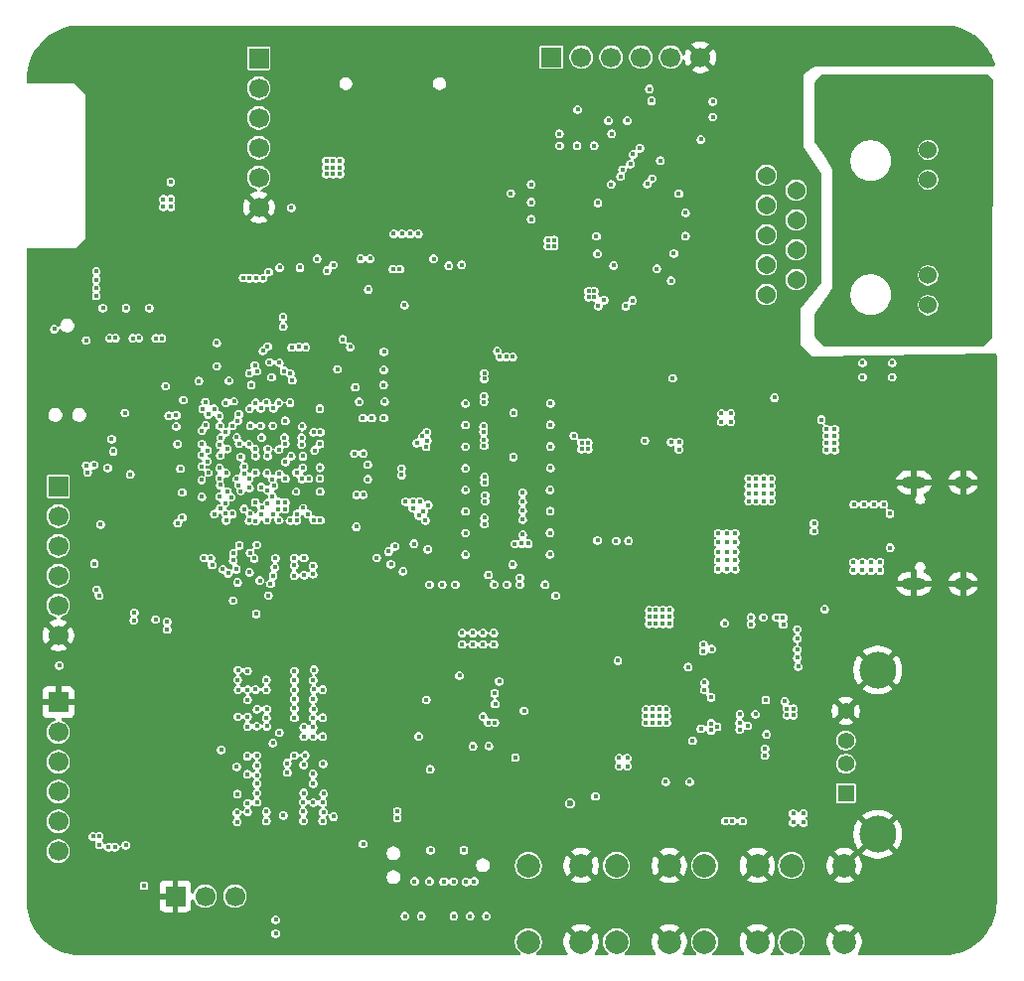
<source format=gbr>
%TF.GenerationSoftware,KiCad,Pcbnew,9.0.1*%
%TF.CreationDate,2026-02-07T17:07:50-05:00*%
%TF.ProjectId,Leonhart,4c656f6e-6861-4727-942e-6b696361645f,rev?*%
%TF.SameCoordinates,Original*%
%TF.FileFunction,Copper,L2,Inr*%
%TF.FilePolarity,Positive*%
%FSLAX46Y46*%
G04 Gerber Fmt 4.6, Leading zero omitted, Abs format (unit mm)*
G04 Created by KiCad (PCBNEW 9.0.1) date 2026-02-07 17:07:50*
%MOMM*%
%LPD*%
G01*
G04 APERTURE LIST*
%TA.AperFunction,HeatsinkPad*%
%ADD10O,2.100000X1.000000*%
%TD*%
%TA.AperFunction,HeatsinkPad*%
%ADD11O,1.600000X1.000000*%
%TD*%
%TA.AperFunction,ComponentPad*%
%ADD12R,1.400000X1.400000*%
%TD*%
%TA.AperFunction,ComponentPad*%
%ADD13C,1.400000*%
%TD*%
%TA.AperFunction,ComponentPad*%
%ADD14C,3.150000*%
%TD*%
%TA.AperFunction,ComponentPad*%
%ADD15C,1.540000*%
%TD*%
%TA.AperFunction,ComponentPad*%
%ADD16C,1.530000*%
%TD*%
%TA.AperFunction,ComponentPad*%
%ADD17C,2.445000*%
%TD*%
%TA.AperFunction,ComponentPad*%
%ADD18C,2.000000*%
%TD*%
%TA.AperFunction,ComponentPad*%
%ADD19R,1.700000X1.700000*%
%TD*%
%TA.AperFunction,ComponentPad*%
%ADD20C,1.700000*%
%TD*%
%TA.AperFunction,ViaPad*%
%ADD21C,0.450000*%
%TD*%
%TA.AperFunction,ViaPad*%
%ADD22C,0.400000*%
%TD*%
%TA.AperFunction,ViaPad*%
%ADD23C,0.440000*%
%TD*%
%TA.AperFunction,ViaPad*%
%ADD24C,0.600000*%
%TD*%
G04 APERTURE END LIST*
D10*
%TO.N,GND*%
%TO.C,J6001*%
X175046000Y-112341000D03*
D11*
X179226000Y-112341000D03*
D10*
X175046000Y-103701000D03*
D11*
X179226000Y-103701000D03*
%TD*%
D12*
%TO.N,/USB and MMC [6]/USB_A_VBUS*%
%TO.C,J6002*%
X169236000Y-130201000D03*
D13*
%TO.N,/USB and MMC [6]/USB_A_DN*%
X169236000Y-127701000D03*
%TO.N,/USB and MMC [6]/USB_A_DP*%
X169236000Y-125701000D03*
%TO.N,GND*%
X169236000Y-123201000D03*
D14*
X171946000Y-133701000D03*
X171946000Y-119701000D03*
%TD*%
D15*
%TO.N,unconnected-(U5001-VCC-Pad1)*%
%TO.C,U5001*%
X162461000Y-87681000D03*
%TO.N,/Ethernet [5]/ETH_MD0+*%
X165001000Y-86411000D03*
%TO.N,/Ethernet [5]/ETH_MD0-*%
X162461000Y-85141000D03*
%TO.N,/Ethernet [5]/ETH_MD1+*%
X165001000Y-83871000D03*
%TO.N,/Ethernet [5]/ETH_MD2+*%
X162461000Y-82601000D03*
%TO.N,/Ethernet [5]/ETH_MD2-*%
X165001000Y-81331000D03*
%TO.N,/Ethernet [5]/ETH_MD1-*%
X162461000Y-80061000D03*
%TO.N,/Ethernet [5]/ETH_MD3+*%
X165001000Y-78791000D03*
%TO.N,/Ethernet [5]/ETH_MD3-*%
X162461000Y-77521000D03*
%TO.N,GND*%
X165001000Y-76251000D03*
D16*
%TO.N,VDD_3V3*%
X176251000Y-75341000D03*
%TO.N,/Ethernet [5]/ETH_LED_GREEN_K*%
X176251000Y-77881000D03*
%TO.N,/Ethernet [5]/ETH_LED_YELLOW_K*%
X176251000Y-86051000D03*
%TO.N,VDD_3V3*%
X176251000Y-88591000D03*
D17*
%TO.N,CGND*%
X168301000Y-73916000D03*
X168301000Y-90016000D03*
%TD*%
D18*
%TO.N,GND*%
%TO.C,SW7001*%
X154181000Y-136376000D03*
X154181000Y-142876000D03*
%TO.N,PWR_BTN*%
X149681000Y-136376000D03*
X149681000Y-142876000D03*
%TD*%
%TO.N,GND*%
%TO.C,SW7003*%
X161701000Y-136376000D03*
X161701000Y-142876000D03*
%TO.N,USER_BTN*%
X157201000Y-136376000D03*
X157201000Y-142876000D03*
%TD*%
D19*
%TO.N,/Zigbee+Thread [2]/MGM_SPI0_MOSI*%
%TO.C,J2003*%
X119201000Y-67541000D03*
D20*
%TO.N,/Zigbee+Thread [2]/MGM_SPI0_MISO*%
X119201000Y-70081000D03*
%TO.N,/Zigbee+Thread [2]/MGM_SPI0_CLK*%
X119201000Y-72621000D03*
%TO.N,/Zigbee+Thread [2]/MGM_SPI0_CS*%
X119201000Y-75161000D03*
%TO.N,/Zigbee+Thread [2]/MGM_SPI0_IRQ*%
X119201000Y-77701000D03*
%TO.N,GND*%
X119201000Y-80241000D03*
%TD*%
D19*
%TO.N,/Host System [1]/SPI0_MOSI*%
%TO.C,J1004*%
X102101000Y-104041000D03*
D20*
%TO.N,/Host System [1]/SPI0_MISO*%
X102101000Y-106581000D03*
%TO.N,/Host System [1]/SPI0_CLK*%
X102101000Y-109121000D03*
%TO.N,/Host System [1]/SPI0_IRQ*%
X102101000Y-111661000D03*
%TO.N,/Host System [1]/SPI0_CS*%
X102101000Y-114201000D03*
%TO.N,GND*%
X102101000Y-116741000D03*
%TD*%
D18*
%TO.N,GND*%
%TO.C,SW7002*%
X169099402Y-136376000D03*
X169099402Y-142876000D03*
%TO.N,MCU_PORz*%
X164599402Y-136376000D03*
X164599402Y-142876000D03*
%TD*%
D19*
%TO.N,VDD_MGM*%
%TO.C,J2002*%
X144141000Y-67451000D03*
D20*
%TO.N,/Zigbee+Thread [2]/MGM_UART_TXD*%
X146681000Y-67451000D03*
%TO.N,/Zigbee+Thread [2]/MGM_UART_RXD*%
X149221000Y-67451000D03*
%TO.N,/Zigbee+Thread [2]/MGM_UART_RTSn*%
X151761000Y-67451000D03*
%TO.N,/Zigbee+Thread [2]/MGM_UART_CTSn*%
X154301000Y-67451000D03*
%TO.N,GND*%
X156841000Y-67451000D03*
%TD*%
D19*
%TO.N,GND*%
%TO.C,J1003*%
X112081000Y-138991000D03*
D20*
%TO.N,/Host System [1]/UART0_RXD_HEADER*%
X114621000Y-138991000D03*
%TO.N,/Host System [1]/UART0_TXD_HEADER*%
X117161000Y-138991000D03*
%TD*%
D18*
%TO.N,GND*%
%TO.C,SW7004*%
X146681000Y-136376000D03*
X146681000Y-142876000D03*
%TO.N,MGM_RESETn*%
X142181000Y-136376000D03*
X142181000Y-142876000D03*
%TD*%
D19*
%TO.N,GND*%
%TO.C,J1001*%
X102101000Y-122451000D03*
D20*
%TO.N,VDD_3V3*%
X102101000Y-124991000D03*
%TO.N,/Host System [1]/UART5_RXD*%
X102101000Y-127531000D03*
%TO.N,/Host System [1]/UART5_TXD*%
X102101000Y-130071000D03*
%TO.N,/Host System [1]/UART5_CTSn*%
X102101000Y-132611000D03*
%TO.N,/Host System [1]/UART5_RTSn*%
X102101000Y-135151000D03*
%TD*%
D21*
%TO.N,GND*%
X113750000Y-131580000D03*
%TO.N,/Host System [1]/SOC_TCK*%
X133841000Y-135061000D03*
X135791000Y-137731000D03*
D22*
%TO.N,/Host System [1]/SOC_TDO*%
X114317774Y-102332772D03*
D21*
X105583899Y-113350604D03*
%TO.N,/Host System [1]/SOC_TMS*%
X137561000Y-137721000D03*
%TO.N,/Host System [1]/SOC_EMU1*%
X136861000Y-137771000D03*
X108241000Y-103031000D03*
D22*
X114317772Y-103499226D03*
D21*
%TO.N,ETH_INTn*%
X131610000Y-88585000D03*
X118409800Y-97414016D03*
X157896000Y-71216000D03*
%TO.N,/Host System [1]/SOC_TRST#*%
X134971000Y-137751000D03*
%TO.N,/Host System [1]/SOC_TDI*%
X106311000Y-102452000D03*
X133741000Y-137711000D03*
X105174000Y-110621000D03*
%TO.N,VDDA_CORE_CSI*%
X138389200Y-96821600D03*
X138389200Y-96351800D03*
X121948845Y-101450932D03*
%TO.N,VDD_1V8*%
X161526000Y-123471000D03*
X141451000Y-111821000D03*
X128076000Y-98211000D03*
X137451000Y-126196000D03*
X147301000Y-87391000D03*
X138801000Y-126176000D03*
X154341000Y-100251000D03*
X115841000Y-103346000D03*
X121449686Y-98460500D03*
X154226000Y-115170446D03*
X149901000Y-127201000D03*
X139761000Y-93001000D03*
X153051000Y-114595446D03*
X147801000Y-87901000D03*
X137209000Y-140681000D03*
X104593157Y-102833157D03*
X155011000Y-100251000D03*
X153051000Y-115745446D03*
X147791000Y-87391000D03*
X154201000Y-115745446D03*
X152476000Y-115745446D03*
X135951000Y-112406000D03*
X116945501Y-98867314D03*
X139531000Y-92491000D03*
X120344281Y-104876887D03*
X140841000Y-93001000D03*
X138597000Y-140681000D03*
X135821000Y-140681000D03*
X133751000Y-112416000D03*
X153051000Y-115170446D03*
X152476000Y-115170446D03*
X105151000Y-102211000D03*
X127431000Y-95591000D03*
X119351827Y-98866829D03*
X134841000Y-112406000D03*
X127521000Y-107481000D03*
X150601000Y-127201000D03*
X155011000Y-100886000D03*
X153626000Y-115745446D03*
X139681000Y-120656000D03*
X104471000Y-102251000D03*
X140351000Y-112406000D03*
X140311000Y-93001000D03*
X154481000Y-94821000D03*
X122897200Y-98920616D03*
X150601000Y-127901000D03*
X154226000Y-114595446D03*
X157901000Y-72531000D03*
X122850919Y-100465271D03*
X141451000Y-112396000D03*
X115852205Y-102475795D03*
X131657000Y-140681000D03*
X149901000Y-127901000D03*
X136677000Y-135061000D03*
X153626000Y-114595446D03*
X102201000Y-119301000D03*
X141071000Y-127166000D03*
X140831000Y-110691000D03*
X153626000Y-115170446D03*
X133045000Y-140681000D03*
X133481000Y-122246000D03*
X139261000Y-112416000D03*
X147311000Y-87901000D03*
X152476000Y-114595446D03*
X162481000Y-125181000D03*
D22*
%TO.N,/Host System [1]/SOC_EMU0*%
X114825654Y-101898784D03*
D21*
X132471000Y-137711000D03*
X105377000Y-112841000D03*
%TO.N,VDDA_1V8_CSIRX*%
X138340600Y-99380800D03*
X138351000Y-98927200D03*
X122954149Y-101469147D03*
%TO.N,VDDR_CORE*%
X164226000Y-123551000D03*
X164226000Y-123001000D03*
X133151000Y-99771000D03*
X164776000Y-123551000D03*
X133461000Y-100671000D03*
X133551000Y-100141000D03*
X118881000Y-100871016D03*
X132321000Y-105331000D03*
X117951174Y-102358526D03*
X117521000Y-100376000D03*
X133511000Y-99411000D03*
X119954000Y-100853403D03*
X164776000Y-123001000D03*
X132331000Y-105911000D03*
X121449360Y-101957058D03*
X132911000Y-105315500D03*
X119901000Y-102906000D03*
X120356390Y-103426034D03*
X131711000Y-105341000D03*
%TO.N,VDD_CORE*%
X159801000Y-111101000D03*
X118901000Y-102869503D03*
X132831000Y-106541000D03*
X119441000Y-99869489D03*
X133221000Y-106171000D03*
X116526002Y-104483707D03*
X158351000Y-109601000D03*
X121456117Y-100405691D03*
X158351000Y-108801000D03*
X159431000Y-97831000D03*
X158351000Y-110351000D03*
X107881000Y-88831000D03*
X119401000Y-104100000D03*
X133391000Y-106941000D03*
X159801000Y-108801000D03*
X158351000Y-111101000D03*
X159076000Y-111101000D03*
X159801000Y-110351000D03*
X117657990Y-101533103D03*
X120945500Y-102964686D03*
X159801000Y-109601000D03*
X159076000Y-108801000D03*
X141013600Y-108935800D03*
X119950000Y-101454000D03*
X121383486Y-99869164D03*
X158641000Y-98541000D03*
X159076000Y-110351000D03*
X158901000Y-115701000D03*
X158351000Y-108041000D03*
X158641000Y-97831000D03*
X140901000Y-101526000D03*
X133641000Y-105631000D03*
X159076000Y-109601000D03*
X141694000Y-108158200D03*
X118360988Y-100433418D03*
D22*
X122386841Y-104491234D03*
D21*
X141596800Y-108919600D03*
X142180000Y-108919600D03*
X159076000Y-108041000D03*
X159431000Y-98531000D03*
X117945500Y-102924786D03*
X159801000Y-108041000D03*
X140911000Y-97761000D03*
%TO.N,VDDA_PLL0*%
X121447162Y-103377121D03*
X138421600Y-106716400D03*
X138421600Y-107267200D03*
%TO.N,VSYS_5V*%
X171626000Y-105576000D03*
X157201000Y-121401000D03*
X159565000Y-132576000D03*
X171401000Y-111201000D03*
X161151000Y-115801000D03*
X172476000Y-105576000D03*
X167591625Y-99751000D03*
X132681000Y-100341000D03*
X168291625Y-100351000D03*
X168291625Y-99751000D03*
X168291625Y-100951000D03*
X157101000Y-117526000D03*
X168291625Y-99151000D03*
X170651000Y-110501000D03*
X172151000Y-110501000D03*
X171401000Y-110501000D03*
X172151000Y-111201000D03*
X157201000Y-120776000D03*
X167591625Y-99151000D03*
X169901000Y-111201000D03*
X146047000Y-99720000D03*
X157081000Y-118101000D03*
X161151000Y-115201000D03*
X165176000Y-119401000D03*
X170651000Y-111201000D03*
X170776000Y-105576000D03*
X156171000Y-125731000D03*
X169901000Y-110501000D03*
X158990000Y-132576000D03*
X169926000Y-105576000D03*
X167591625Y-100351000D03*
X167591625Y-100951000D03*
%TO.N,VDD_3V3*%
X160941625Y-104651000D03*
X126121000Y-76841000D03*
X162891625Y-104001000D03*
X122950171Y-102465172D03*
X125531000Y-76841000D03*
D23*
X126354000Y-91502000D03*
D21*
X107861000Y-134631000D03*
X161591625Y-103351000D03*
X121971000Y-80281000D03*
X148061000Y-84201000D03*
X117851000Y-86261000D03*
X162891625Y-105301000D03*
X125531000Y-76271000D03*
X156881000Y-74461000D03*
X120031000Y-85751000D03*
X160941625Y-104001000D03*
X161591625Y-104651000D03*
D22*
X117461000Y-103960500D03*
D21*
X147271000Y-100311000D03*
X161591625Y-105301000D03*
X162891625Y-103351000D03*
X118391000Y-86281000D03*
X125001000Y-85646000D03*
X124951000Y-76841000D03*
X160206000Y-123471000D03*
X126121000Y-77411000D03*
X160941625Y-105301000D03*
X147271000Y-100861000D03*
X151061000Y-88191000D03*
X124951000Y-77411000D03*
X141801000Y-123176000D03*
X105601000Y-133891000D03*
X162201000Y-115201000D03*
X126121000Y-76271000D03*
X167431000Y-114501000D03*
X163166625Y-96476000D03*
X118481000Y-98874264D03*
X146711000Y-100861000D03*
X105611000Y-134611000D03*
X162241625Y-105301000D03*
X146711000Y-100311000D03*
X105061000Y-133891000D03*
X119541000Y-86291000D03*
X118961000Y-86281000D03*
X160941625Y-103351000D03*
X122001000Y-92201000D03*
X115898800Y-101415416D03*
X148621000Y-88151000D03*
X162241625Y-104001000D03*
X161591625Y-104001000D03*
X162241625Y-104651000D03*
X115601000Y-91801000D03*
X139301000Y-121676000D03*
X162241625Y-103351000D03*
X107781000Y-97781000D03*
X162891625Y-104651000D03*
X124951000Y-76271000D03*
X125531000Y-77411000D03*
%TO.N,VDDA_1V8*%
X109861000Y-88831000D03*
X141677800Y-106876000D03*
X160191000Y-124221000D03*
X160851000Y-124461000D03*
X138781000Y-111592000D03*
X115861140Y-100464252D03*
X141677800Y-105344000D03*
X141677800Y-104578000D03*
X120483377Y-103976656D03*
X105901000Y-88831000D03*
X160191000Y-124791000D03*
D22*
X116847548Y-104958198D03*
D21*
X141677800Y-106110000D03*
%TO.N,VDD_1V2*%
X120954492Y-125040984D03*
X108571000Y-114821000D03*
X153351000Y-124201000D03*
X124634492Y-125376000D03*
X152776000Y-123626000D03*
X110401000Y-115396000D03*
X124634492Y-123776000D03*
X124721000Y-130256000D03*
X152201000Y-123626000D03*
X153926000Y-123051000D03*
X123813216Y-128559708D03*
X117331000Y-131866000D03*
X153351000Y-123626000D03*
X153351000Y-123051000D03*
X122971000Y-131766000D03*
X152201000Y-124201000D03*
X118390471Y-104165471D03*
X117362746Y-132647746D03*
X121277000Y-132093000D03*
X153951000Y-124201000D03*
X118231000Y-128600700D03*
X123834492Y-125376000D03*
X108541000Y-115456000D03*
X117416717Y-123670283D03*
X117371000Y-130286000D03*
X124634492Y-132576000D03*
X124653911Y-131000700D03*
X152201000Y-123051000D03*
X111371000Y-116246000D03*
X119046087Y-127847799D03*
X117414892Y-119690575D03*
X117311000Y-127946000D03*
X124634492Y-121376000D03*
X152776000Y-123051000D03*
X119941000Y-104376000D03*
X124681000Y-127686000D03*
X153951000Y-123626000D03*
X152776000Y-124201000D03*
X111371000Y-115586000D03*
X116001000Y-126501000D03*
X118980300Y-114911000D03*
%TO.N,ETH_RSTn*%
X144051000Y-96951000D03*
X118551000Y-95401000D03*
X150601000Y-72851000D03*
%TO.N,/Host System [1]/UART0_RXD*%
X106391000Y-134801000D03*
X114347850Y-101362853D03*
%TO.N,VDDA_1V8_OLDI*%
X138486400Y-105301000D03*
X138486400Y-104821000D03*
X122871000Y-103401016D03*
%TO.N,SD_PWR_EN*%
X122701000Y-85376000D03*
X116651000Y-95026000D03*
%TO.N,ETH_MDIO*%
X152317750Y-78251000D03*
X124394000Y-97418000D03*
X127001000Y-92151000D03*
D22*
%TO.N,/Host System [1]/MCU_RESETZ*%
X114904401Y-102880282D03*
D21*
%TO.N,VDDA_1V8_USB*%
X138437800Y-103705800D03*
X123427574Y-103379190D03*
X138437800Y-103236000D03*
%TO.N,/Host System [1]/MCU_RESETSTATz*%
X112516000Y-102534000D03*
X105701000Y-107286000D03*
%TO.N,/Host System [1]/RESET_REQZ*%
X115840013Y-98034095D03*
%TO.N,/Host System [1]/BOOTMODE11*%
X120441000Y-97376000D03*
X136821000Y-104329776D03*
X149661000Y-108691000D03*
%TO.N,EXTINTn*%
X114350751Y-100431035D03*
X165101000Y-117951000D03*
X119951000Y-92101000D03*
%TO.N,RESETSTATz*%
X120976000Y-85376000D03*
X155801000Y-119451000D03*
X149001000Y-72851000D03*
X132826000Y-125351000D03*
X115396600Y-97414016D03*
%TO.N,/Host System [1]/BOOTMODE8*%
X136816000Y-109851000D03*
X120101000Y-93447172D03*
%TO.N,VDDA_1V8_MCU*%
X118354502Y-103415958D03*
X106471000Y-91391000D03*
X106981000Y-91391000D03*
%TO.N,/Host System [1]/BOOTMODE6*%
X119361000Y-97376000D03*
X144026000Y-107998347D03*
%TO.N,VDDA_CORE_USB*%
X122411000Y-102866000D03*
X138405400Y-100102000D03*
X138405400Y-100571800D03*
%TO.N,/Host System [1]/BOOTMODE2*%
X119030545Y-94228276D03*
X144051000Y-100633449D03*
%TO.N,/Host System [1]/BOOTMODE14*%
X136821000Y-98808551D03*
X121868164Y-94407866D03*
%TO.N,I2C0_SDA*%
X123201000Y-92161000D03*
X121261000Y-89601000D03*
X165101000Y-116226000D03*
%TO.N,MCU_PORz*%
X162411000Y-122256000D03*
%TO.N,/Host System [1]/BOOTMODE12*%
X121861000Y-96896000D03*
X136821000Y-102489367D03*
%TO.N,PMIC_LPM_EN0*%
X157801000Y-117901000D03*
X114338629Y-104920646D03*
X147901000Y-130471000D03*
%TO.N,VDD_CANUART*%
X108961000Y-91391000D03*
X115860912Y-104920516D03*
X108451000Y-91401000D03*
%TO.N,/Host System [1]/BOOTMODE5*%
X144036000Y-106157122D03*
X119851827Y-96866829D03*
%TO.N,ETH_MDC*%
X125901000Y-94051000D03*
X152728616Y-77778616D03*
%TO.N,/Host System [1]/BOOTMODE9*%
X120280500Y-94733660D03*
X136821000Y-108010592D03*
%TO.N,PORz_OUT*%
X146376000Y-71901000D03*
X114894400Y-97916216D03*
X149801000Y-118901000D03*
X133801000Y-128176000D03*
%TO.N,/Host System [1]/BOOTMODE15*%
X122051000Y-95001000D03*
X136811000Y-96968143D03*
%TO.N,GND*%
X119432534Y-100464524D03*
X119092170Y-122199984D03*
X138971000Y-98381000D03*
X126361000Y-92161000D03*
X130651000Y-77971000D03*
X126791000Y-135961000D03*
X139521000Y-111711000D03*
X123891000Y-92161000D03*
X135932814Y-83844186D03*
X105401000Y-139901000D03*
X151711000Y-82911000D03*
X111371000Y-125301000D03*
X155381000Y-121481000D03*
D24*
X135501000Y-130901000D03*
D21*
X175901000Y-108051000D03*
X105641000Y-111731000D03*
X156001000Y-122526000D03*
X120401000Y-143471000D03*
X122051000Y-79481000D03*
X118234492Y-132576000D03*
X123399400Y-98434616D03*
X140641000Y-91531000D03*
X113561000Y-82351000D03*
X139791000Y-126186000D03*
X130401000Y-143471000D03*
X130401000Y-97601000D03*
X164991625Y-99861000D03*
X159876000Y-120326000D03*
X138181000Y-126426000D03*
X125401000Y-95066000D03*
X180901000Y-104201000D03*
X104651000Y-134611000D03*
X106023843Y-86303843D03*
X108201000Y-136901000D03*
X130401000Y-96301000D03*
X113541000Y-88501000D03*
X175901000Y-109051000D03*
X176901000Y-143471000D03*
X155901000Y-100501000D03*
X151726000Y-125851000D03*
X180901000Y-98201000D03*
X140676000Y-80526000D03*
X109401000Y-80951000D03*
X117347852Y-100969147D03*
X139511000Y-118726000D03*
X124901000Y-86491000D03*
X106021000Y-87161000D03*
X157270000Y-131101000D03*
X106001000Y-85361000D03*
X171651000Y-113776000D03*
X143101000Y-79801000D03*
X116931000Y-102376000D03*
X116604492Y-119689984D03*
X179401000Y-96201000D03*
X144071000Y-113901000D03*
X106721000Y-92051000D03*
X110401000Y-78701000D03*
X113161000Y-125301000D03*
X131801000Y-77311000D03*
X176401000Y-96201000D03*
X111401000Y-72451000D03*
X139301000Y-95091000D03*
X138311828Y-123114605D03*
X151726000Y-112970446D03*
X116950500Y-113156000D03*
X163931000Y-124521000D03*
X112271000Y-125311000D03*
X162326000Y-117926000D03*
X129001000Y-133601000D03*
X135401000Y-143471000D03*
X161601000Y-76101000D03*
X140221000Y-117981000D03*
X109401000Y-83951000D03*
X118854000Y-112609000D03*
X110150000Y-137500000D03*
X162326000Y-120326000D03*
X164991625Y-100411000D03*
X105601000Y-114611000D03*
D24*
X143401000Y-138201000D03*
D21*
X173521000Y-111981000D03*
X160821000Y-99801000D03*
X171731000Y-112881000D03*
X170351000Y-113776000D03*
D24*
X153401000Y-138201000D03*
D21*
X162881000Y-123601000D03*
X110401000Y-65201000D03*
X115342085Y-99857082D03*
X138831000Y-106071000D03*
X161601000Y-71051000D03*
X117434492Y-122976000D03*
X116441000Y-98491000D03*
D22*
X117443783Y-105208049D03*
D21*
X108301000Y-141101000D03*
X143601000Y-84451000D03*
X139971000Y-91801000D03*
X124672091Y-129427243D03*
X106901000Y-107001000D03*
X126101000Y-83846000D03*
X148901000Y-108701000D03*
X106451000Y-110401000D03*
X153601000Y-88201000D03*
X156301000Y-109501000D03*
X152151000Y-91121000D03*
X142301000Y-127161000D03*
X110401000Y-80951000D03*
X108151000Y-105781000D03*
X114888000Y-104947000D03*
X118441000Y-104876000D03*
X111051000Y-98481000D03*
X134427000Y-140701000D03*
X175901000Y-107051000D03*
X135523461Y-101381000D03*
X155071000Y-104056000D03*
X143510000Y-86695000D03*
X101501000Y-96701000D03*
X156001000Y-116526000D03*
X163631000Y-100101000D03*
X100901000Y-83951000D03*
X133321000Y-108284500D03*
X106401000Y-83951000D03*
X152726000Y-113570446D03*
X136301000Y-125176000D03*
X166126000Y-120195446D03*
X126281000Y-101091000D03*
X155401000Y-120971000D03*
X138876000Y-101036000D03*
X150190076Y-75976600D03*
X163316000Y-114250446D03*
X108691000Y-92041000D03*
X161821000Y-100401000D03*
X141821000Y-122266000D03*
X121311000Y-135991000D03*
X123453536Y-100368271D03*
X135171000Y-99051000D03*
X130651000Y-77311000D03*
X106021000Y-88041000D03*
X171121000Y-112881000D03*
X123281000Y-85791000D03*
X99901000Y-69451000D03*
X161401000Y-65201000D03*
X130751000Y-110076000D03*
X127861000Y-135901000D03*
X118995000Y-120540000D03*
X103901000Y-69451000D03*
X157841000Y-74461000D03*
X119910318Y-102340590D03*
X161101000Y-120326000D03*
X144191000Y-111941000D03*
X123834492Y-131776000D03*
X128301000Y-107491000D03*
X119415746Y-104966239D03*
X113541000Y-71051000D03*
X130151000Y-108301000D03*
X152726000Y-125251000D03*
X161101000Y-119151000D03*
X151711000Y-81711500D03*
X172341000Y-112881000D03*
X128331000Y-96821000D03*
X164131000Y-100401000D03*
X100901000Y-138201000D03*
X110431000Y-118081000D03*
X135371000Y-99741000D03*
X118771000Y-88751000D03*
X132601000Y-126101000D03*
X109401000Y-72451000D03*
X111901000Y-78701000D03*
X149891000Y-88191000D03*
X125371000Y-135951000D03*
X107401000Y-72451000D03*
X114861000Y-87081000D03*
X108511000Y-106161000D03*
X150376000Y-101946000D03*
D22*
X116969298Y-97291500D03*
D21*
X116181000Y-91291000D03*
X106451000Y-109301000D03*
X138961000Y-97101000D03*
X122726373Y-105001261D03*
X156301000Y-110501000D03*
X108401000Y-72451000D03*
X164991625Y-100961000D03*
X180901000Y-110201000D03*
X111451000Y-111401000D03*
X109151000Y-67951000D03*
X107401000Y-139001000D03*
X136701000Y-79611000D03*
X117381000Y-127066000D03*
X107301166Y-104621166D03*
D24*
X168401000Y-138201000D03*
D21*
X121881000Y-106396000D03*
X111189000Y-107432200D03*
X151726000Y-125251000D03*
X140231000Y-116901000D03*
X123450173Y-99866829D03*
X158576000Y-78101000D03*
X135221000Y-106841000D03*
X163911000Y-125131000D03*
X161015000Y-130176000D03*
X125401000Y-65201000D03*
X152226000Y-125551000D03*
X120901000Y-131571000D03*
X123092000Y-122978000D03*
X115401000Y-65201000D03*
X123834491Y-130262035D03*
X174651000Y-97951000D03*
X160111000Y-126018600D03*
X119436070Y-103415421D03*
X124634492Y-128576000D03*
X111401000Y-117451000D03*
X155071000Y-102946000D03*
X123054492Y-121380984D03*
X110341000Y-92001000D03*
X153901000Y-130001000D03*
X140301000Y-124146000D03*
X114501000Y-133501000D03*
X143101000Y-78301000D03*
X156501000Y-122526000D03*
X141181000Y-91531000D03*
X161680000Y-130181000D03*
X146311000Y-74071000D03*
X120254000Y-113931000D03*
X126269000Y-104460000D03*
X173241000Y-112751000D03*
X138409000Y-93332000D03*
X116771000Y-133781000D03*
X139776000Y-98426000D03*
X126281000Y-107486000D03*
X124634492Y-126976000D03*
X136031000Y-121341000D03*
X107701000Y-107001000D03*
X105401000Y-143471000D03*
X128081000Y-95421000D03*
X144101000Y-84966000D03*
X116886409Y-101501387D03*
X155626000Y-126820446D03*
X105541000Y-127310000D03*
X156001000Y-116026000D03*
X107901000Y-67951000D03*
X105603000Y-115728000D03*
X143551000Y-88791000D03*
X101901000Y-69451000D03*
X118261000Y-110256000D03*
X146701000Y-99301000D03*
X140241000Y-121676000D03*
X101421000Y-119291000D03*
X163131000Y-99801000D03*
X125001000Y-83846000D03*
X105541000Y-125201000D03*
X123051500Y-110836000D03*
X123865771Y-104520418D03*
X162326000Y-119151000D03*
X107401000Y-80951000D03*
X124059800Y-112026510D03*
X120955984Y-102328677D03*
X169951000Y-112881000D03*
X124141000Y-96881000D03*
D23*
X145151000Y-84961000D03*
D21*
X139541000Y-76631000D03*
X176401000Y-65201000D03*
X105401000Y-65201000D03*
X132911000Y-77581000D03*
X108501000Y-107001000D03*
X120891000Y-98326000D03*
X150511000Y-81701000D03*
X159461000Y-124531000D03*
X131927000Y-134801000D03*
X130911000Y-86861000D03*
X161321000Y-100101000D03*
D24*
X157901000Y-138201000D03*
D21*
X125401000Y-143471000D03*
X104901000Y-74201000D03*
X104901000Y-72951000D03*
X117621000Y-84501000D03*
X156901000Y-109501000D03*
X134627000Y-134601000D03*
X151716000Y-98572000D03*
X114891000Y-104386000D03*
X180901000Y-132201000D03*
X159876000Y-119151000D03*
X118901000Y-98376000D03*
X100901000Y-69451000D03*
X115976000Y-111736000D03*
X124634492Y-122176000D03*
X151711000Y-80501000D03*
D24*
X140381000Y-130921000D03*
D21*
X153541000Y-78281000D03*
X131801000Y-77971000D03*
X147471000Y-86681000D03*
X163131000Y-100401000D03*
X118234492Y-127776000D03*
X99901000Y-83951000D03*
X166401000Y-65201000D03*
X175901000Y-106051000D03*
X139776000Y-101311000D03*
X132601000Y-128301000D03*
X104901000Y-79201000D03*
X110371000Y-126001000D03*
X156001000Y-123026000D03*
X139691000Y-97691000D03*
X135231000Y-105331000D03*
X149271000Y-88191000D03*
X135231000Y-106031000D03*
X111881000Y-107591000D03*
X161821000Y-99801000D03*
X121376000Y-126526000D03*
X116221000Y-85651000D03*
X126082734Y-89634834D03*
X156901000Y-110501000D03*
X123791000Y-84021000D03*
X120441000Y-99851016D03*
X162201000Y-114241000D03*
X144141000Y-75201000D03*
X130241000Y-105331000D03*
X135641000Y-118011000D03*
X138291000Y-122176000D03*
X116071000Y-93311000D03*
X164131000Y-99801000D03*
X101501000Y-94101000D03*
X147901000Y-131201000D03*
X109626000Y-100001000D03*
X137651000Y-83311000D03*
X171001000Y-113776000D03*
X180901000Y-115701000D03*
X104901000Y-75451000D03*
X159430000Y-130185000D03*
X117961000Y-98451016D03*
X104901000Y-80451000D03*
X118371656Y-101916000D03*
X135401000Y-65201000D03*
X152931000Y-80501000D03*
X114761000Y-111156000D03*
X152226000Y-113270446D03*
X106701000Y-104861000D03*
X136781000Y-77651000D03*
X158010000Y-131881000D03*
X108541000Y-118176000D03*
X171901000Y-143471000D03*
X149201000Y-118401000D03*
X151651000Y-70071000D03*
X175901000Y-110051000D03*
X159291000Y-123311000D03*
X110450000Y-131600000D03*
X117901000Y-135001000D03*
X120260000Y-130070000D03*
X134841000Y-83846000D03*
X109301000Y-107001000D03*
X118221000Y-129411100D03*
X123371000Y-135981000D03*
X170681000Y-108431000D03*
X123834492Y-132576000D03*
X110401000Y-72451000D03*
X137361000Y-114971000D03*
X139116000Y-106618400D03*
X154976000Y-78126000D03*
X155901000Y-130001000D03*
X128301000Y-84061000D03*
X104901000Y-77951000D03*
X110401000Y-143471000D03*
X172871000Y-104661000D03*
X149491000Y-77791000D03*
X121131000Y-130073000D03*
X180901000Y-126701000D03*
X127571000Y-87031000D03*
X130751000Y-94951000D03*
X117434492Y-130976000D03*
X171401000Y-65201000D03*
D24*
X150901000Y-138201000D03*
X165401000Y-138201000D03*
D21*
X113401000Y-95066000D03*
X162376000Y-123351789D03*
X152401000Y-99571000D03*
X138759883Y-120676420D03*
X121436000Y-103991016D03*
X108911000Y-103031000D03*
X129151000Y-86471000D03*
X149801000Y-75001000D03*
X123901000Y-102911016D03*
X127201000Y-83846000D03*
X124301000Y-87201000D03*
X121861000Y-93811000D03*
X119341000Y-83881000D03*
X124634492Y-124576000D03*
X146401000Y-71241000D03*
X115416423Y-101901593D03*
X160821000Y-100401000D03*
X147791000Y-74071000D03*
X133271000Y-108911000D03*
X134063056Y-85188427D03*
X152931000Y-81711500D03*
X150881000Y-75091000D03*
X140401000Y-143471000D03*
X120751000Y-126926000D03*
X112100000Y-131590000D03*
X165631000Y-121621000D03*
X149811000Y-72921000D03*
X170681000Y-106521000D03*
X118440584Y-99876416D03*
X156501000Y-123026000D03*
X152221000Y-88201000D03*
X107990000Y-129410000D03*
X147401000Y-99301000D03*
X140401000Y-65201000D03*
X145601000Y-84501000D03*
X165021000Y-121911000D03*
X122391000Y-98406000D03*
X140021000Y-95091000D03*
X124751600Y-120541000D03*
X160340000Y-130181000D03*
X156601000Y-110001000D03*
X160851000Y-126021000D03*
X132301000Y-130301000D03*
X161510000Y-133611000D03*
X129431000Y-77591000D03*
X152931000Y-82911000D03*
X154601000Y-85126000D03*
X150871000Y-131661000D03*
X121841255Y-102480830D03*
X126361000Y-105186000D03*
X161101000Y-117926000D03*
D24*
X145901000Y-138201000D03*
D21*
X129381000Y-83846000D03*
X131942653Y-110842653D03*
X141551000Y-74681000D03*
X151726000Y-113570446D03*
X119411000Y-97956000D03*
X160830000Y-133611000D03*
X120566000Y-114816000D03*
X165076000Y-115170446D03*
X117434492Y-129376000D03*
X163681625Y-98661000D03*
X157270000Y-131891000D03*
X134891000Y-79541000D03*
X120441000Y-100431016D03*
X156501000Y-116526000D03*
X106401000Y-80951000D03*
X121947274Y-98942274D03*
X152726000Y-125851000D03*
X109472000Y-128559000D03*
X122401000Y-100911016D03*
X107761000Y-97081000D03*
X146701000Y-97001000D03*
X115401000Y-143471000D03*
X132681000Y-101461000D03*
X152726000Y-112970446D03*
X152376000Y-102596000D03*
X150511000Y-80490500D03*
X120737000Y-130764000D03*
D24*
X160901000Y-138201000D03*
D21*
X158010000Y-131101000D03*
X104901000Y-76701000D03*
X156501000Y-116026000D03*
X120401000Y-65201000D03*
X118223405Y-130276697D03*
X110200000Y-138450000D03*
X120566000Y-115596000D03*
X159571000Y-123781000D03*
X154401000Y-99451000D03*
X170551000Y-112881000D03*
X180901000Y-137701000D03*
X105541000Y-122201000D03*
X173531000Y-103861000D03*
X159876000Y-117926000D03*
X105601000Y-101047000D03*
X123417395Y-109145702D03*
X150511000Y-82911000D03*
X126261000Y-102026000D03*
X122061000Y-97456000D03*
X180901000Y-121201000D03*
X130401000Y-65201000D03*
%TO.N,/Host System [1]/BOOTMODE7*%
X120904600Y-96911816D03*
X144026000Y-109839571D03*
%TO.N,SD_VOLT_SEL*%
X165101000Y-118651000D03*
X119558221Y-92486000D03*
X114341000Y-99281000D03*
%TO.N,/Host System [1]/BOOTMODE10*%
X136816000Y-106170184D03*
X120951000Y-93501000D03*
D22*
%TO.N,/Host System [1]/UART0_TXD*%
X114851829Y-100965172D03*
D21*
X106941003Y-134801000D03*
%TO.N,/Host System [1]/BOOTMODE3*%
X118401000Y-94401000D03*
X144051000Y-102474673D03*
%TO.N,VDDA_PLL2*%
X118917163Y-101447163D03*
X110411000Y-91421000D03*
X110931000Y-91421000D03*
%TO.N,VDDSHV5_SDIO*%
X128531000Y-87241000D03*
X115949745Y-99866875D03*
%TO.N,/Host System [1]/BOOTMODE13*%
X150721000Y-108691000D03*
X121351000Y-94201000D03*
X136821000Y-100648959D03*
%TO.N,VDDA_PLL1*%
X120905984Y-100916000D03*
X138411000Y-94861000D03*
X138411000Y-94401000D03*
%TO.N,EMMC_RSTn*%
X118912000Y-96911816D03*
X144051000Y-98792224D03*
%TO.N,/Host System [1]/MCU_OSC0_XI*%
X112281000Y-107171000D03*
%TO.N,DDR_VPP*%
X117396000Y-120537000D03*
X125571000Y-132201000D03*
X124697746Y-131839254D03*
%TO.N,DDR_VREFCA*%
X128081000Y-134521000D03*
%TO.N,VDD1V0_ETH*%
X143851000Y-83051000D03*
X144381000Y-83051000D03*
X144381000Y-83561000D03*
X155571000Y-82711000D03*
X148101000Y-79865314D03*
X143851000Y-83561000D03*
X153121000Y-85471000D03*
X155561000Y-80708000D03*
%TO.N,VDD3V3_ETH*%
X155001000Y-79076000D03*
X154571000Y-84166000D03*
X152676000Y-71151000D03*
%TO.N,VDD1V8_ETH*%
X149281000Y-73971000D03*
X154341000Y-86491000D03*
X144811000Y-73971000D03*
X147973000Y-82713000D03*
X140676000Y-79051000D03*
%TO.N,I2C0_SCL*%
X121271000Y-90416000D03*
X122601000Y-92151000D03*
X165101000Y-117026000D03*
%TO.N,PWR_BTN*%
X156901000Y-124711000D03*
X157751000Y-122011000D03*
%TO.N,VDD_SD*%
X131211000Y-85511000D03*
X130641000Y-85511000D03*
X163301000Y-115211000D03*
X163891000Y-115221000D03*
X163901000Y-115821000D03*
%TO.N,VDD_2V5*%
X131001000Y-132301000D03*
X131001000Y-131751000D03*
X157751000Y-124251000D03*
X157751000Y-124831000D03*
X158261000Y-124541000D03*
%TO.N,/Host System [1]/UART0_RXD_HEADER*%
X109411000Y-138091000D03*
%TO.N,VDD_3V3_SD*%
X130701000Y-82501000D03*
X131401000Y-82501000D03*
X132101000Y-82501000D03*
X132801000Y-82501000D03*
%TO.N,/Host System [1]/MCU_OSC0_XO*%
X112661000Y-106691000D03*
%TO.N,/Host System [1]/BOOTMODE4*%
X118851000Y-93701000D03*
X144032720Y-104334178D03*
D24*
%TO.N,USER_BTN*%
X145721000Y-131071000D03*
D21*
%TO.N,CGND*%
X169651000Y-85951000D03*
X173401000Y-89201000D03*
X181401000Y-85451000D03*
X169401000Y-69451000D03*
X179401000Y-87451000D03*
X167401000Y-69451000D03*
X172401000Y-85451000D03*
X181401000Y-69451000D03*
X168901000Y-79451000D03*
X180401000Y-91451000D03*
X169401000Y-71451000D03*
X171401000Y-69451000D03*
X170151000Y-72201000D03*
X173401000Y-69451000D03*
X168401000Y-71451000D03*
X181401000Y-79451000D03*
X177401000Y-69451000D03*
X172401000Y-78701000D03*
X173151000Y-74451000D03*
X170651000Y-72951000D03*
X170401000Y-91451000D03*
X173651000Y-76951000D03*
X181401000Y-73451000D03*
X179401000Y-71451000D03*
X169151000Y-88451000D03*
X168901000Y-87451000D03*
X179401000Y-89451000D03*
X181401000Y-77451000D03*
X169651000Y-78201000D03*
X168901000Y-85451000D03*
X170401000Y-90451000D03*
X179401000Y-73451000D03*
X170651000Y-73951000D03*
X168901000Y-83451000D03*
X173151000Y-86201000D03*
X172401000Y-90451000D03*
X170901000Y-78701000D03*
X168901000Y-77451000D03*
X181401000Y-71451000D03*
X173151000Y-77951000D03*
X171901000Y-73951000D03*
X168901000Y-75951000D03*
X172401000Y-91451000D03*
X170901000Y-85451000D03*
X167401000Y-71451000D03*
X181401000Y-87451000D03*
X181401000Y-89451000D03*
X167901000Y-88201000D03*
X173651000Y-75451000D03*
X181401000Y-75451000D03*
X168901000Y-81451000D03*
X173651000Y-87451000D03*
X181401000Y-81451000D03*
X179401000Y-69451000D03*
X175401000Y-69451000D03*
X181401000Y-83451000D03*
%TO.N,/Host System [1]/SoC_CLKIN*%
X152101000Y-100131000D03*
%TO.N,VDD_MGM*%
X111051000Y-80201000D03*
X111701000Y-80201000D03*
X101771000Y-90631000D03*
X111051000Y-79551000D03*
X111701000Y-79551000D03*
%TO.N,MGM_RESETn*%
X104481000Y-91601000D03*
%TO.N,/Power Circuitry [3]/CAP_VDDS0*%
X116514591Y-100851431D03*
D22*
%TO.N,/Power Circuitry [3]/CAP_VDDS1*%
X117323442Y-99838440D03*
D21*
%TO.N,/Power Circuitry [3]/CAP_VDDS2*%
X122845981Y-99866153D03*
%TO.N,/Power Circuitry [3]/CAP_VDDS3*%
X120393999Y-98869448D03*
%TO.N,/Power Circuitry [3]/CAP_VDDS4*%
X121447586Y-105407046D03*
%TO.N,/Power Circuitry [3]/CAP_VDDS5*%
X116377652Y-99429348D03*
%TO.N,/Power Circuitry [3]/CAP_VDDS6*%
X117401000Y-98436000D03*
%TO.N,/Power Circuitry [3]/CAP_VDDS_MCU*%
X116411000Y-102911016D03*
%TO.N,/Power Circuitry [3]/CAP_VDDS_CANUART*%
X115898724Y-103923234D03*
%TO.N,/Ethernet [5]/ETH_PHYRSTB*%
X153426000Y-76276000D03*
%TO.N,/USB and MMC [6]/EMMC_VDDI*%
X136301000Y-120166000D03*
%TO.N,/USB and MMC [6]/USB_A_VBUS*%
X165630000Y-131930000D03*
X165630000Y-132700000D03*
X164740000Y-131920000D03*
X164740000Y-132700000D03*
%TO.N,/USB and MMC [6]/EMMC_RST_N*%
X138301000Y-123656000D03*
%TO.N,/USB and MMC [6]/SD_D2*%
X136491000Y-85151000D03*
X114401000Y-97431000D03*
%TO.N,/USB and MMC [6]/SD_D3*%
X135391000Y-85221000D03*
X114641000Y-96851000D03*
%TO.N,/USB and MMC [6]/SD_CMD*%
X134091000Y-84631000D03*
X112161000Y-97961000D03*
%TO.N,/USB and MMC [6]/SD_CLK*%
X128691000Y-84621000D03*
X111251000Y-95491000D03*
%TO.N,/USB and MMC [6]/SD_D0*%
X127881000Y-84621000D03*
X111521000Y-98031000D03*
%TO.N,/USB and MMC [6]/SD_D1*%
X112161000Y-98911000D03*
X125551000Y-85151000D03*
%TO.N,/USB and MMC [6]/SD_CD*%
X114663983Y-98835820D03*
X124171000Y-84631000D03*
%TO.N,/USB and MMC [6]/USB_C_CC1*%
X173001000Y-109271000D03*
%TO.N,/USB and MMC [6]/USB_C_CC2*%
X172991000Y-106351000D03*
%TO.N,/USB and MMC [6]/USB0_DN*%
X131359000Y-103079500D03*
X166529000Y-107851100D03*
%TO.N,/USB and MMC [6]/USB0_DP*%
X166529000Y-107190900D03*
X131359000Y-102502500D03*
%TO.N,/USB and MMC [6]/USB1_DP*%
X162334000Y-126412500D03*
X127532500Y-104752000D03*
%TO.N,/USB and MMC [6]/USB1_DN*%
X128109500Y-104752000D03*
X162334000Y-126989500D03*
%TO.N,/Ethernet [5]/ETH_INTB*%
X149451000Y-85201000D03*
X152491000Y-70151000D03*
%TO.N,/Power Circuitry [3]/VDDA_SYS_MON*%
X117001000Y-113776000D03*
D22*
X117305578Y-103391000D03*
%TO.N,/Power Circuitry [3]/VDD_SoC_VPP*%
X117664377Y-104438693D03*
D21*
X112661000Y-104551000D03*
%TO.N,/Power Circuitry [3]/VDD_3V3_EN*%
X164026000Y-122376000D03*
X167151000Y-98351000D03*
%TO.N,/Memory [4]/DDR_CLKP*%
X118452747Y-109719769D03*
X119034493Y-124489964D03*
%TO.N,/Memory [4]/DDR_CLKN*%
X118220485Y-124507035D03*
X118811500Y-110171016D03*
%TO.N,/Memory [4]/DDR_ALERTn*%
X117433492Y-121380984D03*
X120901000Y-106921016D03*
%TO.N,/Ethernet [5]/ETH_RD3*%
X123953787Y-100966016D03*
X147781000Y-74991000D03*
%TO.N,/Ethernet [5]/ETH_RD1*%
X144841000Y-74991000D03*
X124432594Y-99415802D03*
%TO.N,/Ethernet [5]/ETH_RD0*%
X142421000Y-78291000D03*
X123875673Y-99425302D03*
%TO.N,/Ethernet [5]/ETH_RD2*%
X146321000Y-74991000D03*
X124401000Y-100416000D03*
%TO.N,/Ethernet [5]/ETH_RXC*%
X142421000Y-81271000D03*
X128111000Y-101231000D03*
%TO.N,/Ethernet [5]/ETH_RX_CTL*%
X142421000Y-79801000D03*
X127331000Y-101241000D03*
%TO.N,/Ethernet [5]/ETH_PHY_TD0*%
X129851000Y-94101000D03*
X150201000Y-77026000D03*
%TO.N,/Ethernet [5]/ETH_PHY_TD1*%
X150876000Y-76551000D03*
X129863300Y-92551000D03*
%TO.N,/Ethernet [5]/ETH_PHY_TD2*%
X151101000Y-75726000D03*
X129851000Y-98201000D03*
%TO.N,/Ethernet [5]/ETH_PHY_TD3*%
X151676000Y-75201000D03*
X128826000Y-98213300D03*
%TO.N,/Ethernet [5]/ETH_PHY_TXC*%
X129926000Y-96801000D03*
X149226000Y-78276000D03*
%TO.N,/Ethernet [5]/ETH_PHY_TX_CTL*%
X129826000Y-95401000D03*
X150026000Y-77626000D03*
%TO.N,/Ethernet [5]/ETH_CFG_EXIT{slash}LED0*%
X170661000Y-94721000D03*
X148131000Y-88671000D03*
%TO.N,/Ethernet [5]/ETH_CFG_LDO1{slash}LED2*%
X170661000Y-93501000D03*
X150471000Y-88671000D03*
%TO.N,/Ethernet [5]/ETH_LED_GREEN_K*%
X173191000Y-94731000D03*
%TO.N,/Ethernet [5]/ETH_LED_YELLOW_K*%
X173191000Y-93501000D03*
%TO.N,/USB and MMC [6]/EMMC_CLK*%
X129251000Y-110126000D03*
X139321000Y-124186000D03*
%TO.N,/USB and MMC [6]/USB0_VBUS*%
X128481000Y-102196000D03*
X124403800Y-102419816D03*
%TO.N,/USB and MMC [6]/EMMC_D7*%
X139231000Y-116536000D03*
X132426000Y-108926000D03*
%TO.N,/USB and MMC [6]/EMMC_D6*%
X124437772Y-106927060D03*
X138301000Y-116536000D03*
%TO.N,/USB and MMC [6]/EMMC_D5*%
X137441000Y-116536000D03*
X130791000Y-109146000D03*
%TO.N,/USB and MMC [6]/EMMC_D4*%
X130251000Y-109596000D03*
X136531000Y-116536000D03*
%TO.N,/USB and MMC [6]/EMMC_D3*%
X136531000Y-117516000D03*
X123381000Y-106406000D03*
%TO.N,/USB and MMC [6]/EMMC_D2*%
X123871000Y-106926000D03*
X139231000Y-117516000D03*
%TO.N,/USB and MMC [6]/EMMC_D1*%
X131491000Y-111273800D03*
X138301000Y-117516000D03*
%TO.N,/USB and MMC [6]/EMMC_D0*%
X130451000Y-110676000D03*
X137441000Y-117516000D03*
%TO.N,/USB and MMC [6]/EMMC_CMD*%
X138751000Y-124176000D03*
X122428807Y-106960754D03*
X133614000Y-109401000D03*
%TO.N,/USB and MMC [6]/USB0_RCALIB*%
X128491000Y-103427000D03*
%TO.N,/USB and MMC [6]/USB1_RCALIB*%
X124421000Y-104476000D03*
%TO.N,/USB and MMC [6]/EMMC_DS*%
X139341000Y-122596000D03*
%TO.N,/USB and MMC [6]/USB1_VBUS*%
X124401000Y-103371500D03*
X160430000Y-132591000D03*
X144511000Y-113361000D03*
X143601000Y-112431000D03*
%TO.N,/USB and MMC [6]/USB1_DRVVBUS*%
X148061000Y-108641000D03*
X127751000Y-96821000D03*
X153871000Y-129221000D03*
X115892466Y-98876195D03*
X155931000Y-129226000D03*
%TO.N,/Memory [4]/DDR_BG0*%
X123850612Y-123042518D03*
X120401000Y-106411016D03*
%TO.N,/Memory [4]/DDR_A12*%
X119834492Y-123776000D03*
X120854003Y-105368420D03*
%TO.N,/Memory [4]/DDR_A15_CAS*%
X118931518Y-106979062D03*
X119046626Y-123047162D03*
%TO.N,/Memory [4]/DDR_DQ15*%
X123051000Y-110146000D03*
X119034492Y-130176000D03*
%TO.N,/Memory [4]/DDR_A7*%
X120201000Y-112336000D03*
X118924373Y-121362483D03*
%TO.N,/Memory [4]/DDR_ACTn*%
X119466781Y-105858550D03*
X122234492Y-123776000D03*
%TO.N,/Memory [4]/DDR_DQ4*%
X123145405Y-126957666D03*
X116131000Y-111106000D03*
%TO.N,/Memory [4]/DDR_DQ5*%
X115911000Y-105911016D03*
X118213999Y-127037548D03*
%TO.N,/Memory [4]/DDR_UDQS_N*%
X122221000Y-110782000D03*
X119834492Y-132576000D03*
%TO.N,/Memory [4]/DDR_A6*%
X123910237Y-121367706D03*
X120551000Y-110936000D03*
%TO.N,/Memory [4]/DDR_UDQS_P*%
X119834492Y-131776000D03*
X122221000Y-110146000D03*
%TO.N,/Memory [4]/DDR_DQ3*%
X119034492Y-126976000D03*
X116401000Y-106951016D03*
%TO.N,/Memory [4]/DDR_LDM*%
X116951000Y-106376000D03*
X119034492Y-129376000D03*
%TO.N,/Memory [4]/DDR_ODT*%
X123034492Y-124576000D03*
X117031000Y-109766000D03*
%TO.N,/Memory [4]/DDR_A3*%
X119883746Y-123025254D03*
X118449747Y-106370895D03*
%TO.N,/Memory [4]/DDR_A9*%
X119366561Y-106391135D03*
X119835492Y-120550000D03*
%TO.N,/Memory [4]/DDR_CSn*%
X117950173Y-105965171D03*
X119881000Y-124496000D03*
%TO.N,/Memory [4]/DDR_A13*%
X118234492Y-119776000D03*
X120421000Y-111666000D03*
%TO.N,/Memory [4]/DDR_DQ11*%
X121437301Y-105963953D03*
X119034492Y-130976000D03*
%TO.N,/Memory [4]/DDR_BA1*%
X119276287Y-112061287D03*
X118242000Y-122247000D03*
%TO.N,/Memory [4]/DDR_DQ10*%
X123051000Y-111596000D03*
X122991000Y-130956000D03*
%TO.N,/Memory [4]/DDR_A14_WEn*%
X123834492Y-123776000D03*
X119891000Y-106911016D03*
%TO.N,/Memory [4]/DDR_DQ7*%
X120401543Y-125928949D03*
X115221000Y-110746000D03*
%TO.N,/Memory [4]/DDR_A1*%
X117287871Y-111093395D03*
X119834492Y-121376000D03*
%TO.N,/Memory [4]/DDR_CKE*%
X123834492Y-124576000D03*
X117001000Y-110346000D03*
%TO.N,/Memory [4]/DDR_A16_RAS*%
X118234491Y-123689965D03*
X118891000Y-105411016D03*
%TO.N,/Memory [4]/DDR_A8*%
X123834492Y-120576000D03*
X120011672Y-113337372D03*
%TO.N,/Memory [4]/DDR_UDM*%
X123834492Y-129376000D03*
X122447654Y-106404070D03*
%TO.N,/Memory [4]/DDR_DQ0*%
X116391000Y-106381016D03*
X123034492Y-127776000D03*
%TO.N,/Memory [4]/DDR_LDQS_N*%
X114511000Y-110131016D03*
X121624492Y-128436000D03*
%TO.N,/Memory [4]/DDR_DQ9*%
X121866218Y-106963834D03*
X118234492Y-131776000D03*
%TO.N,/Memory [4]/DDR_A11*%
X119950999Y-105472250D03*
X123901000Y-119680400D03*
%TO.N,/Memory [4]/DDR_DQ2*%
X115401000Y-106411016D03*
X122234492Y-126976000D03*
%TO.N,/Memory [4]/DDR_LDQS_P*%
X121614492Y-127636000D03*
X115115595Y-110193117D03*
%TO.N,/Memory [4]/DDR_A2*%
X122234492Y-120576000D03*
X118391000Y-111356000D03*
%TO.N,/Memory [4]/DDR_A10*%
X120860847Y-105964279D03*
X122234492Y-122976000D03*
%TO.N,/Memory [4]/DDR_A0*%
X117537000Y-109067227D03*
X122234492Y-121376000D03*
%TO.N,/Memory [4]/DDR_A5*%
X117381000Y-112216000D03*
X118234492Y-121376000D03*
%TO.N,/Memory [4]/DDR_DQ14*%
X123034492Y-130176000D03*
X123811000Y-110826000D03*
%TO.N,/Memory [4]/DDR_DQ6*%
X116581000Y-111456000D03*
X123034492Y-125376000D03*
%TO.N,/Memory [4]/DDR_PARITY*%
X122234492Y-119776000D03*
X120606000Y-110156000D03*
%TO.N,/Memory [4]/DDR_DQ1*%
X119034494Y-128662036D03*
D22*
X116342085Y-105474915D03*
D21*
%TO.N,/Memory [4]/DDR_A4*%
X122234492Y-122176000D03*
X118361819Y-106952685D03*
%TO.N,/Memory [4]/DDR_DQ8*%
X122211000Y-111636000D03*
X123001000Y-132556000D03*
D22*
%TO.N,/Memory [4]/DDR_DQ13*%
X122978952Y-105865974D03*
D21*
X118234494Y-131062036D03*
%TO.N,/Memory [4]/DDR_DQ12*%
X123841000Y-131006000D03*
X123811000Y-111536000D03*
%TO.N,/Memory [4]/DDR_BA0*%
X123834492Y-122176000D03*
X119031000Y-109026000D03*
%TO.N,/Host System [1]/UART5_TXD*%
X106791000Y-101047000D03*
X114076585Y-95056585D03*
%TO.N,/Host System [1]/UART5_RTSn*%
X116391000Y-96911000D03*
%TO.N,/Host System [1]/UART5_RXD*%
X117492858Y-97869474D03*
%TO.N,/Host System [1]/UART5_CTSn*%
X115611000Y-93781000D03*
%TO.N,/Host System [1]/SPI0_IRQ*%
X112281000Y-100426216D03*
X106651000Y-100001000D03*
%TO.N,/Zigbee+Thread [2]/MGM_UART_RXD*%
X105341000Y-86421000D03*
%TO.N,/Zigbee+Thread [2]/MGM_UART_TXD*%
X105341000Y-85711000D03*
%TO.N,/Zigbee+Thread [2]/MGM_UART_RTSn*%
X105341000Y-87161000D03*
%TO.N,/Zigbee+Thread [2]/MGM_UART_CTSn*%
X105341000Y-87801000D03*
%TO.N,MGM_PA08*%
X111691000Y-78081000D03*
X120631000Y-140991000D03*
D22*
%TO.N,BOOT_LED*%
X117076421Y-96803111D03*
D21*
X120631000Y-142171000D03*
X112761000Y-96681000D03*
%TD*%
%TA.AperFunction,Conductor*%
%TO.N,GND*%
G36*
X177603702Y-64737151D02*
G01*
X177987770Y-64753920D01*
X177998503Y-64754860D01*
X178376963Y-64804685D01*
X178387602Y-64806561D01*
X178760274Y-64889180D01*
X178770706Y-64891976D01*
X179134760Y-65006762D01*
X179144910Y-65010456D01*
X179497571Y-65156534D01*
X179507363Y-65161101D01*
X179845948Y-65337357D01*
X179855295Y-65342754D01*
X180143474Y-65526345D01*
X180177226Y-65547848D01*
X180186087Y-65554052D01*
X180488930Y-65786433D01*
X180497204Y-65793377D01*
X180778621Y-66051249D01*
X180786260Y-66058887D01*
X180855310Y-66134242D01*
X181044147Y-66340324D01*
X181051100Y-66348611D01*
X181158785Y-66488950D01*
X181268766Y-66632282D01*
X181283458Y-66651428D01*
X181289657Y-66660280D01*
X181390557Y-66818663D01*
X181494753Y-66982219D01*
X181500162Y-66991588D01*
X181676413Y-67330167D01*
X181680983Y-67339969D01*
X181827047Y-67692603D01*
X181827050Y-67692609D01*
X181830748Y-67702768D01*
X181843382Y-67742839D01*
X181936984Y-68039713D01*
X181938369Y-68109569D01*
X181901768Y-68169085D01*
X181838800Y-68199364D01*
X181818723Y-68201000D01*
X166651000Y-68201000D01*
X166319368Y-68449724D01*
X165651000Y-68950999D01*
X165651000Y-68951000D01*
X165651000Y-75093857D01*
X167120528Y-77403116D01*
X167131614Y-77420536D01*
X167151000Y-77487109D01*
X167151000Y-86657541D01*
X167131315Y-86724580D01*
X167123871Y-86734949D01*
X165401000Y-88890998D01*
X165401000Y-88891000D01*
X165401000Y-91951000D01*
X166400694Y-92926568D01*
X181974950Y-92731401D01*
X182042227Y-92750243D01*
X182088640Y-92802469D01*
X182100500Y-92855390D01*
X182100500Y-139435110D01*
X182100498Y-139435118D01*
X182100499Y-139456925D01*
X182100499Y-139470289D01*
X182100499Y-139498306D01*
X182100381Y-139503715D01*
X182083620Y-139887765D01*
X182082677Y-139898541D01*
X182032863Y-140276971D01*
X182030985Y-140287625D01*
X181948372Y-140660290D01*
X181945572Y-140670739D01*
X181830801Y-141034764D01*
X181827102Y-141044930D01*
X181681028Y-141397594D01*
X181676456Y-141407398D01*
X181500210Y-141745970D01*
X181494801Y-141755339D01*
X181289710Y-142077271D01*
X181283505Y-142086132D01*
X181051140Y-142388958D01*
X181044186Y-142397245D01*
X180786313Y-142678664D01*
X180778664Y-142686313D01*
X180497245Y-142944186D01*
X180488958Y-142951140D01*
X180186132Y-143183505D01*
X180177271Y-143189710D01*
X179855339Y-143394801D01*
X179845970Y-143400210D01*
X179507398Y-143576456D01*
X179497594Y-143581028D01*
X179144930Y-143727102D01*
X179134764Y-143730801D01*
X178770739Y-143845572D01*
X178760290Y-143848372D01*
X178387625Y-143930985D01*
X178376971Y-143932863D01*
X177998541Y-143982677D01*
X177987765Y-143983620D01*
X177603715Y-144000381D01*
X177598310Y-144000499D01*
X177577573Y-144000499D01*
X177535118Y-144000498D01*
X177535111Y-144000499D01*
X177526468Y-144000500D01*
X177526467Y-144000499D01*
X177526466Y-144000500D01*
X170379870Y-144000500D01*
X170312831Y-143980815D01*
X170267076Y-143928011D01*
X170257132Y-143858853D01*
X170279552Y-143803614D01*
X170382316Y-143662171D01*
X170489504Y-143451802D01*
X170562467Y-143227247D01*
X170599402Y-142994052D01*
X170599402Y-142757947D01*
X170562467Y-142524752D01*
X170489504Y-142300197D01*
X170382316Y-142089828D01*
X170322060Y-142006894D01*
X170322060Y-142006893D01*
X169578281Y-142750671D01*
X169560668Y-142684937D01*
X169495500Y-142572063D01*
X169403339Y-142479902D01*
X169290465Y-142414734D01*
X169224728Y-142397119D01*
X169968507Y-141653340D01*
X169968506Y-141653338D01*
X169885576Y-141593087D01*
X169675204Y-141485897D01*
X169450649Y-141412934D01*
X169450650Y-141412934D01*
X169217454Y-141376000D01*
X168981350Y-141376000D01*
X168748154Y-141412934D01*
X168523599Y-141485897D01*
X168313232Y-141593084D01*
X168230296Y-141653340D01*
X168974075Y-142397119D01*
X168908339Y-142414734D01*
X168795465Y-142479902D01*
X168703304Y-142572063D01*
X168638136Y-142684937D01*
X168620521Y-142750673D01*
X167876742Y-142006894D01*
X167816486Y-142089830D01*
X167709299Y-142300197D01*
X167636336Y-142524752D01*
X167599402Y-142757947D01*
X167599402Y-142994052D01*
X167636336Y-143227247D01*
X167709299Y-143451802D01*
X167816487Y-143662171D01*
X167919252Y-143803614D01*
X167942732Y-143869421D01*
X167926907Y-143937475D01*
X167876801Y-143986170D01*
X167818934Y-144000500D01*
X165390643Y-144000500D01*
X165323604Y-143980815D01*
X165277849Y-143928011D01*
X165267905Y-143858853D01*
X165296930Y-143795297D01*
X165317758Y-143776182D01*
X165348896Y-143753558D01*
X165348894Y-143753558D01*
X165348903Y-143753553D01*
X165476955Y-143625501D01*
X165583398Y-143478994D01*
X165665613Y-143317639D01*
X165721573Y-143145409D01*
X165736167Y-143053259D01*
X165749902Y-142966551D01*
X165749902Y-142785448D01*
X165732987Y-142678656D01*
X165721573Y-142606591D01*
X165665613Y-142434361D01*
X165665613Y-142434360D01*
X165606865Y-142319063D01*
X165583398Y-142273006D01*
X165522311Y-142188926D01*
X165476960Y-142126505D01*
X165476956Y-142126500D01*
X165348901Y-141998445D01*
X165348896Y-141998441D01*
X165202399Y-141892006D01*
X165202398Y-141892005D01*
X165202396Y-141892004D01*
X165094413Y-141836983D01*
X165043583Y-141811084D01*
X165043581Y-141811082D01*
X165041047Y-141809791D01*
X165041038Y-141809787D01*
X164868812Y-141753829D01*
X164689953Y-141725500D01*
X164689948Y-141725500D01*
X164508856Y-141725500D01*
X164508851Y-141725500D01*
X164329991Y-141753829D01*
X164157765Y-141809787D01*
X164157762Y-141809788D01*
X163996404Y-141892006D01*
X163849907Y-141998441D01*
X163849902Y-141998445D01*
X163721847Y-142126500D01*
X163721843Y-142126505D01*
X163615408Y-142273002D01*
X163533190Y-142434360D01*
X163533189Y-142434363D01*
X163477231Y-142606589D01*
X163449000Y-142784829D01*
X163449000Y-142784835D01*
X163448902Y-142785454D01*
X163448902Y-142966546D01*
X163449000Y-142967164D01*
X163449000Y-142967170D01*
X163477231Y-143145410D01*
X163533189Y-143317636D01*
X163533190Y-143317639D01*
X163615408Y-143478997D01*
X163721843Y-143625494D01*
X163721847Y-143625499D01*
X163849902Y-143753554D01*
X163849907Y-143753558D01*
X163881046Y-143776182D01*
X163923712Y-143831511D01*
X163929691Y-143901125D01*
X163897086Y-143962920D01*
X163836247Y-143997277D01*
X163808161Y-144000500D01*
X162981468Y-144000500D01*
X162914429Y-143980815D01*
X162868674Y-143928011D01*
X162858730Y-143858853D01*
X162881150Y-143803614D01*
X162983914Y-143662171D01*
X163091102Y-143451802D01*
X163164065Y-143227247D01*
X163201000Y-142994052D01*
X163201000Y-142757947D01*
X163164065Y-142524752D01*
X163091102Y-142300197D01*
X162983914Y-142089828D01*
X162923658Y-142006894D01*
X162923658Y-142006893D01*
X162179879Y-142750671D01*
X162162266Y-142684937D01*
X162097098Y-142572063D01*
X162004937Y-142479902D01*
X161892063Y-142414734D01*
X161826326Y-142397119D01*
X162570105Y-141653340D01*
X162570104Y-141653338D01*
X162487174Y-141593087D01*
X162276802Y-141485897D01*
X162052247Y-141412934D01*
X162052248Y-141412934D01*
X161819052Y-141376000D01*
X161582948Y-141376000D01*
X161349752Y-141412934D01*
X161125197Y-141485897D01*
X160914830Y-141593084D01*
X160831894Y-141653340D01*
X161575673Y-142397119D01*
X161509937Y-142414734D01*
X161397063Y-142479902D01*
X161304902Y-142572063D01*
X161239734Y-142684937D01*
X161222119Y-142750673D01*
X160478340Y-142006894D01*
X160418084Y-142089830D01*
X160310897Y-142300197D01*
X160237934Y-142524752D01*
X160201000Y-142757947D01*
X160201000Y-142994052D01*
X160237934Y-143227247D01*
X160310897Y-143451802D01*
X160418085Y-143662171D01*
X160520850Y-143803614D01*
X160544330Y-143869421D01*
X160528505Y-143937475D01*
X160478399Y-143986170D01*
X160420532Y-144000500D01*
X157992241Y-144000500D01*
X157925202Y-143980815D01*
X157879447Y-143928011D01*
X157869503Y-143858853D01*
X157898528Y-143795297D01*
X157919356Y-143776182D01*
X157950494Y-143753558D01*
X157950492Y-143753558D01*
X157950501Y-143753553D01*
X158078553Y-143625501D01*
X158184996Y-143478994D01*
X158267211Y-143317639D01*
X158323171Y-143145409D01*
X158337765Y-143053259D01*
X158351500Y-142966551D01*
X158351500Y-142785448D01*
X158334585Y-142678656D01*
X158323171Y-142606591D01*
X158267211Y-142434361D01*
X158267211Y-142434360D01*
X158208463Y-142319063D01*
X158184996Y-142273006D01*
X158123909Y-142188926D01*
X158078558Y-142126505D01*
X158078554Y-142126500D01*
X157950499Y-141998445D01*
X157950494Y-141998441D01*
X157803997Y-141892006D01*
X157803996Y-141892005D01*
X157803994Y-141892004D01*
X157696011Y-141836983D01*
X157645181Y-141811084D01*
X157645179Y-141811082D01*
X157642645Y-141809791D01*
X157642636Y-141809787D01*
X157470410Y-141753829D01*
X157291551Y-141725500D01*
X157291546Y-141725500D01*
X157110454Y-141725500D01*
X157110449Y-141725500D01*
X156931589Y-141753829D01*
X156759363Y-141809787D01*
X156759360Y-141809788D01*
X156598002Y-141892006D01*
X156451505Y-141998441D01*
X156451500Y-141998445D01*
X156323445Y-142126500D01*
X156323441Y-142126505D01*
X156217006Y-142273002D01*
X156134788Y-142434360D01*
X156134787Y-142434363D01*
X156078829Y-142606589D01*
X156050500Y-142785448D01*
X156050500Y-142966551D01*
X156078829Y-143145410D01*
X156134787Y-143317636D01*
X156134788Y-143317639D01*
X156217006Y-143478997D01*
X156323441Y-143625494D01*
X156323445Y-143625499D01*
X156451500Y-143753554D01*
X156451505Y-143753558D01*
X156482644Y-143776182D01*
X156525310Y-143831511D01*
X156531289Y-143901125D01*
X156498684Y-143962920D01*
X156437845Y-143997277D01*
X156409759Y-144000500D01*
X155461468Y-144000500D01*
X155394429Y-143980815D01*
X155348674Y-143928011D01*
X155338730Y-143858853D01*
X155361150Y-143803614D01*
X155463914Y-143662171D01*
X155571102Y-143451802D01*
X155644065Y-143227247D01*
X155681000Y-142994052D01*
X155681000Y-142757947D01*
X155644065Y-142524752D01*
X155571102Y-142300197D01*
X155463914Y-142089828D01*
X155403658Y-142006894D01*
X155403658Y-142006893D01*
X154659879Y-142750671D01*
X154642266Y-142684937D01*
X154577098Y-142572063D01*
X154484937Y-142479902D01*
X154372063Y-142414734D01*
X154306326Y-142397119D01*
X155050105Y-141653340D01*
X155050104Y-141653338D01*
X154967174Y-141593087D01*
X154756802Y-141485897D01*
X154532247Y-141412934D01*
X154532248Y-141412934D01*
X154299052Y-141376000D01*
X154062948Y-141376000D01*
X153829752Y-141412934D01*
X153605197Y-141485897D01*
X153394830Y-141593084D01*
X153311894Y-141653340D01*
X154055673Y-142397119D01*
X153989937Y-142414734D01*
X153877063Y-142479902D01*
X153784902Y-142572063D01*
X153719734Y-142684937D01*
X153702119Y-142750673D01*
X152958340Y-142006894D01*
X152898084Y-142089830D01*
X152790897Y-142300197D01*
X152717934Y-142524752D01*
X152681000Y-142757947D01*
X152681000Y-142994052D01*
X152717934Y-143227247D01*
X152790897Y-143451802D01*
X152898085Y-143662171D01*
X153000850Y-143803614D01*
X153024330Y-143869421D01*
X153008505Y-143937475D01*
X152958399Y-143986170D01*
X152900532Y-144000500D01*
X150472241Y-144000500D01*
X150405202Y-143980815D01*
X150359447Y-143928011D01*
X150349503Y-143858853D01*
X150378528Y-143795297D01*
X150399356Y-143776182D01*
X150430494Y-143753558D01*
X150430492Y-143753558D01*
X150430501Y-143753553D01*
X150558553Y-143625501D01*
X150664996Y-143478994D01*
X150747211Y-143317639D01*
X150803171Y-143145409D01*
X150817765Y-143053259D01*
X150831500Y-142966551D01*
X150831500Y-142785448D01*
X150814585Y-142678656D01*
X150803171Y-142606591D01*
X150747211Y-142434361D01*
X150747211Y-142434360D01*
X150688463Y-142319063D01*
X150664996Y-142273006D01*
X150603909Y-142188926D01*
X150558558Y-142126505D01*
X150558554Y-142126500D01*
X150430499Y-141998445D01*
X150430494Y-141998441D01*
X150283997Y-141892006D01*
X150283996Y-141892005D01*
X150283994Y-141892004D01*
X150176011Y-141836983D01*
X150125181Y-141811084D01*
X150125179Y-141811082D01*
X150122645Y-141809791D01*
X150122636Y-141809787D01*
X149950410Y-141753829D01*
X149771551Y-141725500D01*
X149771546Y-141725500D01*
X149590454Y-141725500D01*
X149590449Y-141725500D01*
X149411589Y-141753829D01*
X149239363Y-141809787D01*
X149239360Y-141809788D01*
X149078002Y-141892006D01*
X148931505Y-141998441D01*
X148931500Y-141998445D01*
X148803445Y-142126500D01*
X148803441Y-142126505D01*
X148697006Y-142273002D01*
X148614788Y-142434360D01*
X148614787Y-142434363D01*
X148558829Y-142606589D01*
X148530500Y-142785448D01*
X148530500Y-142966551D01*
X148558829Y-143145410D01*
X148614787Y-143317636D01*
X148614788Y-143317639D01*
X148697006Y-143478997D01*
X148803441Y-143625494D01*
X148803445Y-143625499D01*
X148931500Y-143753554D01*
X148931505Y-143753558D01*
X148962644Y-143776182D01*
X149005310Y-143831511D01*
X149011289Y-143901125D01*
X148978684Y-143962920D01*
X148917845Y-143997277D01*
X148889759Y-144000500D01*
X147961468Y-144000500D01*
X147894429Y-143980815D01*
X147848674Y-143928011D01*
X147838730Y-143858853D01*
X147861150Y-143803614D01*
X147963914Y-143662171D01*
X148071102Y-143451802D01*
X148144065Y-143227247D01*
X148181000Y-142994052D01*
X148181000Y-142757947D01*
X148144065Y-142524752D01*
X148071102Y-142300197D01*
X147963914Y-142089828D01*
X147903658Y-142006894D01*
X147903658Y-142006893D01*
X147159879Y-142750671D01*
X147142266Y-142684937D01*
X147077098Y-142572063D01*
X146984937Y-142479902D01*
X146872063Y-142414734D01*
X146806326Y-142397119D01*
X147550105Y-141653340D01*
X147550104Y-141653338D01*
X147467174Y-141593087D01*
X147256802Y-141485897D01*
X147032247Y-141412934D01*
X147032248Y-141412934D01*
X146799052Y-141376000D01*
X146562948Y-141376000D01*
X146329752Y-141412934D01*
X146105197Y-141485897D01*
X145894830Y-141593084D01*
X145811894Y-141653340D01*
X146555673Y-142397119D01*
X146489937Y-142414734D01*
X146377063Y-142479902D01*
X146284902Y-142572063D01*
X146219734Y-142684937D01*
X146202119Y-142750673D01*
X145458340Y-142006894D01*
X145398084Y-142089830D01*
X145290897Y-142300197D01*
X145217934Y-142524752D01*
X145181000Y-142757947D01*
X145181000Y-142994052D01*
X145217934Y-143227247D01*
X145290897Y-143451802D01*
X145398085Y-143662171D01*
X145500850Y-143803614D01*
X145524330Y-143869421D01*
X145508505Y-143937475D01*
X145458399Y-143986170D01*
X145400532Y-144000500D01*
X142972241Y-144000500D01*
X142905202Y-143980815D01*
X142859447Y-143928011D01*
X142849503Y-143858853D01*
X142878528Y-143795297D01*
X142899356Y-143776182D01*
X142930494Y-143753558D01*
X142930492Y-143753558D01*
X142930501Y-143753553D01*
X143058553Y-143625501D01*
X143164996Y-143478994D01*
X143247211Y-143317639D01*
X143303171Y-143145409D01*
X143317765Y-143053259D01*
X143331500Y-142966551D01*
X143331500Y-142785448D01*
X143314585Y-142678656D01*
X143303171Y-142606591D01*
X143247211Y-142434361D01*
X143247211Y-142434360D01*
X143188463Y-142319063D01*
X143164996Y-142273006D01*
X143103909Y-142188926D01*
X143058558Y-142126505D01*
X143058554Y-142126500D01*
X142930499Y-141998445D01*
X142930494Y-141998441D01*
X142783997Y-141892006D01*
X142783996Y-141892005D01*
X142783994Y-141892004D01*
X142676011Y-141836983D01*
X142625181Y-141811084D01*
X142625179Y-141811082D01*
X142622645Y-141809791D01*
X142622636Y-141809787D01*
X142450410Y-141753829D01*
X142271551Y-141725500D01*
X142271546Y-141725500D01*
X142090454Y-141725500D01*
X142090449Y-141725500D01*
X141911589Y-141753829D01*
X141739363Y-141809787D01*
X141739360Y-141809788D01*
X141578002Y-141892006D01*
X141431505Y-141998441D01*
X141431500Y-141998445D01*
X141303445Y-142126500D01*
X141303441Y-142126505D01*
X141197006Y-142273002D01*
X141114788Y-142434360D01*
X141114787Y-142434363D01*
X141058829Y-142606589D01*
X141030500Y-142785448D01*
X141030500Y-142966551D01*
X141058829Y-143145410D01*
X141114787Y-143317636D01*
X141114788Y-143317639D01*
X141197006Y-143478997D01*
X141303441Y-143625494D01*
X141303445Y-143625499D01*
X141431500Y-143753554D01*
X141431505Y-143753558D01*
X141462644Y-143776182D01*
X141505310Y-143831511D01*
X141511289Y-143901125D01*
X141478684Y-143962920D01*
X141417845Y-143997277D01*
X141389759Y-144000500D01*
X104010031Y-144000500D01*
X104002426Y-144000499D01*
X104002423Y-144000499D01*
X103971961Y-144000499D01*
X103939233Y-144000499D01*
X103939232Y-144000498D01*
X103933827Y-144000381D01*
X103549778Y-143983616D01*
X103539002Y-143982673D01*
X103160573Y-143932855D01*
X103149919Y-143930977D01*
X102777255Y-143848362D01*
X102766806Y-143845562D01*
X102402768Y-143730783D01*
X102392613Y-143727087D01*
X102039943Y-143581010D01*
X102030160Y-143576448D01*
X101691579Y-143400197D01*
X101682210Y-143394788D01*
X101360298Y-143189710D01*
X101360273Y-143189694D01*
X101351424Y-143183497D01*
X101048597Y-142951134D01*
X101040312Y-142944182D01*
X100965903Y-142876000D01*
X100758885Y-142686305D01*
X100751236Y-142678656D01*
X100493356Y-142397232D01*
X100486403Y-142388945D01*
X100332922Y-142188928D01*
X100332920Y-142188926D01*
X100285018Y-142126500D01*
X100281231Y-142121565D01*
X120255500Y-142121565D01*
X120255500Y-142220435D01*
X120281090Y-142315938D01*
X120330525Y-142401562D01*
X120400438Y-142471475D01*
X120486062Y-142520910D01*
X120581565Y-142546500D01*
X120581567Y-142546500D01*
X120680432Y-142546500D01*
X120680435Y-142546500D01*
X120775938Y-142520910D01*
X120861562Y-142471475D01*
X120931475Y-142401562D01*
X120980910Y-142315938D01*
X121006500Y-142220435D01*
X121006500Y-142121565D01*
X120980910Y-142026062D01*
X120931475Y-141940438D01*
X120861562Y-141870525D01*
X120775938Y-141821090D01*
X120680435Y-141795500D01*
X120581565Y-141795500D01*
X120486062Y-141821090D01*
X120486060Y-141821091D01*
X120486059Y-141821091D01*
X120400436Y-141870526D01*
X120330526Y-141940436D01*
X120281091Y-142026059D01*
X120281091Y-142026060D01*
X120281090Y-142026062D01*
X120255500Y-142121565D01*
X100281231Y-142121565D01*
X100254029Y-142086114D01*
X100247835Y-142077268D01*
X100215211Y-142026060D01*
X100042741Y-141755339D01*
X100037335Y-141745976D01*
X99861080Y-141407399D01*
X99856508Y-141397594D01*
X99748125Y-141135938D01*
X99710428Y-141044930D01*
X99706737Y-141034787D01*
X99689926Y-140981473D01*
X99677343Y-140941565D01*
X120255500Y-140941565D01*
X120255500Y-141040435D01*
X120281090Y-141135938D01*
X120330525Y-141221562D01*
X120400438Y-141291475D01*
X120486062Y-141340910D01*
X120581565Y-141366500D01*
X120581567Y-141366500D01*
X120680432Y-141366500D01*
X120680435Y-141366500D01*
X120775938Y-141340910D01*
X120861562Y-141291475D01*
X120931475Y-141221562D01*
X120980910Y-141135938D01*
X121006500Y-141040435D01*
X121006500Y-140941565D01*
X120980910Y-140846062D01*
X120931475Y-140760438D01*
X120861562Y-140690525D01*
X120775938Y-140641090D01*
X120740390Y-140631565D01*
X131281500Y-140631565D01*
X131281500Y-140730435D01*
X131307090Y-140825938D01*
X131356525Y-140911562D01*
X131426438Y-140981475D01*
X131512062Y-141030910D01*
X131607565Y-141056500D01*
X131607567Y-141056500D01*
X131706432Y-141056500D01*
X131706435Y-141056500D01*
X131801938Y-141030910D01*
X131887562Y-140981475D01*
X131957475Y-140911562D01*
X132006910Y-140825938D01*
X132032500Y-140730435D01*
X132032500Y-140631565D01*
X132669500Y-140631565D01*
X132669500Y-140730435D01*
X132695090Y-140825938D01*
X132744525Y-140911562D01*
X132814438Y-140981475D01*
X132900062Y-141030910D01*
X132995565Y-141056500D01*
X132995567Y-141056500D01*
X133094432Y-141056500D01*
X133094435Y-141056500D01*
X133189938Y-141030910D01*
X133275562Y-140981475D01*
X133345475Y-140911562D01*
X133394910Y-140825938D01*
X133420500Y-140730435D01*
X133420500Y-140631565D01*
X135445500Y-140631565D01*
X135445500Y-140730435D01*
X135471090Y-140825938D01*
X135520525Y-140911562D01*
X135590438Y-140981475D01*
X135676062Y-141030910D01*
X135771565Y-141056500D01*
X135771567Y-141056500D01*
X135870432Y-141056500D01*
X135870435Y-141056500D01*
X135965938Y-141030910D01*
X136051562Y-140981475D01*
X136121475Y-140911562D01*
X136170910Y-140825938D01*
X136196500Y-140730435D01*
X136196500Y-140631565D01*
X136833500Y-140631565D01*
X136833500Y-140730435D01*
X136859090Y-140825938D01*
X136908525Y-140911562D01*
X136978438Y-140981475D01*
X137064062Y-141030910D01*
X137159565Y-141056500D01*
X137159567Y-141056500D01*
X137258432Y-141056500D01*
X137258435Y-141056500D01*
X137353938Y-141030910D01*
X137439562Y-140981475D01*
X137509475Y-140911562D01*
X137558910Y-140825938D01*
X137584500Y-140730435D01*
X137584500Y-140631565D01*
X138221500Y-140631565D01*
X138221500Y-140730435D01*
X138247090Y-140825938D01*
X138296525Y-140911562D01*
X138366438Y-140981475D01*
X138452062Y-141030910D01*
X138547565Y-141056500D01*
X138547567Y-141056500D01*
X138646432Y-141056500D01*
X138646435Y-141056500D01*
X138741938Y-141030910D01*
X138827562Y-140981475D01*
X138897475Y-140911562D01*
X138946910Y-140825938D01*
X138972500Y-140730435D01*
X138972500Y-140631565D01*
X138946910Y-140536062D01*
X138897475Y-140450438D01*
X138827562Y-140380525D01*
X138741938Y-140331090D01*
X138646435Y-140305500D01*
X138547565Y-140305500D01*
X138452062Y-140331090D01*
X138452060Y-140331091D01*
X138452059Y-140331091D01*
X138366436Y-140380526D01*
X138296526Y-140450436D01*
X138247091Y-140536059D01*
X138247091Y-140536060D01*
X138247090Y-140536062D01*
X138221500Y-140631565D01*
X137584500Y-140631565D01*
X137558910Y-140536062D01*
X137509475Y-140450438D01*
X137439562Y-140380525D01*
X137353938Y-140331090D01*
X137258435Y-140305500D01*
X137159565Y-140305500D01*
X137064062Y-140331090D01*
X137064060Y-140331091D01*
X137064059Y-140331091D01*
X136978436Y-140380526D01*
X136908526Y-140450436D01*
X136859091Y-140536059D01*
X136859091Y-140536060D01*
X136859090Y-140536062D01*
X136833500Y-140631565D01*
X136196500Y-140631565D01*
X136170910Y-140536062D01*
X136121475Y-140450438D01*
X136051562Y-140380525D01*
X135965938Y-140331090D01*
X135870435Y-140305500D01*
X135771565Y-140305500D01*
X135676062Y-140331090D01*
X135676060Y-140331091D01*
X135676059Y-140331091D01*
X135590436Y-140380526D01*
X135520526Y-140450436D01*
X135471091Y-140536059D01*
X135471091Y-140536060D01*
X135471090Y-140536062D01*
X135445500Y-140631565D01*
X133420500Y-140631565D01*
X133394910Y-140536062D01*
X133345475Y-140450438D01*
X133275562Y-140380525D01*
X133189938Y-140331090D01*
X133094435Y-140305500D01*
X132995565Y-140305500D01*
X132900062Y-140331090D01*
X132900060Y-140331091D01*
X132900059Y-140331091D01*
X132814436Y-140380526D01*
X132744526Y-140450436D01*
X132695091Y-140536059D01*
X132695091Y-140536060D01*
X132695090Y-140536062D01*
X132669500Y-140631565D01*
X132032500Y-140631565D01*
X132006910Y-140536062D01*
X131957475Y-140450438D01*
X131887562Y-140380525D01*
X131801938Y-140331090D01*
X131706435Y-140305500D01*
X131607565Y-140305500D01*
X131512062Y-140331090D01*
X131512060Y-140331091D01*
X131512059Y-140331091D01*
X131426436Y-140380526D01*
X131356526Y-140450436D01*
X131307091Y-140536059D01*
X131307091Y-140536060D01*
X131307090Y-140536062D01*
X131281500Y-140631565D01*
X120740390Y-140631565D01*
X120680435Y-140615500D01*
X120581565Y-140615500D01*
X120486062Y-140641090D01*
X120486060Y-140641091D01*
X120486059Y-140641091D01*
X120400436Y-140690526D01*
X120330526Y-140760436D01*
X120281091Y-140846059D01*
X120281091Y-140846060D01*
X120281090Y-140846062D01*
X120255500Y-140941565D01*
X99677343Y-140941565D01*
X99591950Y-140670739D01*
X99589154Y-140660301D01*
X99506534Y-140287640D01*
X99504657Y-140277000D01*
X99454829Y-139898537D01*
X99453889Y-139887799D01*
X99437152Y-139504510D01*
X99437034Y-139499101D01*
X99437034Y-138041565D01*
X109035500Y-138041565D01*
X109035500Y-138140435D01*
X109061090Y-138235938D01*
X109110525Y-138321562D01*
X109180438Y-138391475D01*
X109266062Y-138440910D01*
X109361565Y-138466500D01*
X109361567Y-138466500D01*
X109460432Y-138466500D01*
X109460435Y-138466500D01*
X109555938Y-138440910D01*
X109641562Y-138391475D01*
X109711475Y-138321562D01*
X109760910Y-138235938D01*
X109786500Y-138140435D01*
X109786500Y-138093155D01*
X110731000Y-138093155D01*
X110731000Y-138741000D01*
X111647988Y-138741000D01*
X111615075Y-138798007D01*
X111581000Y-138925174D01*
X111581000Y-139056826D01*
X111615075Y-139183993D01*
X111647988Y-139241000D01*
X110731000Y-139241000D01*
X110731000Y-139888844D01*
X110737401Y-139948372D01*
X110737403Y-139948379D01*
X110787645Y-140083086D01*
X110787649Y-140083093D01*
X110873809Y-140198187D01*
X110873812Y-140198190D01*
X110988906Y-140284350D01*
X110988913Y-140284354D01*
X111123620Y-140334596D01*
X111123627Y-140334598D01*
X111183155Y-140340999D01*
X111183172Y-140341000D01*
X111831000Y-140341000D01*
X111831000Y-139424012D01*
X111888007Y-139456925D01*
X112015174Y-139491000D01*
X112146826Y-139491000D01*
X112273993Y-139456925D01*
X112331000Y-139424012D01*
X112331000Y-140341000D01*
X112978828Y-140341000D01*
X112978844Y-140340999D01*
X113038372Y-140334598D01*
X113038379Y-140334596D01*
X113173086Y-140284354D01*
X113173093Y-140284350D01*
X113288187Y-140198190D01*
X113288190Y-140198187D01*
X113374350Y-140083093D01*
X113374354Y-140083086D01*
X113424596Y-139948379D01*
X113424598Y-139948372D01*
X113430999Y-139888844D01*
X113431000Y-139888827D01*
X113431000Y-139355907D01*
X113450685Y-139288868D01*
X113503489Y-139243113D01*
X113572647Y-139233169D01*
X113636203Y-139262194D01*
X113669561Y-139308455D01*
X113734364Y-139464907D01*
X113734371Y-139464920D01*
X113843860Y-139628781D01*
X113843863Y-139628785D01*
X113983214Y-139768136D01*
X113983218Y-139768139D01*
X114147079Y-139877628D01*
X114147092Y-139877635D01*
X114329160Y-139953049D01*
X114329165Y-139953051D01*
X114329169Y-139953051D01*
X114329170Y-139953052D01*
X114522456Y-139991500D01*
X114522459Y-139991500D01*
X114719543Y-139991500D01*
X114849582Y-139965632D01*
X114912835Y-139953051D01*
X115094914Y-139877632D01*
X115258782Y-139768139D01*
X115398139Y-139628782D01*
X115507632Y-139464914D01*
X115583051Y-139282835D01*
X115621500Y-139089543D01*
X116160499Y-139089543D01*
X116198947Y-139282829D01*
X116198950Y-139282839D01*
X116274364Y-139464907D01*
X116274371Y-139464920D01*
X116383860Y-139628781D01*
X116383863Y-139628785D01*
X116523214Y-139768136D01*
X116523218Y-139768139D01*
X116687079Y-139877628D01*
X116687092Y-139877635D01*
X116869160Y-139953049D01*
X116869165Y-139953051D01*
X116869169Y-139953051D01*
X116869170Y-139953052D01*
X117062456Y-139991500D01*
X117062459Y-139991500D01*
X117259543Y-139991500D01*
X117389582Y-139965632D01*
X117452835Y-139953051D01*
X117634914Y-139877632D01*
X117798782Y-139768139D01*
X117938139Y-139628782D01*
X118047632Y-139464914D01*
X118123051Y-139282835D01*
X118161500Y-139089541D01*
X118161500Y-138892459D01*
X118161500Y-138892456D01*
X118123052Y-138699170D01*
X118123051Y-138699169D01*
X118123051Y-138699165D01*
X118112439Y-138673544D01*
X118047635Y-138517092D01*
X118047628Y-138517079D01*
X117938139Y-138353218D01*
X117938136Y-138353214D01*
X117798785Y-138213863D01*
X117798781Y-138213860D01*
X117634920Y-138104371D01*
X117634907Y-138104364D01*
X117452839Y-138028950D01*
X117452829Y-138028947D01*
X117259543Y-137990500D01*
X117259541Y-137990500D01*
X117062459Y-137990500D01*
X117062457Y-137990500D01*
X116869170Y-138028947D01*
X116869160Y-138028950D01*
X116687092Y-138104364D01*
X116687079Y-138104371D01*
X116523218Y-138213860D01*
X116523214Y-138213863D01*
X116383863Y-138353214D01*
X116383860Y-138353218D01*
X116274371Y-138517079D01*
X116274364Y-138517092D01*
X116198950Y-138699160D01*
X116198947Y-138699170D01*
X116160500Y-138892456D01*
X116160500Y-138892459D01*
X116160500Y-139089541D01*
X116160500Y-139089543D01*
X116160499Y-139089543D01*
X115621500Y-139089543D01*
X115621500Y-139089541D01*
X115621500Y-138892459D01*
X115621500Y-138892456D01*
X115583052Y-138699170D01*
X115583051Y-138699169D01*
X115583051Y-138699165D01*
X115572439Y-138673544D01*
X115507635Y-138517092D01*
X115507628Y-138517079D01*
X115398139Y-138353218D01*
X115398136Y-138353214D01*
X115258785Y-138213863D01*
X115258781Y-138213860D01*
X115094920Y-138104371D01*
X115094907Y-138104364D01*
X114912839Y-138028950D01*
X114912829Y-138028947D01*
X114719543Y-137990500D01*
X114719541Y-137990500D01*
X114522459Y-137990500D01*
X114522457Y-137990500D01*
X114329170Y-138028947D01*
X114329160Y-138028950D01*
X114147092Y-138104364D01*
X114147079Y-138104371D01*
X113983218Y-138213860D01*
X113983214Y-138213863D01*
X113843863Y-138353214D01*
X113843860Y-138353218D01*
X113734371Y-138517079D01*
X113734364Y-138517092D01*
X113669561Y-138673544D01*
X113625720Y-138727948D01*
X113559426Y-138750013D01*
X113491727Y-138732734D01*
X113444116Y-138681597D01*
X113431000Y-138626092D01*
X113431000Y-138093172D01*
X113430999Y-138093155D01*
X113424598Y-138033627D01*
X113424596Y-138033620D01*
X113374354Y-137898913D01*
X113374350Y-137898906D01*
X113288190Y-137783812D01*
X113288187Y-137783809D01*
X113173093Y-137697649D01*
X113173086Y-137697645D01*
X113038379Y-137647403D01*
X113038372Y-137647401D01*
X112978844Y-137641000D01*
X112331000Y-137641000D01*
X112331000Y-138557988D01*
X112273993Y-138525075D01*
X112146826Y-138491000D01*
X112015174Y-138491000D01*
X111888007Y-138525075D01*
X111831000Y-138557988D01*
X111831000Y-137641000D01*
X111183155Y-137641000D01*
X111123627Y-137647401D01*
X111123620Y-137647403D01*
X110988913Y-137697645D01*
X110988906Y-137697649D01*
X110873812Y-137783809D01*
X110873809Y-137783812D01*
X110787649Y-137898906D01*
X110787645Y-137898913D01*
X110737403Y-138033620D01*
X110737401Y-138033627D01*
X110731000Y-138093155D01*
X109786500Y-138093155D01*
X109786500Y-138041565D01*
X109760910Y-137946062D01*
X109711475Y-137860438D01*
X109641562Y-137790525D01*
X109555938Y-137741090D01*
X109460435Y-137715500D01*
X109361565Y-137715500D01*
X109266062Y-137741090D01*
X109266060Y-137741091D01*
X109266059Y-137741091D01*
X109180436Y-137790526D01*
X109110526Y-137860436D01*
X109061091Y-137946059D01*
X109061091Y-137946060D01*
X109061090Y-137946062D01*
X109035500Y-138041565D01*
X99437034Y-138041565D01*
X99437034Y-137273561D01*
X130075200Y-137273561D01*
X130075200Y-137430439D01*
X130115803Y-137581970D01*
X130194241Y-137717830D01*
X130305170Y-137828759D01*
X130441030Y-137907197D01*
X130592561Y-137947800D01*
X130592564Y-137947800D01*
X130749436Y-137947800D01*
X130749439Y-137947800D01*
X130900970Y-137907197D01*
X131036830Y-137828759D01*
X131147759Y-137717830D01*
X131168695Y-137681567D01*
X131180243Y-137661565D01*
X132095500Y-137661565D01*
X132095500Y-137760435D01*
X132121090Y-137855938D01*
X132170525Y-137941562D01*
X132240438Y-138011475D01*
X132326062Y-138060910D01*
X132421565Y-138086500D01*
X132421567Y-138086500D01*
X132520432Y-138086500D01*
X132520435Y-138086500D01*
X132615938Y-138060910D01*
X132701562Y-138011475D01*
X132771475Y-137941562D01*
X132820910Y-137855938D01*
X132846500Y-137760435D01*
X132846500Y-137661565D01*
X133365500Y-137661565D01*
X133365500Y-137760435D01*
X133391090Y-137855938D01*
X133440525Y-137941562D01*
X133510438Y-138011475D01*
X133596062Y-138060910D01*
X133691565Y-138086500D01*
X133691567Y-138086500D01*
X133790432Y-138086500D01*
X133790435Y-138086500D01*
X133885938Y-138060910D01*
X133971562Y-138011475D01*
X134041475Y-137941562D01*
X134090910Y-137855938D01*
X134116500Y-137760435D01*
X134116500Y-137701565D01*
X134595500Y-137701565D01*
X134595500Y-137800435D01*
X134621090Y-137895938D01*
X134621091Y-137895939D01*
X134621091Y-137895940D01*
X134627141Y-137906418D01*
X134670525Y-137981562D01*
X134740438Y-138051475D01*
X134826062Y-138100910D01*
X134921565Y-138126500D01*
X134921567Y-138126500D01*
X135020432Y-138126500D01*
X135020435Y-138126500D01*
X135115938Y-138100910D01*
X135201562Y-138051475D01*
X135271475Y-137981562D01*
X135279386Y-137967858D01*
X135329949Y-137919643D01*
X135398556Y-137906418D01*
X135463421Y-137932384D01*
X135484101Y-137956249D01*
X135485579Y-137955116D01*
X135490524Y-137961561D01*
X135490525Y-137961562D01*
X135560438Y-138031475D01*
X135646062Y-138080910D01*
X135741565Y-138106500D01*
X135741567Y-138106500D01*
X135840432Y-138106500D01*
X135840435Y-138106500D01*
X135935938Y-138080910D01*
X136021562Y-138031475D01*
X136091475Y-137961562D01*
X136140910Y-137875938D01*
X136166500Y-137780435D01*
X136166500Y-137721565D01*
X136485500Y-137721565D01*
X136485500Y-137820435D01*
X136511090Y-137915938D01*
X136560525Y-138001562D01*
X136630438Y-138071475D01*
X136716062Y-138120910D01*
X136811565Y-138146500D01*
X136811567Y-138146500D01*
X136910432Y-138146500D01*
X136910435Y-138146500D01*
X137005938Y-138120910D01*
X137091562Y-138071475D01*
X137148319Y-138014718D01*
X137209642Y-137981233D01*
X137279334Y-137986217D01*
X137323681Y-138014718D01*
X137330438Y-138021475D01*
X137416062Y-138070910D01*
X137511565Y-138096500D01*
X137511567Y-138096500D01*
X137610432Y-138096500D01*
X137610435Y-138096500D01*
X137705938Y-138070910D01*
X137791562Y-138021475D01*
X137861475Y-137951562D01*
X137910910Y-137865938D01*
X137936500Y-137770435D01*
X137936500Y-137671565D01*
X137910910Y-137576062D01*
X137861475Y-137490438D01*
X137791562Y-137420525D01*
X137705938Y-137371090D01*
X137610435Y-137345500D01*
X137511565Y-137345500D01*
X137416062Y-137371090D01*
X137416060Y-137371091D01*
X137416059Y-137371091D01*
X137330436Y-137420526D01*
X137273681Y-137477282D01*
X137212358Y-137510767D01*
X137142666Y-137505783D01*
X137098319Y-137477282D01*
X137091563Y-137470526D01*
X137091562Y-137470525D01*
X137005938Y-137421090D01*
X136910435Y-137395500D01*
X136811565Y-137395500D01*
X136716062Y-137421090D01*
X136716060Y-137421091D01*
X136716059Y-137421091D01*
X136630436Y-137470526D01*
X136560526Y-137540436D01*
X136511091Y-137626059D01*
X136511091Y-137626060D01*
X136511090Y-137626062D01*
X136485500Y-137721565D01*
X136166500Y-137721565D01*
X136166500Y-137681565D01*
X136140910Y-137586062D01*
X136091475Y-137500438D01*
X136021562Y-137430525D01*
X135935938Y-137381090D01*
X135840435Y-137355500D01*
X135741565Y-137355500D01*
X135646062Y-137381090D01*
X135646060Y-137381091D01*
X135646059Y-137381091D01*
X135560436Y-137430526D01*
X135490526Y-137500436D01*
X135482612Y-137514144D01*
X135432044Y-137562359D01*
X135363436Y-137575580D01*
X135298572Y-137549611D01*
X135277902Y-137525747D01*
X135276421Y-137526884D01*
X135271475Y-137520438D01*
X135201563Y-137450526D01*
X135201562Y-137450525D01*
X135115938Y-137401090D01*
X135020435Y-137375500D01*
X134921565Y-137375500D01*
X134826062Y-137401090D01*
X134826060Y-137401091D01*
X134826059Y-137401091D01*
X134740436Y-137450526D01*
X134670526Y-137520436D01*
X134621091Y-137606059D01*
X134621091Y-137606060D01*
X134621090Y-137606062D01*
X134595500Y-137701565D01*
X134116500Y-137701565D01*
X134116500Y-137661565D01*
X134090910Y-137566062D01*
X134041475Y-137480438D01*
X133971562Y-137410525D01*
X133885938Y-137361090D01*
X133790435Y-137335500D01*
X133691565Y-137335500D01*
X133596062Y-137361090D01*
X133596060Y-137361091D01*
X133596059Y-137361091D01*
X133510436Y-137410526D01*
X133440526Y-137480436D01*
X133391091Y-137566059D01*
X133391091Y-137566060D01*
X133391090Y-137566062D01*
X133365500Y-137661565D01*
X132846500Y-137661565D01*
X132820910Y-137566062D01*
X132771475Y-137480438D01*
X132701562Y-137410525D01*
X132615938Y-137361090D01*
X132520435Y-137335500D01*
X132421565Y-137335500D01*
X132326062Y-137361090D01*
X132326060Y-137361091D01*
X132326059Y-137361091D01*
X132240436Y-137410526D01*
X132170526Y-137480436D01*
X132121091Y-137566059D01*
X132121091Y-137566060D01*
X132121090Y-137566062D01*
X132095500Y-137661565D01*
X131180243Y-137661565D01*
X131220731Y-137591439D01*
X131223781Y-137586153D01*
X131226197Y-137581970D01*
X131266800Y-137430439D01*
X131266800Y-137273561D01*
X131226197Y-137122030D01*
X131147759Y-136986170D01*
X131036830Y-136875241D01*
X130900970Y-136796803D01*
X130900971Y-136796803D01*
X130863087Y-136786652D01*
X130749439Y-136756200D01*
X130592561Y-136756200D01*
X130478912Y-136786652D01*
X130441029Y-136796803D01*
X130305171Y-136875240D01*
X130305168Y-136875242D01*
X130194242Y-136986168D01*
X130194240Y-136986171D01*
X130115803Y-137122029D01*
X130115803Y-137122030D01*
X130075200Y-137273561D01*
X99437034Y-137273561D01*
X99437034Y-136257561D01*
X137695200Y-136257561D01*
X137695200Y-136414439D01*
X137735803Y-136565970D01*
X137814241Y-136701830D01*
X137925170Y-136812759D01*
X138061030Y-136891197D01*
X138212561Y-136931800D01*
X138212564Y-136931800D01*
X138369436Y-136931800D01*
X138369439Y-136931800D01*
X138520970Y-136891197D01*
X138656830Y-136812759D01*
X138767759Y-136701830D01*
X138846197Y-136565970D01*
X138886800Y-136414439D01*
X138886800Y-136285448D01*
X141030500Y-136285448D01*
X141030500Y-136466551D01*
X141058829Y-136645410D01*
X141114787Y-136817636D01*
X141114788Y-136817639D01*
X141197006Y-136978997D01*
X141303441Y-137125494D01*
X141303445Y-137125499D01*
X141431500Y-137253554D01*
X141431505Y-137253558D01*
X141544290Y-137335500D01*
X141578006Y-137359996D01*
X141658657Y-137401090D01*
X141739360Y-137442211D01*
X141739363Y-137442212D01*
X141764949Y-137450525D01*
X141911591Y-137498171D01*
X141994429Y-137511291D01*
X142090449Y-137526500D01*
X142090454Y-137526500D01*
X142271551Y-137526500D01*
X142358259Y-137512765D01*
X142450409Y-137498171D01*
X142622639Y-137442211D01*
X142625183Y-137440915D01*
X142625185Y-137440914D01*
X142665200Y-137420525D01*
X142783994Y-137359996D01*
X142930501Y-137253553D01*
X143058553Y-137125501D01*
X143164996Y-136978994D01*
X143247211Y-136817639D01*
X143303171Y-136645409D01*
X143317765Y-136553259D01*
X143331500Y-136466551D01*
X143331500Y-136285447D01*
X143329445Y-136272472D01*
X143327144Y-136257947D01*
X145181000Y-136257947D01*
X145181000Y-136494052D01*
X145217934Y-136727247D01*
X145290897Y-136951802D01*
X145398087Y-137162174D01*
X145458338Y-137245104D01*
X145458340Y-137245105D01*
X146202119Y-136501326D01*
X146219734Y-136567063D01*
X146284902Y-136679937D01*
X146377063Y-136772098D01*
X146489937Y-136837266D01*
X146555673Y-136854880D01*
X145811893Y-137598658D01*
X145894828Y-137658914D01*
X146105197Y-137766102D01*
X146329752Y-137839065D01*
X146329751Y-137839065D01*
X146562948Y-137876000D01*
X146799052Y-137876000D01*
X147032247Y-137839065D01*
X147256802Y-137766102D01*
X147467163Y-137658918D01*
X147467169Y-137658914D01*
X147550104Y-137598658D01*
X147550105Y-137598658D01*
X146806326Y-136854880D01*
X146872063Y-136837266D01*
X146984937Y-136772098D01*
X147077098Y-136679937D01*
X147142266Y-136567063D01*
X147159880Y-136501326D01*
X147903658Y-137245105D01*
X147903658Y-137245104D01*
X147963914Y-137162169D01*
X147963918Y-137162163D01*
X148071102Y-136951802D01*
X148144065Y-136727247D01*
X148181000Y-136494052D01*
X148181000Y-136285448D01*
X148530500Y-136285448D01*
X148530500Y-136466551D01*
X148558829Y-136645410D01*
X148614787Y-136817636D01*
X148614788Y-136817639D01*
X148697006Y-136978997D01*
X148803441Y-137125494D01*
X148803445Y-137125499D01*
X148931500Y-137253554D01*
X148931505Y-137253558D01*
X149044290Y-137335500D01*
X149078006Y-137359996D01*
X149158657Y-137401090D01*
X149239360Y-137442211D01*
X149239363Y-137442212D01*
X149264949Y-137450525D01*
X149411591Y-137498171D01*
X149494429Y-137511291D01*
X149590449Y-137526500D01*
X149590454Y-137526500D01*
X149771551Y-137526500D01*
X149858259Y-137512765D01*
X149950409Y-137498171D01*
X150122639Y-137442211D01*
X150125183Y-137440915D01*
X150125185Y-137440914D01*
X150165200Y-137420525D01*
X150283994Y-137359996D01*
X150430501Y-137253553D01*
X150558553Y-137125501D01*
X150664996Y-136978994D01*
X150747211Y-136817639D01*
X150803171Y-136645409D01*
X150817765Y-136553259D01*
X150831500Y-136466551D01*
X150831500Y-136285447D01*
X150829445Y-136272472D01*
X150827144Y-136257947D01*
X152681000Y-136257947D01*
X152681000Y-136494052D01*
X152717934Y-136727247D01*
X152790897Y-136951802D01*
X152898087Y-137162174D01*
X152958338Y-137245104D01*
X152958340Y-137245105D01*
X153702119Y-136501326D01*
X153719734Y-136567063D01*
X153784902Y-136679937D01*
X153877063Y-136772098D01*
X153989937Y-136837266D01*
X154055673Y-136854880D01*
X153311893Y-137598658D01*
X153394828Y-137658914D01*
X153605197Y-137766102D01*
X153829752Y-137839065D01*
X153829751Y-137839065D01*
X154062948Y-137876000D01*
X154299052Y-137876000D01*
X154532247Y-137839065D01*
X154756802Y-137766102D01*
X154967163Y-137658918D01*
X154967169Y-137658914D01*
X155050104Y-137598658D01*
X155050105Y-137598658D01*
X154306326Y-136854880D01*
X154372063Y-136837266D01*
X154484937Y-136772098D01*
X154577098Y-136679937D01*
X154642266Y-136567063D01*
X154659880Y-136501326D01*
X155403658Y-137245105D01*
X155403658Y-137245104D01*
X155463914Y-137162169D01*
X155463918Y-137162163D01*
X155571102Y-136951802D01*
X155644065Y-136727247D01*
X155681000Y-136494052D01*
X155681000Y-136285448D01*
X156050500Y-136285448D01*
X156050500Y-136466551D01*
X156078829Y-136645410D01*
X156134787Y-136817636D01*
X156134788Y-136817639D01*
X156217006Y-136978997D01*
X156323441Y-137125494D01*
X156323445Y-137125499D01*
X156451500Y-137253554D01*
X156451505Y-137253558D01*
X156564290Y-137335500D01*
X156598006Y-137359996D01*
X156678657Y-137401090D01*
X156759360Y-137442211D01*
X156759363Y-137442212D01*
X156784949Y-137450525D01*
X156931591Y-137498171D01*
X157014429Y-137511291D01*
X157110449Y-137526500D01*
X157110454Y-137526500D01*
X157291551Y-137526500D01*
X157378259Y-137512765D01*
X157470409Y-137498171D01*
X157642639Y-137442211D01*
X157645183Y-137440915D01*
X157645185Y-137440914D01*
X157685200Y-137420525D01*
X157803994Y-137359996D01*
X157950501Y-137253553D01*
X158078553Y-137125501D01*
X158184996Y-136978994D01*
X158267211Y-136817639D01*
X158323171Y-136645409D01*
X158337765Y-136553259D01*
X158351500Y-136466551D01*
X158351500Y-136285447D01*
X158349445Y-136272472D01*
X158347144Y-136257947D01*
X160201000Y-136257947D01*
X160201000Y-136494052D01*
X160237934Y-136727247D01*
X160310897Y-136951802D01*
X160418087Y-137162174D01*
X160478338Y-137245104D01*
X160478340Y-137245105D01*
X161222119Y-136501326D01*
X161239734Y-136567063D01*
X161304902Y-136679937D01*
X161397063Y-136772098D01*
X161509937Y-136837266D01*
X161575673Y-136854880D01*
X160831893Y-137598658D01*
X160914828Y-137658914D01*
X161125197Y-137766102D01*
X161349752Y-137839065D01*
X161349751Y-137839065D01*
X161582948Y-137876000D01*
X161819052Y-137876000D01*
X162052247Y-137839065D01*
X162276802Y-137766102D01*
X162487163Y-137658918D01*
X162487169Y-137658914D01*
X162570104Y-137598658D01*
X162570105Y-137598658D01*
X161826326Y-136854880D01*
X161892063Y-136837266D01*
X162004937Y-136772098D01*
X162097098Y-136679937D01*
X162162266Y-136567063D01*
X162179880Y-136501326D01*
X162923658Y-137245105D01*
X162923658Y-137245104D01*
X162983914Y-137162169D01*
X162983918Y-137162163D01*
X163091102Y-136951802D01*
X163164065Y-136727247D01*
X163201000Y-136494052D01*
X163201000Y-136285454D01*
X163448902Y-136285454D01*
X163448902Y-136466546D01*
X163449000Y-136467164D01*
X163449000Y-136467170D01*
X163477231Y-136645410D01*
X163533189Y-136817636D01*
X163533190Y-136817639D01*
X163615408Y-136978997D01*
X163721843Y-137125494D01*
X163721847Y-137125499D01*
X163849902Y-137253554D01*
X163849907Y-137253558D01*
X163962692Y-137335500D01*
X163996408Y-137359996D01*
X164077059Y-137401090D01*
X164157762Y-137442211D01*
X164157765Y-137442212D01*
X164183351Y-137450525D01*
X164329993Y-137498171D01*
X164412831Y-137511291D01*
X164508851Y-137526500D01*
X164508856Y-137526500D01*
X164689953Y-137526500D01*
X164776661Y-137512765D01*
X164868811Y-137498171D01*
X165041041Y-137442211D01*
X165043585Y-137440915D01*
X165043587Y-137440914D01*
X165083602Y-137420525D01*
X165202396Y-137359996D01*
X165348903Y-137253553D01*
X165476955Y-137125501D01*
X165583398Y-136978994D01*
X165665613Y-136817639D01*
X165721573Y-136645409D01*
X165736167Y-136553259D01*
X165749902Y-136466551D01*
X165749902Y-136285447D01*
X165747847Y-136272472D01*
X165745546Y-136257947D01*
X167599402Y-136257947D01*
X167599402Y-136494052D01*
X167636336Y-136727247D01*
X167709299Y-136951802D01*
X167816489Y-137162174D01*
X167876740Y-137245104D01*
X167876742Y-137245105D01*
X168620521Y-136501326D01*
X168638136Y-136567063D01*
X168703304Y-136679937D01*
X168795465Y-136772098D01*
X168908339Y-136837266D01*
X168974075Y-136854880D01*
X168230295Y-137598658D01*
X168313230Y-137658914D01*
X168523599Y-137766102D01*
X168748154Y-137839065D01*
X168748153Y-137839065D01*
X168981350Y-137876000D01*
X169217454Y-137876000D01*
X169450649Y-137839065D01*
X169675204Y-137766102D01*
X169885565Y-137658918D01*
X169885571Y-137658914D01*
X169968506Y-137598658D01*
X169968507Y-137598658D01*
X169224728Y-136854880D01*
X169290465Y-136837266D01*
X169403339Y-136772098D01*
X169495500Y-136679937D01*
X169560668Y-136567063D01*
X169578282Y-136501326D01*
X170322060Y-137245105D01*
X170322060Y-137245104D01*
X170382316Y-137162169D01*
X170382320Y-137162163D01*
X170489504Y-136951802D01*
X170562467Y-136727247D01*
X170599402Y-136494052D01*
X170599402Y-136257947D01*
X170562467Y-136024752D01*
X170489504Y-135800197D01*
X170382316Y-135589828D01*
X170322060Y-135506894D01*
X170322060Y-135506893D01*
X169578282Y-136250672D01*
X169560668Y-136184937D01*
X169495500Y-136072063D01*
X169403339Y-135979902D01*
X169290465Y-135914734D01*
X169224729Y-135897119D01*
X169923072Y-135198776D01*
X169968507Y-135153340D01*
X169968506Y-135153338D01*
X169885576Y-135093087D01*
X169675204Y-134985897D01*
X169450649Y-134912934D01*
X169450650Y-134912934D01*
X169217454Y-134876000D01*
X168981350Y-134876000D01*
X168748154Y-134912934D01*
X168523599Y-134985897D01*
X168313232Y-135093084D01*
X168230296Y-135153340D01*
X168974075Y-135897119D01*
X168908339Y-135914734D01*
X168795465Y-135979902D01*
X168703304Y-136072063D01*
X168638136Y-136184937D01*
X168620521Y-136250672D01*
X167876742Y-135506894D01*
X167816486Y-135589830D01*
X167709299Y-135800197D01*
X167636336Y-136024752D01*
X167599402Y-136257947D01*
X165745546Y-136257947D01*
X165728686Y-136151500D01*
X165721573Y-136106591D01*
X165665613Y-135934361D01*
X165665613Y-135934360D01*
X165627337Y-135859240D01*
X165583398Y-135773006D01*
X165520062Y-135685831D01*
X165476960Y-135626505D01*
X165476956Y-135626500D01*
X165348901Y-135498445D01*
X165348896Y-135498441D01*
X165202399Y-135392006D01*
X165202398Y-135392005D01*
X165202396Y-135392004D01*
X165043583Y-135311084D01*
X165043581Y-135311082D01*
X165041047Y-135309791D01*
X165041038Y-135309787D01*
X164868812Y-135253829D01*
X164689953Y-135225500D01*
X164689948Y-135225500D01*
X164508856Y-135225500D01*
X164508851Y-135225500D01*
X164329991Y-135253829D01*
X164157765Y-135309787D01*
X164157762Y-135309788D01*
X163996404Y-135392006D01*
X163849907Y-135498441D01*
X163849902Y-135498445D01*
X163721847Y-135626500D01*
X163721843Y-135626505D01*
X163615408Y-135773002D01*
X163533190Y-135934360D01*
X163533189Y-135934363D01*
X163477231Y-136106589D01*
X163449000Y-136284829D01*
X163449000Y-136284835D01*
X163448902Y-136285454D01*
X163201000Y-136285454D01*
X163201000Y-136257947D01*
X163164065Y-136024752D01*
X163091102Y-135800197D01*
X162983914Y-135589828D01*
X162923658Y-135506894D01*
X162923658Y-135506893D01*
X162179880Y-136250672D01*
X162162266Y-136184937D01*
X162097098Y-136072063D01*
X162004937Y-135979902D01*
X161892063Y-135914734D01*
X161826326Y-135897119D01*
X162570105Y-135153340D01*
X162570104Y-135153338D01*
X162487174Y-135093087D01*
X162276802Y-134985897D01*
X162052247Y-134912934D01*
X162052248Y-134912934D01*
X161819052Y-134876000D01*
X161582948Y-134876000D01*
X161349752Y-134912934D01*
X161125197Y-134985897D01*
X160914830Y-135093084D01*
X160831894Y-135153340D01*
X161575673Y-135897119D01*
X161509937Y-135914734D01*
X161397063Y-135979902D01*
X161304902Y-136072063D01*
X161239734Y-136184937D01*
X161222119Y-136250673D01*
X160478340Y-135506894D01*
X160418084Y-135589830D01*
X160310897Y-135800197D01*
X160237934Y-136024752D01*
X160201000Y-136257947D01*
X158347144Y-136257947D01*
X158330284Y-136151500D01*
X158323171Y-136106591D01*
X158267211Y-135934361D01*
X158267211Y-135934360D01*
X158228935Y-135859240D01*
X158184996Y-135773006D01*
X158121660Y-135685831D01*
X158078558Y-135626505D01*
X158078554Y-135626500D01*
X157950499Y-135498445D01*
X157950494Y-135498441D01*
X157803997Y-135392006D01*
X157803996Y-135392005D01*
X157803994Y-135392004D01*
X157645181Y-135311084D01*
X157645179Y-135311082D01*
X157642645Y-135309791D01*
X157642636Y-135309787D01*
X157470410Y-135253829D01*
X157291551Y-135225500D01*
X157291546Y-135225500D01*
X157110454Y-135225500D01*
X157110449Y-135225500D01*
X156931589Y-135253829D01*
X156759363Y-135309787D01*
X156759360Y-135309788D01*
X156598002Y-135392006D01*
X156451505Y-135498441D01*
X156451500Y-135498445D01*
X156323445Y-135626500D01*
X156323441Y-135626505D01*
X156217006Y-135773002D01*
X156134788Y-135934360D01*
X156134787Y-135934363D01*
X156078829Y-136106589D01*
X156050500Y-136285448D01*
X155681000Y-136285448D01*
X155681000Y-136257947D01*
X155644065Y-136024752D01*
X155571102Y-135800197D01*
X155463914Y-135589828D01*
X155403658Y-135506894D01*
X155403658Y-135506893D01*
X154659880Y-136250672D01*
X154642266Y-136184937D01*
X154577098Y-136072063D01*
X154484937Y-135979902D01*
X154372063Y-135914734D01*
X154306326Y-135897119D01*
X155050105Y-135153340D01*
X155050104Y-135153338D01*
X154967174Y-135093087D01*
X154756802Y-134985897D01*
X154532247Y-134912934D01*
X154532248Y-134912934D01*
X154299052Y-134876000D01*
X154062948Y-134876000D01*
X153829752Y-134912934D01*
X153605197Y-134985897D01*
X153394830Y-135093084D01*
X153311894Y-135153340D01*
X154055673Y-135897119D01*
X153989937Y-135914734D01*
X153877063Y-135979902D01*
X153784902Y-136072063D01*
X153719734Y-136184937D01*
X153702119Y-136250673D01*
X152958340Y-135506894D01*
X152898084Y-135589830D01*
X152790897Y-135800197D01*
X152717934Y-136024752D01*
X152681000Y-136257947D01*
X150827144Y-136257947D01*
X150810284Y-136151500D01*
X150803171Y-136106591D01*
X150747211Y-135934361D01*
X150747211Y-135934360D01*
X150708935Y-135859240D01*
X150664996Y-135773006D01*
X150601660Y-135685831D01*
X150558558Y-135626505D01*
X150558554Y-135626500D01*
X150430499Y-135498445D01*
X150430494Y-135498441D01*
X150283997Y-135392006D01*
X150283996Y-135392005D01*
X150283994Y-135392004D01*
X150125181Y-135311084D01*
X150125179Y-135311082D01*
X150122645Y-135309791D01*
X150122636Y-135309787D01*
X149950410Y-135253829D01*
X149771551Y-135225500D01*
X149771546Y-135225500D01*
X149590454Y-135225500D01*
X149590449Y-135225500D01*
X149411589Y-135253829D01*
X149239363Y-135309787D01*
X149239360Y-135309788D01*
X149078002Y-135392006D01*
X148931505Y-135498441D01*
X148931500Y-135498445D01*
X148803445Y-135626500D01*
X148803441Y-135626505D01*
X148697006Y-135773002D01*
X148614788Y-135934360D01*
X148614787Y-135934363D01*
X148558829Y-136106589D01*
X148530500Y-136285448D01*
X148181000Y-136285448D01*
X148181000Y-136257947D01*
X148144065Y-136024752D01*
X148071102Y-135800197D01*
X147963914Y-135589828D01*
X147903658Y-135506894D01*
X147903658Y-135506893D01*
X147159880Y-136250672D01*
X147142266Y-136184937D01*
X147077098Y-136072063D01*
X146984937Y-135979902D01*
X146872063Y-135914734D01*
X146806326Y-135897119D01*
X147550105Y-135153340D01*
X147550104Y-135153338D01*
X147467174Y-135093087D01*
X147256802Y-134985897D01*
X147032247Y-134912934D01*
X147032248Y-134912934D01*
X146799052Y-134876000D01*
X146562948Y-134876000D01*
X146329752Y-134912934D01*
X146105197Y-134985897D01*
X145894830Y-135093084D01*
X145811894Y-135153340D01*
X146555673Y-135897119D01*
X146489937Y-135914734D01*
X146377063Y-135979902D01*
X146284902Y-136072063D01*
X146219734Y-136184937D01*
X146202119Y-136250673D01*
X145458340Y-135506894D01*
X145398084Y-135589830D01*
X145290897Y-135800197D01*
X145217934Y-136024752D01*
X145181000Y-136257947D01*
X143327144Y-136257947D01*
X143310284Y-136151500D01*
X143303171Y-136106591D01*
X143247211Y-135934361D01*
X143247211Y-135934360D01*
X143208935Y-135859240D01*
X143164996Y-135773006D01*
X143101660Y-135685831D01*
X143058558Y-135626505D01*
X143058554Y-135626500D01*
X142930499Y-135498445D01*
X142930494Y-135498441D01*
X142783997Y-135392006D01*
X142783996Y-135392005D01*
X142783994Y-135392004D01*
X142625181Y-135311084D01*
X142625179Y-135311082D01*
X142622645Y-135309791D01*
X142622636Y-135309787D01*
X142450410Y-135253829D01*
X142271551Y-135225500D01*
X142271546Y-135225500D01*
X142090454Y-135225500D01*
X142090449Y-135225500D01*
X141911589Y-135253829D01*
X141739363Y-135309787D01*
X141739360Y-135309788D01*
X141578002Y-135392006D01*
X141431505Y-135498441D01*
X141431500Y-135498445D01*
X141303445Y-135626500D01*
X141303441Y-135626505D01*
X141197006Y-135773002D01*
X141114788Y-135934360D01*
X141114787Y-135934363D01*
X141058829Y-136106589D01*
X141030500Y-136285448D01*
X138886800Y-136285448D01*
X138886800Y-136257561D01*
X138846197Y-136106030D01*
X138767759Y-135970170D01*
X138656830Y-135859241D01*
X138520970Y-135780803D01*
X138520971Y-135780803D01*
X138483087Y-135770652D01*
X138369439Y-135740200D01*
X138212561Y-135740200D01*
X138098912Y-135770652D01*
X138061029Y-135780803D01*
X137925171Y-135859240D01*
X137925168Y-135859242D01*
X137814242Y-135970168D01*
X137814240Y-135970171D01*
X137735803Y-136106029D01*
X137733921Y-136113052D01*
X137695200Y-136257561D01*
X99437034Y-136257561D01*
X99437034Y-135249543D01*
X101100499Y-135249543D01*
X101138947Y-135442829D01*
X101138950Y-135442839D01*
X101214364Y-135624907D01*
X101214371Y-135624920D01*
X101323860Y-135788781D01*
X101323863Y-135788785D01*
X101463214Y-135928136D01*
X101463218Y-135928139D01*
X101627079Y-136037628D01*
X101627092Y-136037635D01*
X101793564Y-136106589D01*
X101809165Y-136113051D01*
X101809169Y-136113051D01*
X101809170Y-136113052D01*
X102002456Y-136151500D01*
X102002459Y-136151500D01*
X102199543Y-136151500D01*
X102318604Y-136127817D01*
X102367334Y-136118123D01*
X102392835Y-136113051D01*
X102574914Y-136037632D01*
X102738782Y-135928139D01*
X102878139Y-135788782D01*
X102987632Y-135624914D01*
X103063051Y-135442835D01*
X103089259Y-135311082D01*
X103101500Y-135249543D01*
X103101500Y-135241561D01*
X130075200Y-135241561D01*
X130075200Y-135398439D01*
X130115803Y-135549970D01*
X130194241Y-135685830D01*
X130305170Y-135796759D01*
X130441030Y-135875197D01*
X130592561Y-135915800D01*
X130592564Y-135915800D01*
X130749436Y-135915800D01*
X130749439Y-135915800D01*
X130900970Y-135875197D01*
X131036830Y-135796759D01*
X131147759Y-135685830D01*
X131226197Y-135549970D01*
X131266800Y-135398439D01*
X131266800Y-135241561D01*
X131226197Y-135090030D01*
X131180896Y-135011565D01*
X133465500Y-135011565D01*
X133465500Y-135110435D01*
X133491090Y-135205938D01*
X133540525Y-135291562D01*
X133610438Y-135361475D01*
X133696062Y-135410910D01*
X133791565Y-135436500D01*
X133791567Y-135436500D01*
X133890432Y-135436500D01*
X133890435Y-135436500D01*
X133985938Y-135410910D01*
X134071562Y-135361475D01*
X134141475Y-135291562D01*
X134190910Y-135205938D01*
X134216500Y-135110435D01*
X134216500Y-135011565D01*
X136301500Y-135011565D01*
X136301500Y-135110435D01*
X136327090Y-135205938D01*
X136376525Y-135291562D01*
X136446438Y-135361475D01*
X136532062Y-135410910D01*
X136627565Y-135436500D01*
X136627567Y-135436500D01*
X136726432Y-135436500D01*
X136726435Y-135436500D01*
X136821938Y-135410910D01*
X136907562Y-135361475D01*
X136977475Y-135291562D01*
X137026910Y-135205938D01*
X137052500Y-135110435D01*
X137052500Y-135011565D01*
X137026910Y-134916062D01*
X136977475Y-134830438D01*
X136907562Y-134760525D01*
X136821938Y-134711090D01*
X136726435Y-134685500D01*
X136627565Y-134685500D01*
X136532062Y-134711090D01*
X136532060Y-134711091D01*
X136532059Y-134711091D01*
X136446436Y-134760526D01*
X136376526Y-134830436D01*
X136327091Y-134916059D01*
X136327091Y-134916060D01*
X136327090Y-134916062D01*
X136301500Y-135011565D01*
X134216500Y-135011565D01*
X134190910Y-134916062D01*
X134141475Y-134830438D01*
X134071562Y-134760525D01*
X133985938Y-134711090D01*
X133890435Y-134685500D01*
X133791565Y-134685500D01*
X133696062Y-134711090D01*
X133696060Y-134711091D01*
X133696059Y-134711091D01*
X133610436Y-134760526D01*
X133540526Y-134830436D01*
X133491091Y-134916059D01*
X133491091Y-134916060D01*
X133491090Y-134916062D01*
X133465500Y-135011565D01*
X131180896Y-135011565D01*
X131147759Y-134954170D01*
X131036830Y-134843241D01*
X130900970Y-134764803D01*
X130900971Y-134764803D01*
X130863087Y-134754652D01*
X130749439Y-134724200D01*
X130592561Y-134724200D01*
X130478912Y-134754652D01*
X130441029Y-134764803D01*
X130305171Y-134843240D01*
X130305168Y-134843242D01*
X130194242Y-134954168D01*
X130194240Y-134954171D01*
X130115803Y-135090029D01*
X130114984Y-135093087D01*
X130075200Y-135241561D01*
X103101500Y-135241561D01*
X103101500Y-135052456D01*
X103063052Y-134859170D01*
X103063051Y-134859169D01*
X103063051Y-134859165D01*
X103050394Y-134828607D01*
X102987635Y-134677092D01*
X102987628Y-134677079D01*
X102878139Y-134513218D01*
X102878136Y-134513214D01*
X102738785Y-134373863D01*
X102738781Y-134373860D01*
X102574920Y-134264371D01*
X102574907Y-134264364D01*
X102392839Y-134188950D01*
X102392829Y-134188947D01*
X102199543Y-134150500D01*
X102199541Y-134150500D01*
X102002459Y-134150500D01*
X102002457Y-134150500D01*
X101809170Y-134188947D01*
X101809160Y-134188950D01*
X101627092Y-134264364D01*
X101627079Y-134264371D01*
X101463218Y-134373860D01*
X101463214Y-134373863D01*
X101323863Y-134513214D01*
X101323860Y-134513218D01*
X101214371Y-134677079D01*
X101214364Y-134677092D01*
X101138950Y-134859160D01*
X101138947Y-134859170D01*
X101100500Y-135052456D01*
X101100500Y-135052459D01*
X101100500Y-135249541D01*
X101100500Y-135249543D01*
X101100499Y-135249543D01*
X99437034Y-135249543D01*
X99437034Y-133841565D01*
X104685500Y-133841565D01*
X104685500Y-133940435D01*
X104711090Y-134035938D01*
X104760525Y-134121562D01*
X104830438Y-134191475D01*
X104916062Y-134240910D01*
X105011565Y-134266500D01*
X105011567Y-134266500D01*
X105110432Y-134266500D01*
X105110435Y-134266500D01*
X105135804Y-134259702D01*
X105205650Y-134261363D01*
X105263514Y-134300524D01*
X105291020Y-134364751D01*
X105279435Y-134433654D01*
X105275285Y-134441474D01*
X105261092Y-134466057D01*
X105261090Y-134466060D01*
X105261090Y-134466062D01*
X105235500Y-134561565D01*
X105235500Y-134660435D01*
X105261090Y-134755938D01*
X105310525Y-134841562D01*
X105380438Y-134911475D01*
X105466062Y-134960910D01*
X105561565Y-134986500D01*
X105561567Y-134986500D01*
X105660432Y-134986500D01*
X105660435Y-134986500D01*
X105755938Y-134960910D01*
X105841562Y-134911475D01*
X105841565Y-134911472D01*
X105848012Y-134906526D01*
X105848841Y-134907606D01*
X105902643Y-134878222D01*
X105972335Y-134883200D01*
X106028272Y-134925067D01*
X106036367Y-134939279D01*
X106037026Y-134938899D01*
X106041089Y-134945937D01*
X106041090Y-134945938D01*
X106090525Y-135031562D01*
X106160438Y-135101475D01*
X106246062Y-135150910D01*
X106341565Y-135176500D01*
X106341567Y-135176500D01*
X106440432Y-135176500D01*
X106440435Y-135176500D01*
X106535938Y-135150910D01*
X106604004Y-135111611D01*
X106671900Y-135095140D01*
X106728000Y-135111612D01*
X106796065Y-135150910D01*
X106891568Y-135176500D01*
X106891570Y-135176500D01*
X106990435Y-135176500D01*
X106990438Y-135176500D01*
X107085941Y-135150910D01*
X107171565Y-135101475D01*
X107241478Y-135031562D01*
X107290913Y-134945938D01*
X107314338Y-134858512D01*
X107350702Y-134798855D01*
X107413548Y-134768325D01*
X107482924Y-134776619D01*
X107536802Y-134821104D01*
X107541498Y-134828607D01*
X107549947Y-134843240D01*
X107560525Y-134861562D01*
X107630438Y-134931475D01*
X107716062Y-134980910D01*
X107811565Y-135006500D01*
X107811567Y-135006500D01*
X107910432Y-135006500D01*
X107910435Y-135006500D01*
X108005938Y-134980910D01*
X108091562Y-134931475D01*
X108161475Y-134861562D01*
X108210910Y-134775938D01*
X108236500Y-134680435D01*
X108236500Y-134581565D01*
X108210910Y-134486062D01*
X108202540Y-134471565D01*
X127705500Y-134471565D01*
X127705500Y-134570435D01*
X127731090Y-134665938D01*
X127780525Y-134751562D01*
X127850438Y-134821475D01*
X127936062Y-134870910D01*
X128031565Y-134896500D01*
X128031567Y-134896500D01*
X128130432Y-134896500D01*
X128130435Y-134896500D01*
X128225938Y-134870910D01*
X128311562Y-134821475D01*
X128381475Y-134751562D01*
X128430910Y-134665938D01*
X128456500Y-134570435D01*
X128456500Y-134471565D01*
X128430910Y-134376062D01*
X128381475Y-134290438D01*
X128311562Y-134220525D01*
X128225938Y-134171090D01*
X128130435Y-134145500D01*
X128031565Y-134145500D01*
X127936062Y-134171090D01*
X127936060Y-134171091D01*
X127936059Y-134171091D01*
X127850436Y-134220526D01*
X127780526Y-134290436D01*
X127731091Y-134376059D01*
X127731091Y-134376060D01*
X127731090Y-134376062D01*
X127705500Y-134471565D01*
X108202540Y-134471565D01*
X108161475Y-134400438D01*
X108091562Y-134330525D01*
X108005938Y-134281090D01*
X107910435Y-134255500D01*
X107811565Y-134255500D01*
X107716062Y-134281090D01*
X107716060Y-134281091D01*
X107716059Y-134281091D01*
X107630436Y-134330526D01*
X107560526Y-134400436D01*
X107511091Y-134486059D01*
X107511090Y-134486060D01*
X107487665Y-134573485D01*
X107451299Y-134633146D01*
X107388452Y-134663674D01*
X107319077Y-134655379D01*
X107265199Y-134610893D01*
X107260503Y-134603391D01*
X107247903Y-134581567D01*
X107241478Y-134570438D01*
X107171565Y-134500525D01*
X107085941Y-134451090D01*
X106990438Y-134425500D01*
X106891568Y-134425500D01*
X106843816Y-134438295D01*
X106796063Y-134451090D01*
X106727999Y-134490387D01*
X106660098Y-134506858D01*
X106604001Y-134490386D01*
X106535938Y-134451090D01*
X106440435Y-134425500D01*
X106341565Y-134425500D01*
X106246062Y-134451090D01*
X106246060Y-134451091D01*
X106246059Y-134451091D01*
X106160434Y-134500527D01*
X106153988Y-134505474D01*
X106153160Y-134504396D01*
X106099334Y-134533782D01*
X106029643Y-134528791D01*
X105973713Y-134486914D01*
X105972536Y-134485315D01*
X105962267Y-134471126D01*
X105960910Y-134466062D01*
X105911475Y-134380438D01*
X105857735Y-134326698D01*
X105851948Y-134318702D01*
X105843435Y-134294704D01*
X105831233Y-134272358D01*
X105831950Y-134262328D01*
X105828589Y-134252853D01*
X105834400Y-134228065D01*
X105836217Y-134202666D01*
X105842732Y-134192527D01*
X105844538Y-134184828D01*
X105852860Y-134176769D01*
X105864718Y-134158319D01*
X105877537Y-134145500D01*
X105901475Y-134121562D01*
X105950910Y-134035938D01*
X105976500Y-133940435D01*
X105976500Y-133841565D01*
X105950910Y-133746062D01*
X105901475Y-133660438D01*
X105831562Y-133590525D01*
X105787357Y-133565003D01*
X169871000Y-133565003D01*
X169871000Y-133836996D01*
X169871001Y-133837012D01*
X169906503Y-134106679D01*
X169976903Y-134369416D01*
X170080991Y-134620709D01*
X170080999Y-134620725D01*
X170216994Y-134856274D01*
X170217000Y-134856282D01*
X170312589Y-134980856D01*
X171047377Y-134246067D01*
X171130411Y-134370336D01*
X171276664Y-134516589D01*
X171400930Y-134599621D01*
X170666142Y-135334409D01*
X170790717Y-135429999D01*
X170790725Y-135430005D01*
X171026274Y-135566000D01*
X171026290Y-135566008D01*
X171277583Y-135670096D01*
X171540320Y-135740496D01*
X171809987Y-135775998D01*
X171810004Y-135776000D01*
X172081996Y-135776000D01*
X172082012Y-135775998D01*
X172351679Y-135740496D01*
X172614416Y-135670096D01*
X172865709Y-135566008D01*
X172865725Y-135566000D01*
X173101274Y-135430005D01*
X173101292Y-135429993D01*
X173225856Y-135334410D01*
X173225856Y-135334408D01*
X172491068Y-134599621D01*
X172615336Y-134516589D01*
X172761589Y-134370336D01*
X172844621Y-134246068D01*
X173579408Y-134980856D01*
X173579410Y-134980856D01*
X173674993Y-134856292D01*
X173675005Y-134856274D01*
X173811000Y-134620725D01*
X173811008Y-134620709D01*
X173915096Y-134369416D01*
X173985496Y-134106679D01*
X174020998Y-133837012D01*
X174021000Y-133836996D01*
X174021000Y-133565003D01*
X174020998Y-133564987D01*
X173985496Y-133295320D01*
X173915096Y-133032583D01*
X173811008Y-132781290D01*
X173811000Y-132781274D01*
X173675005Y-132545725D01*
X173674999Y-132545717D01*
X173579409Y-132421142D01*
X172844621Y-133155930D01*
X172761589Y-133031664D01*
X172615336Y-132885411D01*
X172491067Y-132802377D01*
X173225856Y-132067589D01*
X173101282Y-131972000D01*
X173101274Y-131971994D01*
X172865725Y-131835999D01*
X172865709Y-131835991D01*
X172614416Y-131731903D01*
X172351679Y-131661503D01*
X172082012Y-131626001D01*
X172081996Y-131626000D01*
X171810004Y-131626000D01*
X171809987Y-131626001D01*
X171540320Y-131661503D01*
X171277583Y-131731903D01*
X171026290Y-131835991D01*
X171026274Y-131835999D01*
X170790718Y-131971998D01*
X170666142Y-132067588D01*
X170666142Y-132067589D01*
X171400931Y-132802378D01*
X171276664Y-132885411D01*
X171130411Y-133031664D01*
X171047378Y-133155931D01*
X170312589Y-132421142D01*
X170312588Y-132421142D01*
X170216998Y-132545718D01*
X170080999Y-132781274D01*
X170080991Y-132781290D01*
X169976903Y-133032583D01*
X169906503Y-133295320D01*
X169871001Y-133564987D01*
X169871000Y-133565003D01*
X105787357Y-133565003D01*
X105745938Y-133541090D01*
X105650435Y-133515500D01*
X105551565Y-133515500D01*
X105456062Y-133541090D01*
X105456060Y-133541091D01*
X105456059Y-133541091D01*
X105393000Y-133577499D01*
X105325100Y-133593972D01*
X105269000Y-133577499D01*
X105261296Y-133573051D01*
X105205938Y-133541090D01*
X105110435Y-133515500D01*
X105011565Y-133515500D01*
X104916062Y-133541090D01*
X104916060Y-133541091D01*
X104916059Y-133541091D01*
X104830436Y-133590526D01*
X104760526Y-133660436D01*
X104711091Y-133746059D01*
X104711091Y-133746060D01*
X104711090Y-133746062D01*
X104685500Y-133841565D01*
X99437034Y-133841565D01*
X99437034Y-132709543D01*
X101100499Y-132709543D01*
X101138947Y-132902829D01*
X101138950Y-132902839D01*
X101214364Y-133084907D01*
X101214371Y-133084920D01*
X101323860Y-133248781D01*
X101323863Y-133248785D01*
X101463214Y-133388136D01*
X101463218Y-133388139D01*
X101627079Y-133497628D01*
X101627092Y-133497635D01*
X101789735Y-133565003D01*
X101809165Y-133573051D01*
X101809169Y-133573051D01*
X101809170Y-133573052D01*
X102002456Y-133611500D01*
X102002459Y-133611500D01*
X102199543Y-133611500D01*
X102329582Y-133585632D01*
X102392835Y-133573051D01*
X102574914Y-133497632D01*
X102738782Y-133388139D01*
X102878139Y-133248782D01*
X102987632Y-133084914D01*
X103063051Y-132902835D01*
X103084961Y-132792686D01*
X103101500Y-132709543D01*
X103101500Y-132512456D01*
X103063052Y-132319170D01*
X103063051Y-132319169D01*
X103063051Y-132319165D01*
X103051669Y-132291687D01*
X102987635Y-132137092D01*
X102987628Y-132137079D01*
X102878139Y-131973218D01*
X102878136Y-131973214D01*
X102738785Y-131833863D01*
X102738781Y-131833860D01*
X102712897Y-131816565D01*
X116955500Y-131816565D01*
X116955500Y-131915435D01*
X116981090Y-132010938D01*
X117029366Y-132094555D01*
X117030526Y-132096563D01*
X117100438Y-132166475D01*
X117106884Y-132171421D01*
X117105067Y-132173787D01*
X117143440Y-132214017D01*
X117156676Y-132282622D01*
X117130719Y-132347491D01*
X117120917Y-132358538D01*
X117062271Y-132417184D01*
X117012837Y-132502805D01*
X117012837Y-132502806D01*
X117012836Y-132502808D01*
X116987246Y-132598311D01*
X116987246Y-132697181D01*
X117012836Y-132792684D01*
X117062271Y-132878308D01*
X117132184Y-132948221D01*
X117217808Y-132997656D01*
X117313311Y-133023246D01*
X117313313Y-133023246D01*
X117412178Y-133023246D01*
X117412181Y-133023246D01*
X117507684Y-132997656D01*
X117593308Y-132948221D01*
X117663221Y-132878308D01*
X117712656Y-132792684D01*
X117738246Y-132697181D01*
X117738246Y-132598311D01*
X117712656Y-132502808D01*
X117663221Y-132417184D01*
X117593308Y-132347271D01*
X117593307Y-132347270D01*
X117586862Y-132342325D01*
X117588675Y-132339961D01*
X117550295Y-132299709D01*
X117537071Y-132231102D01*
X117563039Y-132166237D01*
X117572813Y-132155223D01*
X117631475Y-132096562D01*
X117680910Y-132010938D01*
X117684462Y-131997681D01*
X117720823Y-131938023D01*
X117783668Y-131907492D01*
X117853044Y-131915784D01*
X117906924Y-131960267D01*
X117911612Y-131967756D01*
X117934017Y-132006562D01*
X118003930Y-132076475D01*
X118089554Y-132125910D01*
X118185057Y-132151500D01*
X118185059Y-132151500D01*
X118283924Y-132151500D01*
X118283927Y-132151500D01*
X118379430Y-132125910D01*
X118465054Y-132076475D01*
X118534967Y-132006562D01*
X118584402Y-131920938D01*
X118609992Y-131825435D01*
X118609992Y-131726565D01*
X119458992Y-131726565D01*
X119458992Y-131825435D01*
X119484582Y-131920938D01*
X119534017Y-132006562D01*
X119603930Y-132076475D01*
X119603933Y-132076477D01*
X119605427Y-132077623D01*
X119606371Y-132078916D01*
X119609677Y-132082222D01*
X119609161Y-132082737D01*
X119646631Y-132134050D01*
X119650786Y-132203796D01*
X119616575Y-132264717D01*
X119605427Y-132274377D01*
X119603927Y-132275527D01*
X119534018Y-132345436D01*
X119484583Y-132431059D01*
X119484583Y-132431060D01*
X119484582Y-132431062D01*
X119458992Y-132526565D01*
X119458992Y-132625435D01*
X119484582Y-132720938D01*
X119534017Y-132806562D01*
X119603930Y-132876475D01*
X119689554Y-132925910D01*
X119785057Y-132951500D01*
X119785059Y-132951500D01*
X119883924Y-132951500D01*
X119883927Y-132951500D01*
X119979430Y-132925910D01*
X120065054Y-132876475D01*
X120134967Y-132806562D01*
X120184402Y-132720938D01*
X120209992Y-132625435D01*
X120209992Y-132526565D01*
X120184402Y-132431062D01*
X120134967Y-132345438D01*
X120065054Y-132275525D01*
X120065051Y-132275523D01*
X120063562Y-132274381D01*
X120062619Y-132273090D01*
X120059307Y-132269778D01*
X120059823Y-132269261D01*
X120022355Y-132217957D01*
X120018195Y-132148211D01*
X120045539Y-132094555D01*
X120057477Y-132080849D01*
X120065054Y-132076475D01*
X120097964Y-132043565D01*
X120901500Y-132043565D01*
X120901500Y-132142435D01*
X120927090Y-132237938D01*
X120927091Y-132237939D01*
X120927091Y-132237940D01*
X120934959Y-132251567D01*
X120976525Y-132323562D01*
X121046438Y-132393475D01*
X121132062Y-132442910D01*
X121227565Y-132468500D01*
X121227567Y-132468500D01*
X121326432Y-132468500D01*
X121326435Y-132468500D01*
X121421938Y-132442910D01*
X121507562Y-132393475D01*
X121577475Y-132323562D01*
X121626910Y-132237938D01*
X121652500Y-132142435D01*
X121652500Y-132043565D01*
X121626910Y-131948062D01*
X121577475Y-131862438D01*
X121507562Y-131792525D01*
X121421938Y-131743090D01*
X121326435Y-131717500D01*
X121227565Y-131717500D01*
X121132062Y-131743090D01*
X121132060Y-131743091D01*
X121132059Y-131743091D01*
X121046436Y-131792526D01*
X120976526Y-131862436D01*
X120927091Y-131948059D01*
X120927091Y-131948060D01*
X120927090Y-131948062D01*
X120901500Y-132043565D01*
X120097964Y-132043565D01*
X120134967Y-132006562D01*
X120184402Y-131920938D01*
X120209992Y-131825435D01*
X120209992Y-131726565D01*
X120207313Y-131716565D01*
X122595500Y-131716565D01*
X122595500Y-131815435D01*
X122621090Y-131910938D01*
X122621091Y-131910939D01*
X122621091Y-131910940D01*
X122634337Y-131933882D01*
X122663582Y-131984537D01*
X122670526Y-131996563D01*
X122740438Y-132066475D01*
X122746884Y-132071421D01*
X122745896Y-132072708D01*
X122787572Y-132116411D01*
X122800800Y-132185017D01*
X122774837Y-132249884D01*
X122765043Y-132260920D01*
X122700525Y-132325438D01*
X122651091Y-132411059D01*
X122651091Y-132411060D01*
X122651090Y-132411062D01*
X122625500Y-132506565D01*
X122625500Y-132605435D01*
X122651090Y-132700938D01*
X122700525Y-132786562D01*
X122770438Y-132856475D01*
X122856062Y-132905910D01*
X122951565Y-132931500D01*
X122951567Y-132931500D01*
X123050432Y-132931500D01*
X123050435Y-132931500D01*
X123145938Y-132905910D01*
X123231562Y-132856475D01*
X123301475Y-132786562D01*
X123350910Y-132700938D01*
X123376500Y-132605435D01*
X123376500Y-132506565D01*
X123350910Y-132411062D01*
X123301475Y-132325438D01*
X123231562Y-132255525D01*
X123231561Y-132255524D01*
X123225116Y-132250579D01*
X123226103Y-132249292D01*
X123184424Y-132205582D01*
X123171199Y-132136976D01*
X123197166Y-132072110D01*
X123206941Y-132061095D01*
X123271475Y-131996562D01*
X123320910Y-131910938D01*
X123346500Y-131815435D01*
X123346500Y-131716565D01*
X123320910Y-131621062D01*
X123271475Y-131535438D01*
X123201562Y-131465525D01*
X123195815Y-131459778D01*
X123196800Y-131458792D01*
X123160712Y-131409372D01*
X123156554Y-131339626D01*
X123189939Y-131279517D01*
X123201395Y-131268118D01*
X123221562Y-131256475D01*
X123291475Y-131186562D01*
X123302423Y-131167598D01*
X123314106Y-131155975D01*
X123330907Y-131146855D01*
X123344744Y-131133662D01*
X123360982Y-131130531D01*
X123375514Y-131122645D01*
X123394576Y-131124056D01*
X123413351Y-131120438D01*
X123428703Y-131126583D01*
X123445193Y-131127805D01*
X123460468Y-131139300D01*
X123478216Y-131146405D01*
X123493784Y-131164372D01*
X123501020Y-131169817D01*
X123502896Y-131174887D01*
X123508951Y-131181875D01*
X123540525Y-131236562D01*
X123610438Y-131306475D01*
X123696062Y-131355910D01*
X123791565Y-131381500D01*
X123791567Y-131381500D01*
X123890432Y-131381500D01*
X123890435Y-131381500D01*
X123985938Y-131355910D01*
X124071562Y-131306475D01*
X124141475Y-131236562D01*
X124141596Y-131236351D01*
X124141745Y-131236209D01*
X124146421Y-131230116D01*
X124147370Y-131230844D01*
X124192159Y-131188134D01*
X124260765Y-131174908D01*
X124325631Y-131200872D01*
X124330463Y-131204874D01*
X124346040Y-131218452D01*
X124353436Y-131231262D01*
X124423349Y-131301175D01*
X124475450Y-131331255D01*
X124484516Y-131339158D01*
X124497106Y-131358876D01*
X124513254Y-131375812D01*
X124515560Y-131387777D01*
X124522117Y-131398047D01*
X124522048Y-131421444D01*
X124526476Y-131444419D01*
X124521947Y-131455729D01*
X124521912Y-131467916D01*
X124509203Y-131487563D01*
X124500508Y-131509283D01*
X124488325Y-131519840D01*
X124483964Y-131526583D01*
X124476796Y-131529830D01*
X124473050Y-131533077D01*
X124473630Y-131533833D01*
X124467184Y-131538778D01*
X124397272Y-131608690D01*
X124347837Y-131694313D01*
X124347837Y-131694314D01*
X124347836Y-131694316D01*
X124322246Y-131789819D01*
X124322246Y-131888689D01*
X124347836Y-131984192D01*
X124395985Y-132067589D01*
X124397272Y-132069817D01*
X124416576Y-132089121D01*
X124450061Y-132150444D01*
X124445077Y-132220136D01*
X124408929Y-132269030D01*
X124409677Y-132269778D01*
X124404692Y-132274762D01*
X124404392Y-132275169D01*
X124403936Y-132275518D01*
X124334018Y-132345436D01*
X124284583Y-132431059D01*
X124284583Y-132431060D01*
X124284582Y-132431062D01*
X124258992Y-132526565D01*
X124258992Y-132625435D01*
X124284582Y-132720938D01*
X124334017Y-132806562D01*
X124403930Y-132876475D01*
X124489554Y-132925910D01*
X124585057Y-132951500D01*
X124585059Y-132951500D01*
X124683924Y-132951500D01*
X124683927Y-132951500D01*
X124779430Y-132925910D01*
X124865054Y-132876475D01*
X124934967Y-132806562D01*
X124984402Y-132720938D01*
X125009992Y-132625435D01*
X125009992Y-132526565D01*
X124984402Y-132431062D01*
X124934967Y-132345438D01*
X124915661Y-132326132D01*
X124910967Y-132317536D01*
X124903196Y-132311573D01*
X124894497Y-132287373D01*
X124882176Y-132264809D01*
X124882874Y-132255040D01*
X124879561Y-132245822D01*
X124885325Y-132220763D01*
X124887160Y-132195117D01*
X124893447Y-132185460D01*
X124895226Y-132177731D01*
X124908316Y-132162625D01*
X124916712Y-132149731D01*
X124924998Y-132141639D01*
X124928308Y-132139729D01*
X124984360Y-132083676D01*
X124984870Y-132083179D01*
X125015128Y-132067121D01*
X125045142Y-132050733D01*
X125045908Y-132050787D01*
X125046588Y-132050427D01*
X125080700Y-132053275D01*
X125114834Y-132055717D01*
X125115449Y-132056178D01*
X125116215Y-132056242D01*
X125143366Y-132077076D01*
X125170767Y-132097589D01*
X125171035Y-132098308D01*
X125171646Y-132098777D01*
X125183234Y-132131014D01*
X125195184Y-132163053D01*
X125195231Y-132164391D01*
X125195281Y-132164528D01*
X125195242Y-132164694D01*
X125195500Y-132171899D01*
X125195500Y-132250435D01*
X125221090Y-132345938D01*
X125221091Y-132345939D01*
X125221091Y-132345940D01*
X125223686Y-132350435D01*
X125270525Y-132431562D01*
X125340438Y-132501475D01*
X125426062Y-132550910D01*
X125521565Y-132576500D01*
X125521567Y-132576500D01*
X125620432Y-132576500D01*
X125620435Y-132576500D01*
X125715938Y-132550910D01*
X125801562Y-132501475D01*
X125871475Y-132431562D01*
X125920910Y-132345938D01*
X125946500Y-132250435D01*
X125946500Y-132151565D01*
X125920910Y-132056062D01*
X125871475Y-131970438D01*
X125801562Y-131900525D01*
X125715938Y-131851090D01*
X125620435Y-131825500D01*
X125521565Y-131825500D01*
X125426062Y-131851090D01*
X125426060Y-131851091D01*
X125426059Y-131851091D01*
X125340436Y-131900526D01*
X125284927Y-131956036D01*
X125271987Y-131963101D01*
X125262104Y-131974040D01*
X125241941Y-131979508D01*
X125223604Y-131989521D01*
X125208898Y-131988469D01*
X125194670Y-131992328D01*
X125174752Y-131986027D01*
X125153912Y-131984537D01*
X125142108Y-131975701D01*
X125128054Y-131971255D01*
X125114703Y-131955185D01*
X125097979Y-131942665D01*
X125092047Y-131927913D01*
X125083406Y-131917512D01*
X125078690Y-131894695D01*
X125074168Y-131883449D01*
X125073246Y-131875931D01*
X125073246Y-131789819D01*
X125049598Y-131701565D01*
X130625500Y-131701565D01*
X130625500Y-131800435D01*
X130651090Y-131895938D01*
X130688230Y-131960267D01*
X130690386Y-131964000D01*
X130706859Y-132031900D01*
X130690386Y-132087998D01*
X130676118Y-132112711D01*
X130651091Y-132156059D01*
X130651091Y-132156060D01*
X130651090Y-132156062D01*
X130625500Y-132251565D01*
X130625500Y-132350435D01*
X130651090Y-132445938D01*
X130651091Y-132445939D01*
X130651091Y-132445940D01*
X130664116Y-132468500D01*
X130700525Y-132531562D01*
X130770438Y-132601475D01*
X130856062Y-132650910D01*
X130951565Y-132676500D01*
X130951567Y-132676500D01*
X131050432Y-132676500D01*
X131050435Y-132676500D01*
X131145938Y-132650910D01*
X131231562Y-132601475D01*
X131301475Y-132531562D01*
X131304360Y-132526565D01*
X158614500Y-132526565D01*
X158614500Y-132625435D01*
X158640090Y-132720938D01*
X158689525Y-132806562D01*
X158759438Y-132876475D01*
X158845062Y-132925910D01*
X158940565Y-132951500D01*
X158940567Y-132951500D01*
X159039432Y-132951500D01*
X159039435Y-132951500D01*
X159134938Y-132925910D01*
X159215501Y-132879396D01*
X159283400Y-132862924D01*
X159339498Y-132879396D01*
X159420062Y-132925910D01*
X159515565Y-132951500D01*
X159515567Y-132951500D01*
X159614432Y-132951500D01*
X159614435Y-132951500D01*
X159709938Y-132925910D01*
X159795562Y-132876475D01*
X159865475Y-132806562D01*
X159885784Y-132771384D01*
X159936348Y-132723172D01*
X160004954Y-132709948D01*
X160069820Y-132735915D01*
X160100555Y-132771386D01*
X160120865Y-132806563D01*
X160129525Y-132821562D01*
X160199438Y-132891475D01*
X160285062Y-132940910D01*
X160380565Y-132966500D01*
X160380567Y-132966500D01*
X160479432Y-132966500D01*
X160479435Y-132966500D01*
X160574938Y-132940910D01*
X160660562Y-132891475D01*
X160730475Y-132821562D01*
X160779910Y-132735938D01*
X160805500Y-132640435D01*
X160805500Y-132541565D01*
X160779910Y-132446062D01*
X160730475Y-132360438D01*
X160660562Y-132290525D01*
X160574938Y-132241090D01*
X160479435Y-132215500D01*
X160380565Y-132215500D01*
X160285062Y-132241090D01*
X160285060Y-132241091D01*
X160285059Y-132241091D01*
X160199436Y-132290526D01*
X160129526Y-132360436D01*
X160109216Y-132395614D01*
X160058648Y-132443828D01*
X159990041Y-132457050D01*
X159925177Y-132431081D01*
X159894444Y-132395614D01*
X159865475Y-132345438D01*
X159795562Y-132275525D01*
X159709938Y-132226090D01*
X159614435Y-132200500D01*
X159515565Y-132200500D01*
X159420062Y-132226090D01*
X159420060Y-132226091D01*
X159420059Y-132226091D01*
X159339500Y-132272602D01*
X159271599Y-132289075D01*
X159215500Y-132272602D01*
X159134940Y-132226091D01*
X159134939Y-132226090D01*
X159134938Y-132226090D01*
X159039435Y-132200500D01*
X158940565Y-132200500D01*
X158845062Y-132226090D01*
X158845060Y-132226091D01*
X158845059Y-132226091D01*
X158759436Y-132275526D01*
X158689526Y-132345436D01*
X158640091Y-132431059D01*
X158640091Y-132431060D01*
X158640090Y-132431062D01*
X158614500Y-132526565D01*
X131304360Y-132526565D01*
X131350910Y-132445938D01*
X131376500Y-132350435D01*
X131376500Y-132251565D01*
X131350910Y-132156062D01*
X131311612Y-132087997D01*
X131310597Y-132083811D01*
X131307683Y-132080632D01*
X131302430Y-132050151D01*
X131295140Y-132020102D01*
X131296342Y-132014823D01*
X131295818Y-132011777D01*
X131299742Y-131999905D01*
X131304815Y-131977649D01*
X131307788Y-131970626D01*
X131350910Y-131895938D01*
X131357709Y-131870565D01*
X164364500Y-131870565D01*
X164364500Y-131969435D01*
X164390090Y-132064938D01*
X164390091Y-132064939D01*
X164390091Y-132064940D01*
X164392160Y-132068524D01*
X164439045Y-132149731D01*
X164439526Y-132150563D01*
X164511282Y-132222319D01*
X164544767Y-132283642D01*
X164539783Y-132353334D01*
X164511282Y-132397681D01*
X164439526Y-132469436D01*
X164390091Y-132555059D01*
X164390091Y-132555060D01*
X164390090Y-132555062D01*
X164364500Y-132650565D01*
X164364500Y-132749435D01*
X164390090Y-132844938D01*
X164439525Y-132930562D01*
X164509438Y-133000475D01*
X164595062Y-133049910D01*
X164690565Y-133075500D01*
X164690567Y-133075500D01*
X164789432Y-133075500D01*
X164789435Y-133075500D01*
X164884938Y-133049910D01*
X164970562Y-133000475D01*
X165040475Y-132930562D01*
X165077614Y-132866234D01*
X165128180Y-132818020D01*
X165196787Y-132804797D01*
X165261652Y-132830765D01*
X165292385Y-132866233D01*
X165329525Y-132930562D01*
X165399438Y-133000475D01*
X165485062Y-133049910D01*
X165580565Y-133075500D01*
X165580567Y-133075500D01*
X165679432Y-133075500D01*
X165679435Y-133075500D01*
X165774938Y-133049910D01*
X165860562Y-133000475D01*
X165930475Y-132930562D01*
X165979910Y-132844938D01*
X166005500Y-132749435D01*
X166005500Y-132650565D01*
X165979910Y-132555062D01*
X165930475Y-132469438D01*
X165863718Y-132402681D01*
X165830233Y-132341358D01*
X165835217Y-132271666D01*
X165851319Y-132241788D01*
X165858887Y-132231441D01*
X165860562Y-132230475D01*
X165930475Y-132160562D01*
X165979910Y-132074938D01*
X166005500Y-131979435D01*
X166005500Y-131880565D01*
X165979910Y-131785062D01*
X165930475Y-131699438D01*
X165860562Y-131629525D01*
X165774938Y-131580090D01*
X165679435Y-131554500D01*
X165580565Y-131554500D01*
X165485062Y-131580090D01*
X165485060Y-131580091D01*
X165485059Y-131580091D01*
X165399436Y-131629526D01*
X165329526Y-131699436D01*
X165295272Y-131758765D01*
X165244704Y-131806979D01*
X165176097Y-131820201D01*
X165111233Y-131794232D01*
X165080501Y-131758765D01*
X165040475Y-131689438D01*
X164970562Y-131619525D01*
X164884938Y-131570090D01*
X164789435Y-131544500D01*
X164690565Y-131544500D01*
X164595062Y-131570090D01*
X164595060Y-131570091D01*
X164595059Y-131570091D01*
X164509436Y-131619526D01*
X164439526Y-131689436D01*
X164390091Y-131775059D01*
X164390091Y-131775060D01*
X164390090Y-131775062D01*
X164364500Y-131870565D01*
X131357709Y-131870565D01*
X131376500Y-131800435D01*
X131376500Y-131701565D01*
X131350910Y-131606062D01*
X131301475Y-131520438D01*
X131231562Y-131450525D01*
X131145938Y-131401090D01*
X131050435Y-131375500D01*
X130951565Y-131375500D01*
X130856062Y-131401090D01*
X130856060Y-131401091D01*
X130856059Y-131401091D01*
X130770436Y-131450526D01*
X130700526Y-131520436D01*
X130651091Y-131606059D01*
X130651091Y-131606060D01*
X130651090Y-131606062D01*
X130625500Y-131701565D01*
X125049598Y-131701565D01*
X125047656Y-131694316D01*
X124998221Y-131608692D01*
X124928308Y-131538779D01*
X124922518Y-131535436D01*
X124886617Y-131514708D01*
X124838402Y-131464141D01*
X124825180Y-131395533D01*
X124851148Y-131330669D01*
X124878608Y-131306878D01*
X124878027Y-131306121D01*
X124884468Y-131301177D01*
X124884473Y-131301175D01*
X124954386Y-131231262D01*
X125003821Y-131145638D01*
X125029411Y-131050135D01*
X125029411Y-131011691D01*
X145270500Y-131011691D01*
X145270500Y-131130309D01*
X145301201Y-131244886D01*
X145360511Y-131347613D01*
X145444387Y-131431489D01*
X145547114Y-131490799D01*
X145661691Y-131521500D01*
X145661694Y-131521500D01*
X145780306Y-131521500D01*
X145780309Y-131521500D01*
X145894886Y-131490799D01*
X145997613Y-131431489D01*
X146081489Y-131347613D01*
X146140799Y-131244886D01*
X146171500Y-131130309D01*
X146171500Y-131011691D01*
X146145812Y-130915822D01*
X168385499Y-130915822D01*
X168394231Y-130959717D01*
X168394232Y-130959721D01*
X168394233Y-130959722D01*
X168427496Y-131009504D01*
X168477278Y-131042767D01*
X168477281Y-131042767D01*
X168477282Y-131042768D01*
X168521177Y-131051500D01*
X168521180Y-131051500D01*
X169950822Y-131051500D01*
X169994717Y-131042768D01*
X169994717Y-131042767D01*
X169994722Y-131042767D01*
X170044504Y-131009504D01*
X170077767Y-130959722D01*
X170079449Y-130951265D01*
X170086500Y-130915822D01*
X170086500Y-129486177D01*
X170077768Y-129442282D01*
X170077767Y-129442281D01*
X170077767Y-129442278D01*
X170044504Y-129392496D01*
X170012243Y-129370940D01*
X169994724Y-129359234D01*
X169994717Y-129359231D01*
X169950822Y-129350500D01*
X169950820Y-129350500D01*
X168521180Y-129350500D01*
X168521178Y-129350500D01*
X168477282Y-129359231D01*
X168477275Y-129359234D01*
X168427496Y-129392495D01*
X168427495Y-129392496D01*
X168394234Y-129442275D01*
X168394231Y-129442282D01*
X168385500Y-129486177D01*
X168385500Y-129486180D01*
X168385500Y-130915820D01*
X168385500Y-130915822D01*
X168385499Y-130915822D01*
X146145812Y-130915822D01*
X146140799Y-130897114D01*
X146081489Y-130794387D01*
X145997613Y-130710511D01*
X145894886Y-130651201D01*
X145780309Y-130620500D01*
X145661691Y-130620500D01*
X145547114Y-130651201D01*
X145547112Y-130651201D01*
X145547112Y-130651202D01*
X145444387Y-130710511D01*
X145444384Y-130710513D01*
X145360513Y-130794384D01*
X145360511Y-130794387D01*
X145325078Y-130855759D01*
X145301201Y-130897114D01*
X145270500Y-131011691D01*
X125029411Y-131011691D01*
X125029411Y-130951265D01*
X125003821Y-130855762D01*
X124954386Y-130770138D01*
X124932163Y-130747915D01*
X124898678Y-130686592D01*
X124903662Y-130616900D01*
X124945155Y-130561472D01*
X124945116Y-130561421D01*
X124945299Y-130561280D01*
X124945534Y-130560967D01*
X124946767Y-130560153D01*
X124951557Y-130556477D01*
X124951562Y-130556475D01*
X125021475Y-130486562D01*
X125059001Y-130421565D01*
X147525500Y-130421565D01*
X147525500Y-130520435D01*
X147551090Y-130615938D01*
X147600525Y-130701562D01*
X147670438Y-130771475D01*
X147756062Y-130820910D01*
X147851565Y-130846500D01*
X147851567Y-130846500D01*
X147950432Y-130846500D01*
X147950435Y-130846500D01*
X148045938Y-130820910D01*
X148131562Y-130771475D01*
X148201475Y-130701562D01*
X148250910Y-130615938D01*
X148276500Y-130520435D01*
X148276500Y-130421565D01*
X148250910Y-130326062D01*
X148201475Y-130240438D01*
X148131562Y-130170525D01*
X148045938Y-130121090D01*
X147950435Y-130095500D01*
X147851565Y-130095500D01*
X147756062Y-130121090D01*
X147756060Y-130121091D01*
X147756059Y-130121091D01*
X147670436Y-130170526D01*
X147600526Y-130240436D01*
X147551091Y-130326059D01*
X147551091Y-130326060D01*
X147551090Y-130326062D01*
X147525500Y-130421565D01*
X125059001Y-130421565D01*
X125070910Y-130400938D01*
X125072972Y-130393242D01*
X125076161Y-130381343D01*
X125082121Y-130359095D01*
X125096500Y-130305435D01*
X125096500Y-130206565D01*
X125070910Y-130111062D01*
X125021475Y-130025438D01*
X124951562Y-129955525D01*
X124865938Y-129906090D01*
X124770435Y-129880500D01*
X124671565Y-129880500D01*
X124576062Y-129906090D01*
X124576060Y-129906091D01*
X124576059Y-129906091D01*
X124490436Y-129955526D01*
X124420526Y-130025436D01*
X124371091Y-130111059D01*
X124371091Y-130111060D01*
X124371090Y-130111062D01*
X124345500Y-130206565D01*
X124345500Y-130305435D01*
X124371090Y-130400938D01*
X124371091Y-130400939D01*
X124371091Y-130400940D01*
X124382999Y-130421565D01*
X124418019Y-130482222D01*
X124420526Y-130486563D01*
X124442747Y-130508784D01*
X124476232Y-130570107D01*
X124471248Y-130639799D01*
X124443830Y-130683050D01*
X124431882Y-130695298D01*
X124423349Y-130700225D01*
X124353436Y-130770138D01*
X124345541Y-130783811D01*
X124334689Y-130794937D01*
X124317231Y-130804753D01*
X124302733Y-130818574D01*
X124287396Y-130821527D01*
X124273786Y-130829181D01*
X124253793Y-130828000D01*
X124234125Y-130831789D01*
X124219628Y-130825983D01*
X124204038Y-130825063D01*
X124187855Y-130813259D01*
X124169263Y-130805814D01*
X124154865Y-130789197D01*
X124147589Y-130783890D01*
X124146722Y-130781652D01*
X124146421Y-130781884D01*
X124141475Y-130775438D01*
X124071563Y-130705526D01*
X124071562Y-130705525D01*
X123985938Y-130656090D01*
X123890435Y-130630500D01*
X123791565Y-130630500D01*
X123696062Y-130656090D01*
X123696060Y-130656091D01*
X123696059Y-130656091D01*
X123610436Y-130705526D01*
X123540525Y-130775437D01*
X123537815Y-130780131D01*
X123514473Y-130802383D01*
X123492159Y-130825667D01*
X123489340Y-130826343D01*
X123487244Y-130828342D01*
X123455575Y-130834443D01*
X123424217Y-130841966D01*
X123421482Y-130841011D01*
X123418636Y-130841560D01*
X123388688Y-130829567D01*
X123358248Y-130818945D01*
X123356017Y-130816484D01*
X123353773Y-130815586D01*
X123332767Y-130794525D01*
X123327405Y-130787670D01*
X123291475Y-130725438D01*
X123232895Y-130666858D01*
X123228250Y-130660920D01*
X123218021Y-130635179D01*
X123204750Y-130610875D01*
X123205301Y-130603168D01*
X123202448Y-130595989D01*
X123207758Y-130568810D01*
X123209734Y-130541183D01*
X123214364Y-130534997D01*
X123215846Y-130527416D01*
X123235008Y-130507421D01*
X123251606Y-130485250D01*
X123263906Y-130477137D01*
X123265054Y-130476475D01*
X123334967Y-130406562D01*
X123384402Y-130320938D01*
X123409992Y-130225435D01*
X123409992Y-130126565D01*
X123384402Y-130031062D01*
X123334967Y-129945438D01*
X123265054Y-129875525D01*
X123179430Y-129826090D01*
X123083927Y-129800500D01*
X122985057Y-129800500D01*
X122889554Y-129826090D01*
X122889552Y-129826091D01*
X122889551Y-129826091D01*
X122803928Y-129875526D01*
X122734018Y-129945436D01*
X122684583Y-130031059D01*
X122684583Y-130031060D01*
X122684582Y-130031062D01*
X122658992Y-130126565D01*
X122658992Y-130225435D01*
X122684582Y-130320938D01*
X122684583Y-130320939D01*
X122684583Y-130320940D01*
X122687539Y-130326060D01*
X122730771Y-130400940D01*
X122734018Y-130406563D01*
X122787256Y-130459801D01*
X122820741Y-130521124D01*
X122815757Y-130590816D01*
X122773885Y-130646749D01*
X122761584Y-130654863D01*
X122760669Y-130655391D01*
X122760436Y-130655526D01*
X122690526Y-130725436D01*
X122641091Y-130811059D01*
X122641091Y-130811060D01*
X122641090Y-130811062D01*
X122615500Y-130906565D01*
X122615500Y-131005435D01*
X122641090Y-131100938D01*
X122687820Y-131181877D01*
X122690526Y-131186563D01*
X122766185Y-131262222D01*
X122765198Y-131263208D01*
X122801286Y-131312625D01*
X122805446Y-131382370D01*
X122771237Y-131443293D01*
X122746606Y-131461964D01*
X122740436Y-131465526D01*
X122670526Y-131535436D01*
X122621091Y-131621059D01*
X122621091Y-131621060D01*
X122621090Y-131621062D01*
X122595500Y-131716565D01*
X120207313Y-131716565D01*
X120184402Y-131631062D01*
X120134967Y-131545438D01*
X120065054Y-131475525D01*
X119979430Y-131426090D01*
X119883927Y-131400500D01*
X119785057Y-131400500D01*
X119689554Y-131426090D01*
X119689552Y-131426091D01*
X119689551Y-131426091D01*
X119603928Y-131475526D01*
X119534018Y-131545436D01*
X119484583Y-131631059D01*
X119484583Y-131631060D01*
X119484582Y-131631062D01*
X119458992Y-131726565D01*
X118609992Y-131726565D01*
X118584402Y-131631062D01*
X118534967Y-131545438D01*
X118496229Y-131506700D01*
X118495629Y-131505602D01*
X118494542Y-131504981D01*
X118478922Y-131475005D01*
X118462744Y-131445377D01*
X118462833Y-131444128D01*
X118462255Y-131443019D01*
X118465319Y-131409372D01*
X118467728Y-131375685D01*
X118468515Y-131374275D01*
X118468592Y-131373437D01*
X118471225Y-131369425D01*
X118486105Y-131342795D01*
X118490813Y-131336753D01*
X118534969Y-131292598D01*
X118562815Y-131244366D01*
X118568099Y-131237587D01*
X118589768Y-131222012D01*
X118609084Y-131203595D01*
X118617705Y-131201933D01*
X118624835Y-131196809D01*
X118651488Y-131195422D01*
X118677691Y-131190373D01*
X118685841Y-131193636D01*
X118694611Y-131193180D01*
X118717783Y-131206423D01*
X118742556Y-131216341D01*
X118753585Y-131226130D01*
X118803930Y-131276475D01*
X118889554Y-131325910D01*
X118985057Y-131351500D01*
X118985059Y-131351500D01*
X119083924Y-131351500D01*
X119083927Y-131351500D01*
X119179430Y-131325910D01*
X119265054Y-131276475D01*
X119334967Y-131206562D01*
X119384402Y-131120938D01*
X119409992Y-131025435D01*
X119409992Y-130926565D01*
X119384402Y-130831062D01*
X119334967Y-130745438D01*
X119265054Y-130675525D01*
X119265051Y-130675523D01*
X119263562Y-130674381D01*
X119262619Y-130673090D01*
X119259307Y-130669778D01*
X119259823Y-130669261D01*
X119222355Y-130617957D01*
X119218195Y-130548211D01*
X119252403Y-130487288D01*
X119263562Y-130477619D01*
X119265046Y-130476479D01*
X119265054Y-130476475D01*
X119334967Y-130406562D01*
X119384402Y-130320938D01*
X119409992Y-130225435D01*
X119409992Y-130126565D01*
X119384402Y-130031062D01*
X119334967Y-129945438D01*
X119265054Y-129875525D01*
X119265051Y-129875523D01*
X119263562Y-129874381D01*
X119262619Y-129873090D01*
X119259307Y-129869778D01*
X119259823Y-129869261D01*
X119222355Y-129817957D01*
X119218195Y-129748211D01*
X119252403Y-129687288D01*
X119263562Y-129677619D01*
X119265046Y-129676479D01*
X119265054Y-129676475D01*
X119334967Y-129606562D01*
X119384402Y-129520938D01*
X119409992Y-129425435D01*
X119409992Y-129326565D01*
X119384402Y-129231062D01*
X119334967Y-129145438D01*
X119296229Y-129106700D01*
X119262744Y-129045377D01*
X119267728Y-128975685D01*
X119296229Y-128931338D01*
X119310137Y-128917430D01*
X119334969Y-128892598D01*
X119384404Y-128806974D01*
X119409994Y-128711471D01*
X119409994Y-128612601D01*
X119384404Y-128517098D01*
X119334969Y-128431474D01*
X119265056Y-128361561D01*
X119265053Y-128361559D01*
X119258647Y-128356644D01*
X119217443Y-128300217D01*
X119213288Y-128230471D01*
X119247499Y-128169550D01*
X119272131Y-128150882D01*
X119276649Y-128148274D01*
X119346562Y-128078361D01*
X119395997Y-127992737D01*
X119421587Y-127897234D01*
X119421587Y-127798364D01*
X119395997Y-127702861D01*
X119346562Y-127617237D01*
X119315890Y-127586565D01*
X121238992Y-127586565D01*
X121238992Y-127685435D01*
X121264582Y-127780938D01*
X121305358Y-127851565D01*
X121314018Y-127866563D01*
X121383930Y-127936475D01*
X121390376Y-127941421D01*
X121388219Y-127944231D01*
X121425233Y-127983143D01*
X121438373Y-128051766D01*
X121412328Y-128116599D01*
X121399328Y-128129429D01*
X121399677Y-128129778D01*
X121324018Y-128205436D01*
X121274583Y-128291059D01*
X121274583Y-128291060D01*
X121274582Y-128291062D01*
X121248992Y-128386565D01*
X121248992Y-128485435D01*
X121274582Y-128580938D01*
X121324017Y-128666562D01*
X121393930Y-128736475D01*
X121479554Y-128785910D01*
X121575057Y-128811500D01*
X121575059Y-128811500D01*
X121673924Y-128811500D01*
X121673927Y-128811500D01*
X121769430Y-128785910D01*
X121855054Y-128736475D01*
X121924967Y-128666562D01*
X121974402Y-128580938D01*
X121993337Y-128510273D01*
X123437716Y-128510273D01*
X123437716Y-128609143D01*
X123463306Y-128704646D01*
X123512741Y-128790270D01*
X123582654Y-128860183D01*
X123594225Y-128866864D01*
X123642439Y-128917430D01*
X123655661Y-128986037D01*
X123629693Y-129050902D01*
X123607713Y-129072622D01*
X123603929Y-129075525D01*
X123534018Y-129145436D01*
X123484583Y-129231059D01*
X123484583Y-129231060D01*
X123484582Y-129231062D01*
X123458992Y-129326565D01*
X123458992Y-129425435D01*
X123484582Y-129520938D01*
X123534017Y-129606562D01*
X123603930Y-129676475D01*
X123689554Y-129725910D01*
X123785057Y-129751500D01*
X123785059Y-129751500D01*
X123883924Y-129751500D01*
X123883927Y-129751500D01*
X123979430Y-129725910D01*
X124065054Y-129676475D01*
X124134967Y-129606562D01*
X124184402Y-129520938D01*
X124209992Y-129425435D01*
X124209992Y-129326565D01*
X124184402Y-129231062D01*
X124150051Y-129171565D01*
X153495500Y-129171565D01*
X153495500Y-129270435D01*
X153521090Y-129365938D01*
X153570525Y-129451562D01*
X153640438Y-129521475D01*
X153726062Y-129570910D01*
X153821565Y-129596500D01*
X153821567Y-129596500D01*
X153920432Y-129596500D01*
X153920435Y-129596500D01*
X154015938Y-129570910D01*
X154101562Y-129521475D01*
X154171475Y-129451562D01*
X154220910Y-129365938D01*
X154246500Y-129270435D01*
X154246500Y-129176565D01*
X155555500Y-129176565D01*
X155555500Y-129275435D01*
X155581090Y-129370938D01*
X155581091Y-129370939D01*
X155581091Y-129370940D01*
X155594337Y-129393882D01*
X155630525Y-129456562D01*
X155700438Y-129526475D01*
X155786062Y-129575910D01*
X155881565Y-129601500D01*
X155881567Y-129601500D01*
X155980432Y-129601500D01*
X155980435Y-129601500D01*
X156075938Y-129575910D01*
X156161562Y-129526475D01*
X156231475Y-129456562D01*
X156280910Y-129370938D01*
X156306500Y-129275435D01*
X156306500Y-129176565D01*
X156280910Y-129081062D01*
X156231475Y-128995438D01*
X156161562Y-128925525D01*
X156075938Y-128876090D01*
X155980435Y-128850500D01*
X155881565Y-128850500D01*
X155786062Y-128876090D01*
X155786060Y-128876091D01*
X155786059Y-128876091D01*
X155700436Y-128925526D01*
X155630526Y-128995436D01*
X155581091Y-129081059D01*
X155581091Y-129081060D01*
X155581090Y-129081062D01*
X155555500Y-129176565D01*
X154246500Y-129176565D01*
X154246500Y-129171565D01*
X154220910Y-129076062D01*
X154171475Y-128990438D01*
X154101562Y-128920525D01*
X154015938Y-128871090D01*
X153920435Y-128845500D01*
X153821565Y-128845500D01*
X153726062Y-128871090D01*
X153726060Y-128871091D01*
X153726059Y-128871091D01*
X153640436Y-128920526D01*
X153570526Y-128990436D01*
X153521091Y-129076059D01*
X153521091Y-129076060D01*
X153521090Y-129076062D01*
X153495500Y-129171565D01*
X124150051Y-129171565D01*
X124134967Y-129145438D01*
X124065054Y-129075525D01*
X124053481Y-129068843D01*
X124005267Y-129018275D01*
X123992046Y-128949668D01*
X124018015Y-128884804D01*
X124040005Y-128863077D01*
X124043770Y-128860187D01*
X124043778Y-128860183D01*
X124113691Y-128790270D01*
X124163126Y-128704646D01*
X124188716Y-128609143D01*
X124188716Y-128510273D01*
X124163126Y-128414770D01*
X124113691Y-128329146D01*
X124043778Y-128259233D01*
X123958154Y-128209798D01*
X123862651Y-128184208D01*
X123763781Y-128184208D01*
X123668278Y-128209798D01*
X123668276Y-128209799D01*
X123668275Y-128209799D01*
X123582652Y-128259234D01*
X123512742Y-128329144D01*
X123463307Y-128414767D01*
X123463307Y-128414768D01*
X123463306Y-128414770D01*
X123437716Y-128510273D01*
X121993337Y-128510273D01*
X121999992Y-128485435D01*
X121999992Y-128386565D01*
X121974402Y-128291062D01*
X121924967Y-128205438D01*
X121855054Y-128135525D01*
X121855053Y-128135524D01*
X121848608Y-128130579D01*
X121850700Y-128127851D01*
X121813445Y-128088258D01*
X121800676Y-128019565D01*
X121827073Y-127954873D01*
X121839632Y-127942547D01*
X121839307Y-127942222D01*
X121864967Y-127916562D01*
X121914967Y-127866562D01*
X121964402Y-127780938D01*
X121989992Y-127685435D01*
X121989992Y-127586565D01*
X121964402Y-127491062D01*
X121964400Y-127491059D01*
X121962633Y-127484463D01*
X121964296Y-127414613D01*
X122003458Y-127356750D01*
X122067687Y-127329246D01*
X122114497Y-127332593D01*
X122185057Y-127351500D01*
X122185060Y-127351500D01*
X122283924Y-127351500D01*
X122283927Y-127351500D01*
X122379430Y-127325910D01*
X122465054Y-127276475D01*
X122534967Y-127206562D01*
X122584402Y-127120938D01*
X122584402Y-127120936D01*
X122587854Y-127114958D01*
X122611889Y-127092039D01*
X122635255Y-127068433D01*
X122637072Y-127068027D01*
X122638421Y-127066742D01*
X122671044Y-127060454D01*
X122703450Y-127053230D01*
X122705197Y-127053871D01*
X122707028Y-127053519D01*
X122737885Y-127065872D01*
X122769039Y-127077310D01*
X122770474Y-127078919D01*
X122771893Y-127079487D01*
X122794124Y-127102137D01*
X122798771Y-127108279D01*
X122844930Y-127188228D01*
X122903839Y-127247137D01*
X122908995Y-127253951D01*
X122918467Y-127278952D01*
X122931278Y-127302414D01*
X122930655Y-127311122D01*
X122933749Y-127319289D01*
X122928200Y-127345441D01*
X122926294Y-127372106D01*
X122921061Y-127379096D01*
X122919249Y-127387638D01*
X122900441Y-127406639D01*
X122884422Y-127428039D01*
X122872114Y-127436158D01*
X122803928Y-127475526D01*
X122734018Y-127545436D01*
X122684583Y-127631059D01*
X122684583Y-127631060D01*
X122684582Y-127631062D01*
X122658992Y-127726565D01*
X122658992Y-127825435D01*
X122684582Y-127920938D01*
X122734017Y-128006562D01*
X122803930Y-128076475D01*
X122889554Y-128125910D01*
X122985057Y-128151500D01*
X122985059Y-128151500D01*
X123083924Y-128151500D01*
X123083927Y-128151500D01*
X123176986Y-128126565D01*
X133425500Y-128126565D01*
X133425500Y-128225435D01*
X133451090Y-128320938D01*
X133500525Y-128406562D01*
X133570438Y-128476475D01*
X133656062Y-128525910D01*
X133751565Y-128551500D01*
X133751567Y-128551500D01*
X133850432Y-128551500D01*
X133850435Y-128551500D01*
X133945938Y-128525910D01*
X134031562Y-128476475D01*
X134101475Y-128406562D01*
X134150910Y-128320938D01*
X134176500Y-128225435D01*
X134176500Y-128126565D01*
X134150910Y-128031062D01*
X134101475Y-127945438D01*
X134031562Y-127875525D01*
X133945938Y-127826090D01*
X133850435Y-127800500D01*
X133751565Y-127800500D01*
X133656062Y-127826090D01*
X133656060Y-127826091D01*
X133656059Y-127826091D01*
X133570436Y-127875526D01*
X133500526Y-127945436D01*
X133451091Y-128031059D01*
X133451091Y-128031060D01*
X133451090Y-128031062D01*
X133425500Y-128126565D01*
X123176986Y-128126565D01*
X123179430Y-128125910D01*
X123265054Y-128076475D01*
X123334967Y-128006562D01*
X123384402Y-127920938D01*
X123409992Y-127825435D01*
X123409992Y-127726565D01*
X123385877Y-127636565D01*
X124305500Y-127636565D01*
X124305500Y-127735435D01*
X124331090Y-127830938D01*
X124380525Y-127916562D01*
X124450438Y-127986475D01*
X124536062Y-128035910D01*
X124631565Y-128061500D01*
X124631567Y-128061500D01*
X124730432Y-128061500D01*
X124730435Y-128061500D01*
X124825938Y-128035910D01*
X124911562Y-127986475D01*
X124981475Y-127916562D01*
X125030910Y-127830938D01*
X125056500Y-127735435D01*
X125056500Y-127636565D01*
X125030910Y-127541062D01*
X124981475Y-127455438D01*
X124911562Y-127385525D01*
X124825938Y-127336090D01*
X124730435Y-127310500D01*
X124631565Y-127310500D01*
X124536062Y-127336090D01*
X124536060Y-127336091D01*
X124536059Y-127336091D01*
X124450436Y-127385526D01*
X124380526Y-127455436D01*
X124331091Y-127541059D01*
X124331091Y-127541060D01*
X124331090Y-127541062D01*
X124305500Y-127636565D01*
X123385877Y-127636565D01*
X123384402Y-127631062D01*
X123334967Y-127545438D01*
X123282103Y-127492574D01*
X123248618Y-127431251D01*
X123253602Y-127361559D01*
X123295474Y-127305626D01*
X123307778Y-127297509D01*
X123375967Y-127258141D01*
X123445880Y-127188228D01*
X123487255Y-127116565D01*
X140695500Y-127116565D01*
X140695500Y-127215435D01*
X140721090Y-127310938D01*
X140770525Y-127396562D01*
X140840438Y-127466475D01*
X140926062Y-127515910D01*
X141021565Y-127541500D01*
X141021567Y-127541500D01*
X141120432Y-127541500D01*
X141120435Y-127541500D01*
X141215938Y-127515910D01*
X141301562Y-127466475D01*
X141371475Y-127396562D01*
X141420910Y-127310938D01*
X141446500Y-127215435D01*
X141446500Y-127151565D01*
X149525500Y-127151565D01*
X149525500Y-127250435D01*
X149551090Y-127345938D01*
X149551091Y-127345939D01*
X149551091Y-127345940D01*
X149557332Y-127356750D01*
X149600345Y-127431251D01*
X149600526Y-127431563D01*
X149632282Y-127463319D01*
X149665767Y-127524642D01*
X149660783Y-127594334D01*
X149632282Y-127638681D01*
X149600526Y-127670436D01*
X149551091Y-127756059D01*
X149551091Y-127756060D01*
X149551090Y-127756062D01*
X149525500Y-127851565D01*
X149525500Y-127950435D01*
X149551090Y-128045938D01*
X149600525Y-128131562D01*
X149670438Y-128201475D01*
X149756062Y-128250910D01*
X149851565Y-128276500D01*
X149851567Y-128276500D01*
X149950432Y-128276500D01*
X149950435Y-128276500D01*
X150045938Y-128250910D01*
X150131562Y-128201475D01*
X150163319Y-128169718D01*
X150224642Y-128136233D01*
X150294334Y-128141217D01*
X150338681Y-128169718D01*
X150370438Y-128201475D01*
X150456062Y-128250910D01*
X150551565Y-128276500D01*
X150551567Y-128276500D01*
X150650432Y-128276500D01*
X150650435Y-128276500D01*
X150745938Y-128250910D01*
X150831562Y-128201475D01*
X150901475Y-128131562D01*
X150950910Y-128045938D01*
X150976500Y-127950435D01*
X150976500Y-127851565D01*
X150950910Y-127756062D01*
X150901475Y-127670438D01*
X150866955Y-127635918D01*
X150864386Y-127633004D01*
X150857017Y-127617228D01*
X168385500Y-127617228D01*
X168385500Y-127784771D01*
X168418182Y-127949074D01*
X168418184Y-127949082D01*
X168482295Y-128103860D01*
X168575373Y-128243162D01*
X168693837Y-128361626D01*
X168777661Y-128417635D01*
X168833137Y-128454703D01*
X168833138Y-128454703D01*
X168833139Y-128454704D01*
X168868201Y-128469227D01*
X168987918Y-128518816D01*
X169151052Y-128551265D01*
X169152228Y-128551499D01*
X169152232Y-128551500D01*
X169152233Y-128551500D01*
X169319768Y-128551500D01*
X169319769Y-128551499D01*
X169484082Y-128518816D01*
X169638863Y-128454703D01*
X169778162Y-128361626D01*
X169896626Y-128243162D01*
X169989703Y-128103863D01*
X170053816Y-127949082D01*
X170086500Y-127784767D01*
X170086500Y-127617233D01*
X170053816Y-127452918D01*
X169995006Y-127310939D01*
X169989704Y-127298139D01*
X169979423Y-127282753D01*
X169944078Y-127229855D01*
X169896626Y-127158837D01*
X169778162Y-127040373D01*
X169638860Y-126947295D01*
X169484082Y-126883184D01*
X169484074Y-126883182D01*
X169319771Y-126850500D01*
X169319767Y-126850500D01*
X169152233Y-126850500D01*
X169152228Y-126850500D01*
X168987925Y-126883182D01*
X168987917Y-126883184D01*
X168833139Y-126947295D01*
X168693837Y-127040373D01*
X168575373Y-127158837D01*
X168482295Y-127298139D01*
X168418184Y-127452917D01*
X168418182Y-127452925D01*
X168385500Y-127617228D01*
X150857017Y-127617228D01*
X150851179Y-127604730D01*
X150836233Y-127577358D01*
X150836519Y-127573345D01*
X150834817Y-127569700D01*
X150838991Y-127538786D01*
X150841217Y-127507666D01*
X150843719Y-127503771D01*
X150844167Y-127500459D01*
X150851022Y-127492408D01*
X150869718Y-127463319D01*
X150881512Y-127451525D01*
X150901475Y-127431562D01*
X150950910Y-127345938D01*
X150976500Y-127250435D01*
X150976500Y-127151565D01*
X150950910Y-127056062D01*
X150901475Y-126970438D01*
X150831562Y-126900525D01*
X150745938Y-126851090D01*
X150650435Y-126825500D01*
X150551565Y-126825500D01*
X150456062Y-126851090D01*
X150456060Y-126851091D01*
X150456059Y-126851091D01*
X150370436Y-126900526D01*
X150338681Y-126932282D01*
X150277358Y-126965767D01*
X150207666Y-126960783D01*
X150163319Y-126932282D01*
X150131563Y-126900526D01*
X150131562Y-126900525D01*
X150045938Y-126851090D01*
X149950435Y-126825500D01*
X149851565Y-126825500D01*
X149756062Y-126851090D01*
X149756060Y-126851091D01*
X149756059Y-126851091D01*
X149670436Y-126900526D01*
X149600526Y-126970436D01*
X149551091Y-127056059D01*
X149551091Y-127056060D01*
X149551090Y-127056062D01*
X149525500Y-127151565D01*
X141446500Y-127151565D01*
X141446500Y-127116565D01*
X141420910Y-127021062D01*
X141371475Y-126935438D01*
X141301562Y-126865525D01*
X141215938Y-126816090D01*
X141120435Y-126790500D01*
X141021565Y-126790500D01*
X140926062Y-126816090D01*
X140926060Y-126816091D01*
X140926059Y-126816091D01*
X140840436Y-126865526D01*
X140770526Y-126935436D01*
X140721091Y-127021059D01*
X140721091Y-127021060D01*
X140721090Y-127021062D01*
X140695500Y-127116565D01*
X123487255Y-127116565D01*
X123495315Y-127102604D01*
X123520905Y-127007101D01*
X123520905Y-126908231D01*
X123495315Y-126812728D01*
X123445880Y-126727104D01*
X123375967Y-126657191D01*
X123290343Y-126607756D01*
X123194840Y-126582166D01*
X123095970Y-126582166D01*
X123000467Y-126607756D01*
X123000465Y-126607757D01*
X123000464Y-126607757D01*
X122914841Y-126657192D01*
X122844930Y-126727103D01*
X122792041Y-126818708D01*
X122741474Y-126866923D01*
X122672867Y-126880145D01*
X122608002Y-126854177D01*
X122577269Y-126818708D01*
X122534967Y-126745438D01*
X122465054Y-126675525D01*
X122379430Y-126626090D01*
X122283927Y-126600500D01*
X122185057Y-126600500D01*
X122089554Y-126626090D01*
X122089552Y-126626091D01*
X122089551Y-126626091D01*
X122003928Y-126675526D01*
X121934018Y-126745436D01*
X121884583Y-126831059D01*
X121884583Y-126831060D01*
X121884582Y-126831062D01*
X121858992Y-126926565D01*
X121858992Y-127025435D01*
X121868375Y-127060454D01*
X121886350Y-127127537D01*
X121884687Y-127197387D01*
X121845524Y-127255249D01*
X121781296Y-127282753D01*
X121734482Y-127279405D01*
X121692335Y-127268112D01*
X121663927Y-127260500D01*
X121565057Y-127260500D01*
X121469554Y-127286090D01*
X121469552Y-127286091D01*
X121469551Y-127286091D01*
X121383928Y-127335526D01*
X121314018Y-127405436D01*
X121264583Y-127491059D01*
X121264583Y-127491060D01*
X121264582Y-127491062D01*
X121238992Y-127586565D01*
X119315890Y-127586565D01*
X119276649Y-127547324D01*
X119210180Y-127508948D01*
X119199937Y-127499442D01*
X119188924Y-127480948D01*
X119174072Y-127465372D01*
X119171403Y-127451525D01*
X119164189Y-127439410D01*
X119164922Y-127417898D01*
X119160850Y-127396765D01*
X119166090Y-127383675D01*
X119166571Y-127369581D01*
X119178819Y-127351880D01*
X119186818Y-127331900D01*
X119201368Y-127319292D01*
X119206328Y-127312125D01*
X119212700Y-127309473D01*
X119222287Y-127301166D01*
X119265054Y-127276475D01*
X119334967Y-127206562D01*
X119384402Y-127120938D01*
X119409992Y-127025435D01*
X119409992Y-126926565D01*
X119384402Y-126831062D01*
X119334967Y-126745438D01*
X119265054Y-126675525D01*
X119179430Y-126626090D01*
X119083927Y-126600500D01*
X118985057Y-126600500D01*
X118889554Y-126626090D01*
X118889552Y-126626091D01*
X118889551Y-126626091D01*
X118803928Y-126675526D01*
X118734018Y-126745436D01*
X118711929Y-126783695D01*
X118661361Y-126831910D01*
X118592754Y-126845131D01*
X118527890Y-126819162D01*
X118516862Y-126809374D01*
X118444562Y-126737074D01*
X118444561Y-126737073D01*
X118358937Y-126687638D01*
X118263434Y-126662048D01*
X118164564Y-126662048D01*
X118069061Y-126687638D01*
X118069059Y-126687639D01*
X118069058Y-126687639D01*
X117983435Y-126737074D01*
X117913525Y-126806984D01*
X117864090Y-126892607D01*
X117864090Y-126892608D01*
X117864089Y-126892610D01*
X117838499Y-126988113D01*
X117838499Y-127086983D01*
X117864089Y-127182486D01*
X117913524Y-127268110D01*
X117983437Y-127338023D01*
X118069061Y-127387458D01*
X118164564Y-127413048D01*
X118164566Y-127413048D01*
X118263431Y-127413048D01*
X118263434Y-127413048D01*
X118358937Y-127387458D01*
X118444561Y-127338023D01*
X118514474Y-127268110D01*
X118536562Y-127229851D01*
X118550093Y-127216949D01*
X118559677Y-127200889D01*
X118574856Y-127193337D01*
X118587126Y-127181639D01*
X118605489Y-127178099D01*
X118622234Y-127169770D01*
X118639084Y-127171623D01*
X118655733Y-127168415D01*
X118673095Y-127175365D01*
X118691685Y-127177411D01*
X118711698Y-127190820D01*
X118720598Y-127194383D01*
X118721993Y-127195496D01*
X118732577Y-127204069D01*
X118734017Y-127206562D01*
X118803930Y-127276475D01*
X118866752Y-127312745D01*
X118874336Y-127318888D01*
X118888864Y-127339924D01*
X118906505Y-127358426D01*
X118908387Y-127368194D01*
X118914041Y-127376380D01*
X118914890Y-127401928D01*
X118919729Y-127427033D01*
X118916031Y-127436268D01*
X118916362Y-127446211D01*
X118903262Y-127468163D01*
X118893761Y-127491898D01*
X118884111Y-127500259D01*
X118880560Y-127506211D01*
X118872771Y-127510085D01*
X118858292Y-127522632D01*
X118815523Y-127547325D01*
X118745613Y-127617235D01*
X118696178Y-127702858D01*
X118696178Y-127702859D01*
X118696177Y-127702861D01*
X118670587Y-127798364D01*
X118670587Y-127897234D01*
X118696177Y-127992737D01*
X118745612Y-128078361D01*
X118815525Y-128148274D01*
X118815531Y-128148277D01*
X118821932Y-128153189D01*
X118863136Y-128209616D01*
X118867293Y-128279362D01*
X118833082Y-128340283D01*
X118830110Y-128343091D01*
X118820143Y-128352201D01*
X118803932Y-128361561D01*
X118740370Y-128425122D01*
X118738310Y-128427006D01*
X118709322Y-128441186D01*
X118681005Y-128456648D01*
X118678134Y-128456442D01*
X118675548Y-128457708D01*
X118643493Y-128453964D01*
X118611314Y-128451663D01*
X118609009Y-128449937D01*
X118606150Y-128449604D01*
X118581210Y-128429128D01*
X118555380Y-128409792D01*
X118552687Y-128405710D01*
X118552149Y-128405268D01*
X118551912Y-128404534D01*
X118547271Y-128397498D01*
X118531475Y-128370138D01*
X118461562Y-128300225D01*
X118375938Y-128250790D01*
X118280435Y-128225200D01*
X118181565Y-128225200D01*
X118086062Y-128250790D01*
X118086060Y-128250791D01*
X118086059Y-128250791D01*
X118000436Y-128300226D01*
X117930526Y-128370136D01*
X117881091Y-128455759D01*
X117881091Y-128455760D01*
X117881090Y-128455762D01*
X117855500Y-128551265D01*
X117855500Y-128650135D01*
X117881090Y-128745638D01*
X117930525Y-128831262D01*
X118000438Y-128901175D01*
X118086062Y-128950610D01*
X118181565Y-128976200D01*
X118181567Y-128976200D01*
X118280432Y-128976200D01*
X118280435Y-128976200D01*
X118375938Y-128950610D01*
X118461562Y-128901175D01*
X118523167Y-128839569D01*
X118584486Y-128806087D01*
X118654178Y-128811071D01*
X118707251Y-128849267D01*
X118713366Y-128856827D01*
X118734019Y-128892598D01*
X118777375Y-128935954D01*
X118781482Y-128941031D01*
X118792503Y-128967499D01*
X118806242Y-128992659D01*
X118805763Y-128999343D01*
X118808341Y-129005532D01*
X118803303Y-129033754D01*
X118801258Y-129062351D01*
X118797021Y-129068942D01*
X118796063Y-129074314D01*
X118787944Y-129083066D01*
X118772757Y-129106698D01*
X118734018Y-129145436D01*
X118684583Y-129231059D01*
X118684583Y-129231060D01*
X118684582Y-129231062D01*
X118658992Y-129326565D01*
X118658992Y-129425435D01*
X118684582Y-129520938D01*
X118734017Y-129606562D01*
X118803930Y-129676475D01*
X118803933Y-129676477D01*
X118805427Y-129677623D01*
X118806371Y-129678916D01*
X118809677Y-129682222D01*
X118809161Y-129682737D01*
X118846631Y-129734050D01*
X118850786Y-129803796D01*
X118816575Y-129864717D01*
X118805427Y-129874377D01*
X118803927Y-129875527D01*
X118734018Y-129945436D01*
X118684583Y-130031059D01*
X118684583Y-130031060D01*
X118684582Y-130031062D01*
X118658992Y-130126565D01*
X118658992Y-130225435D01*
X118684582Y-130320938D01*
X118684583Y-130320939D01*
X118684583Y-130320940D01*
X118687539Y-130326060D01*
X118734017Y-130406562D01*
X118803930Y-130476475D01*
X118803933Y-130476477D01*
X118805427Y-130477623D01*
X118806371Y-130478916D01*
X118809677Y-130482222D01*
X118809161Y-130482737D01*
X118846631Y-130534050D01*
X118850786Y-130603796D01*
X118824149Y-130656629D01*
X118811929Y-130670906D01*
X118803930Y-130675525D01*
X118734017Y-130745438D01*
X118704742Y-130796143D01*
X118697288Y-130804853D01*
X118677225Y-130817920D01*
X118659898Y-130834441D01*
X118648483Y-130836640D01*
X118638741Y-130842986D01*
X118614798Y-130843131D01*
X118591291Y-130847662D01*
X118580498Y-130843341D01*
X118568873Y-130843412D01*
X118548651Y-130830590D01*
X118526427Y-130821692D01*
X118515400Y-130811905D01*
X118465057Y-130761562D01*
X118465056Y-130761561D01*
X118379432Y-130712126D01*
X118283929Y-130686536D01*
X118185059Y-130686536D01*
X118089556Y-130712126D01*
X118089554Y-130712127D01*
X118089553Y-130712127D01*
X118003930Y-130761562D01*
X117934020Y-130831472D01*
X117884585Y-130917095D01*
X117884585Y-130917096D01*
X117884584Y-130917098D01*
X117858994Y-131012601D01*
X117858994Y-131111471D01*
X117884584Y-131206974D01*
X117924710Y-131276475D01*
X117934020Y-131292599D01*
X117972757Y-131331336D01*
X118006242Y-131392659D01*
X118001258Y-131462351D01*
X117989476Y-131485924D01*
X117982239Y-131497215D01*
X117934017Y-131545438D01*
X117884582Y-131631062D01*
X117876046Y-131662917D01*
X117865655Y-131679132D01*
X117853229Y-131689926D01*
X117844663Y-131703980D01*
X117827400Y-131712365D01*
X117812910Y-131724954D01*
X117796621Y-131727316D01*
X117781816Y-131734509D01*
X117762757Y-131732229D01*
X117743764Y-131734985D01*
X117728783Y-131728166D01*
X117712440Y-131726212D01*
X117697640Y-131713992D01*
X117680171Y-131706041D01*
X117671254Y-131692205D01*
X117658563Y-131681726D01*
X117653876Y-131674238D01*
X117631475Y-131635438D01*
X117561562Y-131565525D01*
X117475938Y-131516090D01*
X117380435Y-131490500D01*
X117281565Y-131490500D01*
X117186062Y-131516090D01*
X117186060Y-131516091D01*
X117186059Y-131516091D01*
X117100436Y-131565526D01*
X117030526Y-131635436D01*
X116981091Y-131721059D01*
X116981091Y-131721060D01*
X116981090Y-131721062D01*
X116955500Y-131816565D01*
X102712897Y-131816565D01*
X102574920Y-131724371D01*
X102574907Y-131724364D01*
X102392839Y-131648950D01*
X102392829Y-131648947D01*
X102199543Y-131610500D01*
X102199541Y-131610500D01*
X102002459Y-131610500D01*
X102002457Y-131610500D01*
X101809170Y-131648947D01*
X101809160Y-131648950D01*
X101627092Y-131724364D01*
X101627079Y-131724371D01*
X101463218Y-131833860D01*
X101463214Y-131833863D01*
X101323863Y-131973214D01*
X101323860Y-131973218D01*
X101214371Y-132137079D01*
X101214364Y-132137092D01*
X101138950Y-132319160D01*
X101138947Y-132319170D01*
X101100500Y-132512456D01*
X101100500Y-132512459D01*
X101100500Y-132709541D01*
X101100500Y-132709543D01*
X101100499Y-132709543D01*
X99437034Y-132709543D01*
X99437034Y-130169543D01*
X101100499Y-130169543D01*
X101138947Y-130362829D01*
X101138950Y-130362839D01*
X101214364Y-130544907D01*
X101214371Y-130544920D01*
X101323860Y-130708781D01*
X101323863Y-130708785D01*
X101463214Y-130848136D01*
X101463218Y-130848139D01*
X101627079Y-130957628D01*
X101627092Y-130957635D01*
X101790771Y-131025432D01*
X101809165Y-131033051D01*
X101809169Y-131033051D01*
X101809170Y-131033052D01*
X102002456Y-131071500D01*
X102002459Y-131071500D01*
X102199543Y-131071500D01*
X102344000Y-131042765D01*
X102392835Y-131033051D01*
X102533655Y-130974721D01*
X102574907Y-130957635D01*
X102574907Y-130957634D01*
X102574914Y-130957632D01*
X102738782Y-130848139D01*
X102878139Y-130708782D01*
X102987632Y-130544914D01*
X102989178Y-130541183D01*
X103034841Y-130430940D01*
X103063051Y-130362835D01*
X103088168Y-130236565D01*
X116995500Y-130236565D01*
X116995500Y-130335435D01*
X117021090Y-130430938D01*
X117070525Y-130516562D01*
X117140438Y-130586475D01*
X117226062Y-130635910D01*
X117321565Y-130661500D01*
X117321567Y-130661500D01*
X117420432Y-130661500D01*
X117420435Y-130661500D01*
X117515938Y-130635910D01*
X117601562Y-130586475D01*
X117671475Y-130516562D01*
X117720910Y-130430938D01*
X117746500Y-130335435D01*
X117746500Y-130236565D01*
X117720910Y-130141062D01*
X117671475Y-130055438D01*
X117601562Y-129985525D01*
X117515938Y-129936090D01*
X117420435Y-129910500D01*
X117321565Y-129910500D01*
X117226062Y-129936090D01*
X117226060Y-129936091D01*
X117226059Y-129936091D01*
X117140436Y-129985526D01*
X117070526Y-130055436D01*
X117021091Y-130141059D01*
X117021091Y-130141060D01*
X117021090Y-130141062D01*
X116995500Y-130236565D01*
X103088168Y-130236565D01*
X103090382Y-130225435D01*
X103094597Y-130204247D01*
X103094597Y-130204246D01*
X103101500Y-130169543D01*
X103101500Y-129972456D01*
X103063052Y-129779170D01*
X103063051Y-129779169D01*
X103063051Y-129779165D01*
X103040992Y-129725910D01*
X102987635Y-129597092D01*
X102987628Y-129597079D01*
X102878139Y-129433218D01*
X102878136Y-129433214D01*
X102738785Y-129293863D01*
X102738781Y-129293860D01*
X102574920Y-129184371D01*
X102574907Y-129184364D01*
X102392839Y-129108950D01*
X102392829Y-129108947D01*
X102199543Y-129070500D01*
X102199541Y-129070500D01*
X102002459Y-129070500D01*
X102002457Y-129070500D01*
X101809170Y-129108947D01*
X101809160Y-129108950D01*
X101627092Y-129184364D01*
X101627079Y-129184371D01*
X101463218Y-129293860D01*
X101463214Y-129293863D01*
X101323863Y-129433214D01*
X101323860Y-129433218D01*
X101214371Y-129597079D01*
X101214364Y-129597092D01*
X101138950Y-129779160D01*
X101138947Y-129779170D01*
X101100500Y-129972456D01*
X101100500Y-129972459D01*
X101100500Y-130169541D01*
X101100500Y-130169543D01*
X101100499Y-130169543D01*
X99437034Y-130169543D01*
X99437034Y-127629543D01*
X101100499Y-127629543D01*
X101138947Y-127822829D01*
X101138950Y-127822839D01*
X101214364Y-128004907D01*
X101214371Y-128004920D01*
X101323860Y-128168781D01*
X101323863Y-128168785D01*
X101463214Y-128308136D01*
X101463218Y-128308139D01*
X101627079Y-128417628D01*
X101627092Y-128417635D01*
X101790771Y-128485432D01*
X101809165Y-128493051D01*
X101809169Y-128493051D01*
X101809170Y-128493052D01*
X102002456Y-128531500D01*
X102002459Y-128531500D01*
X102199543Y-128531500D01*
X102329582Y-128505632D01*
X102392835Y-128493051D01*
X102574914Y-128417632D01*
X102738782Y-128308139D01*
X102878139Y-128168782D01*
X102987632Y-128004914D01*
X102992675Y-127992739D01*
X103032511Y-127896565D01*
X116935500Y-127896565D01*
X116935500Y-127995435D01*
X116961090Y-128090938D01*
X116961091Y-128090939D01*
X116961091Y-128090940D01*
X116968552Y-128103863D01*
X117010525Y-128176562D01*
X117080438Y-128246475D01*
X117166062Y-128295910D01*
X117261565Y-128321500D01*
X117261567Y-128321500D01*
X117360432Y-128321500D01*
X117360435Y-128321500D01*
X117455938Y-128295910D01*
X117541562Y-128246475D01*
X117611475Y-128176562D01*
X117660910Y-128090938D01*
X117686500Y-127995435D01*
X117686500Y-127896565D01*
X117660910Y-127801062D01*
X117611475Y-127715438D01*
X117541562Y-127645525D01*
X117455938Y-127596090D01*
X117360435Y-127570500D01*
X117261565Y-127570500D01*
X117166062Y-127596090D01*
X117166060Y-127596091D01*
X117166059Y-127596091D01*
X117080436Y-127645526D01*
X117010526Y-127715436D01*
X116961091Y-127801059D01*
X116961091Y-127801060D01*
X116961090Y-127801062D01*
X116935500Y-127896565D01*
X103032511Y-127896565D01*
X103055533Y-127840986D01*
X103063049Y-127822839D01*
X103063051Y-127822835D01*
X103090382Y-127685435D01*
X103101500Y-127629543D01*
X103101500Y-127432456D01*
X103063052Y-127239170D01*
X103063051Y-127239169D01*
X103063051Y-127239165D01*
X103041953Y-127188229D01*
X102987635Y-127057092D01*
X102987628Y-127057079D01*
X102878139Y-126893218D01*
X102878136Y-126893214D01*
X102738785Y-126753863D01*
X102738781Y-126753860D01*
X102574920Y-126644371D01*
X102574907Y-126644364D01*
X102392839Y-126568950D01*
X102392827Y-126568947D01*
X102373261Y-126565055D01*
X102373260Y-126565055D01*
X102199543Y-126530500D01*
X102199541Y-126530500D01*
X102002459Y-126530500D01*
X102002457Y-126530500D01*
X101809170Y-126568947D01*
X101809160Y-126568950D01*
X101627092Y-126644364D01*
X101627079Y-126644371D01*
X101463218Y-126753860D01*
X101463214Y-126753863D01*
X101323863Y-126893214D01*
X101323860Y-126893218D01*
X101214371Y-127057079D01*
X101214364Y-127057092D01*
X101138950Y-127239160D01*
X101138947Y-127239170D01*
X101100500Y-127432456D01*
X101100500Y-127432459D01*
X101100500Y-127629541D01*
X101100500Y-127629543D01*
X101100499Y-127629543D01*
X99437034Y-127629543D01*
X99437034Y-126451565D01*
X115625500Y-126451565D01*
X115625500Y-126550435D01*
X115651090Y-126645938D01*
X115700525Y-126731562D01*
X115770438Y-126801475D01*
X115856062Y-126850910D01*
X115951565Y-126876500D01*
X115951567Y-126876500D01*
X116050432Y-126876500D01*
X116050435Y-126876500D01*
X116145938Y-126850910D01*
X116231562Y-126801475D01*
X116301475Y-126731562D01*
X116350910Y-126645938D01*
X116376500Y-126550435D01*
X116376500Y-126451565D01*
X116350910Y-126356062D01*
X116301475Y-126270438D01*
X116231562Y-126200525D01*
X116145938Y-126151090D01*
X116050435Y-126125500D01*
X115951565Y-126125500D01*
X115856062Y-126151090D01*
X115856060Y-126151091D01*
X115856059Y-126151091D01*
X115770436Y-126200526D01*
X115700526Y-126270436D01*
X115651091Y-126356059D01*
X115651091Y-126356060D01*
X115651090Y-126356062D01*
X115625500Y-126451565D01*
X99437034Y-126451565D01*
X99437034Y-121553155D01*
X100751000Y-121553155D01*
X100751000Y-122201000D01*
X101667988Y-122201000D01*
X101635075Y-122258007D01*
X101601000Y-122385174D01*
X101601000Y-122516826D01*
X101635075Y-122643993D01*
X101667988Y-122701000D01*
X100751000Y-122701000D01*
X100751000Y-123348844D01*
X100757401Y-123408372D01*
X100757403Y-123408379D01*
X100807645Y-123543086D01*
X100807649Y-123543093D01*
X100893809Y-123658187D01*
X100893812Y-123658190D01*
X101008906Y-123744350D01*
X101008913Y-123744354D01*
X101143620Y-123794596D01*
X101143627Y-123794598D01*
X101203155Y-123800999D01*
X101203172Y-123801000D01*
X101736092Y-123801000D01*
X101803131Y-123820685D01*
X101848886Y-123873489D01*
X101858830Y-123942647D01*
X101829805Y-124006203D01*
X101783544Y-124039561D01*
X101627092Y-124104364D01*
X101627079Y-124104371D01*
X101463218Y-124213860D01*
X101463214Y-124213863D01*
X101323863Y-124353214D01*
X101323860Y-124353218D01*
X101214371Y-124517079D01*
X101214364Y-124517092D01*
X101138950Y-124699160D01*
X101138947Y-124699170D01*
X101100500Y-124892456D01*
X101100500Y-124892459D01*
X101100500Y-125089541D01*
X101100500Y-125089543D01*
X101100499Y-125089543D01*
X101138947Y-125282829D01*
X101138950Y-125282839D01*
X101214364Y-125464907D01*
X101214371Y-125464920D01*
X101323860Y-125628781D01*
X101323863Y-125628785D01*
X101463214Y-125768136D01*
X101463218Y-125768139D01*
X101627079Y-125877628D01*
X101627092Y-125877635D01*
X101799583Y-125949082D01*
X101809165Y-125953051D01*
X101809169Y-125953051D01*
X101809170Y-125953052D01*
X102002456Y-125991500D01*
X102002459Y-125991500D01*
X102199543Y-125991500D01*
X102330572Y-125965436D01*
X102392835Y-125953051D01*
X102570366Y-125879516D01*
X102570371Y-125879514D01*
X120026043Y-125879514D01*
X120026043Y-125978384D01*
X120051633Y-126073887D01*
X120051634Y-126073888D01*
X120051634Y-126073889D01*
X120055688Y-126080910D01*
X120101068Y-126159511D01*
X120170981Y-126229424D01*
X120256605Y-126278859D01*
X120352108Y-126304449D01*
X120352110Y-126304449D01*
X120450975Y-126304449D01*
X120450978Y-126304449D01*
X120546481Y-126278859D01*
X120632105Y-126229424D01*
X120702018Y-126159511D01*
X120709492Y-126146565D01*
X137075500Y-126146565D01*
X137075500Y-126245435D01*
X137101090Y-126340938D01*
X137150525Y-126426562D01*
X137220438Y-126496475D01*
X137306062Y-126545910D01*
X137401565Y-126571500D01*
X137401567Y-126571500D01*
X137500432Y-126571500D01*
X137500435Y-126571500D01*
X137595938Y-126545910D01*
X137681562Y-126496475D01*
X137751475Y-126426562D01*
X137800910Y-126340938D01*
X137826500Y-126245435D01*
X137826500Y-126146565D01*
X137821141Y-126126565D01*
X138425500Y-126126565D01*
X138425500Y-126225435D01*
X138451090Y-126320938D01*
X138500525Y-126406562D01*
X138570438Y-126476475D01*
X138656062Y-126525910D01*
X138751565Y-126551500D01*
X138751567Y-126551500D01*
X138850432Y-126551500D01*
X138850435Y-126551500D01*
X138945938Y-126525910D01*
X139031562Y-126476475D01*
X139101475Y-126406562D01*
X139126588Y-126363065D01*
X161958500Y-126363065D01*
X161958500Y-126461935D01*
X161984090Y-126557438D01*
X161984091Y-126557439D01*
X161984091Y-126557440D01*
X162031180Y-126639000D01*
X162047653Y-126706900D01*
X162031180Y-126763000D01*
X161984091Y-126844559D01*
X161984091Y-126844560D01*
X161984090Y-126844562D01*
X161958500Y-126940065D01*
X161958500Y-127038935D01*
X161984090Y-127134438D01*
X162033525Y-127220062D01*
X162103438Y-127289975D01*
X162189062Y-127339410D01*
X162284565Y-127365000D01*
X162284567Y-127365000D01*
X162383432Y-127365000D01*
X162383435Y-127365000D01*
X162478938Y-127339410D01*
X162564562Y-127289975D01*
X162634475Y-127220062D01*
X162683910Y-127134438D01*
X162709500Y-127038935D01*
X162709500Y-126940065D01*
X162683910Y-126844562D01*
X162636817Y-126762995D01*
X162620346Y-126695101D01*
X162636817Y-126639005D01*
X162683910Y-126557438D01*
X162709500Y-126461935D01*
X162709500Y-126363065D01*
X162683910Y-126267562D01*
X162634475Y-126181938D01*
X162564562Y-126112025D01*
X162478938Y-126062590D01*
X162383435Y-126037000D01*
X162284565Y-126037000D01*
X162189062Y-126062590D01*
X162189060Y-126062591D01*
X162189059Y-126062591D01*
X162103436Y-126112026D01*
X162033526Y-126181936D01*
X161984091Y-126267559D01*
X161984091Y-126267560D01*
X161984090Y-126267562D01*
X161958500Y-126363065D01*
X139126588Y-126363065D01*
X139150910Y-126320938D01*
X139176500Y-126225435D01*
X139176500Y-126126565D01*
X139150910Y-126031062D01*
X139101475Y-125945438D01*
X139031562Y-125875525D01*
X138945938Y-125826090D01*
X138850435Y-125800500D01*
X138751565Y-125800500D01*
X138656062Y-125826090D01*
X138656060Y-125826091D01*
X138656059Y-125826091D01*
X138570436Y-125875526D01*
X138500526Y-125945436D01*
X138451091Y-126031059D01*
X138451091Y-126031060D01*
X138451090Y-126031062D01*
X138425500Y-126126565D01*
X137821141Y-126126565D01*
X137800910Y-126051062D01*
X137751475Y-125965438D01*
X137681562Y-125895525D01*
X137595938Y-125846090D01*
X137500435Y-125820500D01*
X137401565Y-125820500D01*
X137306062Y-125846090D01*
X137306060Y-125846091D01*
X137306059Y-125846091D01*
X137220436Y-125895526D01*
X137150526Y-125965436D01*
X137101091Y-126051059D01*
X137101091Y-126051060D01*
X137101090Y-126051062D01*
X137075500Y-126146565D01*
X120709492Y-126146565D01*
X120751453Y-126073887D01*
X120777043Y-125978384D01*
X120777043Y-125879514D01*
X120751453Y-125784011D01*
X120702018Y-125698387D01*
X120632105Y-125628474D01*
X120546481Y-125579039D01*
X120450978Y-125553449D01*
X120352108Y-125553449D01*
X120256605Y-125579039D01*
X120256603Y-125579040D01*
X120256602Y-125579040D01*
X120170979Y-125628475D01*
X120101069Y-125698385D01*
X120051634Y-125784008D01*
X120051634Y-125784009D01*
X120051633Y-125784011D01*
X120026043Y-125879514D01*
X102570371Y-125879514D01*
X102574907Y-125877635D01*
X102574907Y-125877634D01*
X102574914Y-125877632D01*
X102578067Y-125875525D01*
X102738564Y-125768285D01*
X102738636Y-125768236D01*
X102738782Y-125768139D01*
X102878139Y-125628782D01*
X102987632Y-125464914D01*
X103063051Y-125282835D01*
X103081685Y-125189156D01*
X103101500Y-125089543D01*
X103101500Y-124991549D01*
X120578992Y-124991549D01*
X120578992Y-125090419D01*
X120604582Y-125185922D01*
X120604583Y-125185923D01*
X120604583Y-125185924D01*
X120616208Y-125206059D01*
X120654017Y-125271546D01*
X120723930Y-125341459D01*
X120809554Y-125390894D01*
X120905057Y-125416484D01*
X120905059Y-125416484D01*
X121003924Y-125416484D01*
X121003927Y-125416484D01*
X121099430Y-125390894D01*
X121185054Y-125341459D01*
X121254967Y-125271546D01*
X121304402Y-125185922D01*
X121329992Y-125090419D01*
X121329992Y-124991549D01*
X121304402Y-124896046D01*
X121254967Y-124810422D01*
X121185054Y-124740509D01*
X121099430Y-124691074D01*
X121003927Y-124665484D01*
X120905057Y-124665484D01*
X120809554Y-124691074D01*
X120809552Y-124691075D01*
X120809551Y-124691075D01*
X120723928Y-124740510D01*
X120654018Y-124810420D01*
X120604583Y-124896043D01*
X120604583Y-124896044D01*
X120604582Y-124896046D01*
X120578992Y-124991549D01*
X103101500Y-124991549D01*
X103101500Y-124892456D01*
X103063052Y-124699170D01*
X103063051Y-124699169D01*
X103063051Y-124699165D01*
X103047414Y-124661413D01*
X102987635Y-124517092D01*
X102987628Y-124517079D01*
X102878139Y-124353218D01*
X102878136Y-124353214D01*
X102738785Y-124213863D01*
X102738781Y-124213860D01*
X102574920Y-124104371D01*
X102574907Y-124104364D01*
X102418456Y-124039561D01*
X102364052Y-123995720D01*
X102341987Y-123929426D01*
X102359266Y-123861727D01*
X102410403Y-123814116D01*
X102465908Y-123801000D01*
X102998828Y-123801000D01*
X102998844Y-123800999D01*
X103058372Y-123794598D01*
X103058379Y-123794596D01*
X103193086Y-123744354D01*
X103193093Y-123744350D01*
X103308187Y-123658190D01*
X103336142Y-123620848D01*
X117041217Y-123620848D01*
X117041217Y-123719718D01*
X117066807Y-123815221D01*
X117066808Y-123815222D01*
X117066808Y-123815223D01*
X117072702Y-123825432D01*
X117116242Y-123900845D01*
X117186155Y-123970758D01*
X117271779Y-124020193D01*
X117367282Y-124045783D01*
X117367284Y-124045783D01*
X117466149Y-124045783D01*
X117466152Y-124045783D01*
X117561655Y-124020193D01*
X117647279Y-123970758D01*
X117717192Y-123900845D01*
X117717196Y-123900837D01*
X117721457Y-123895285D01*
X117777881Y-123854078D01*
X117847627Y-123849918D01*
X117908550Y-123884126D01*
X117910194Y-123885842D01*
X117920037Y-123896314D01*
X117934016Y-123920527D01*
X118003929Y-123990440D01*
X118013927Y-123996212D01*
X118026448Y-124009534D01*
X118034299Y-124025036D01*
X118046293Y-124037609D01*
X118049756Y-124055555D01*
X118058017Y-124071865D01*
X118056240Y-124089152D01*
X118059533Y-124106212D01*
X118052743Y-124123183D01*
X118050875Y-124141369D01*
X118040036Y-124154949D01*
X118033582Y-124171084D01*
X118012744Y-124189144D01*
X118007291Y-124195978D01*
X118003307Y-124197324D01*
X117998099Y-124201839D01*
X117989922Y-124206560D01*
X117920011Y-124276471D01*
X117870576Y-124362094D01*
X117870576Y-124362095D01*
X117870575Y-124362097D01*
X117844985Y-124457600D01*
X117844985Y-124556470D01*
X117870575Y-124651973D01*
X117920010Y-124737597D01*
X117989923Y-124807510D01*
X118075547Y-124856945D01*
X118171050Y-124882535D01*
X118171052Y-124882535D01*
X118269917Y-124882535D01*
X118269920Y-124882535D01*
X118365423Y-124856945D01*
X118451047Y-124807510D01*
X118520960Y-124737597D01*
X118525273Y-124730125D01*
X118575838Y-124681910D01*
X118644445Y-124668686D01*
X118709310Y-124694653D01*
X118731037Y-124716641D01*
X118734017Y-124720525D01*
X118734018Y-124720526D01*
X118803931Y-124790439D01*
X118889555Y-124839874D01*
X118985058Y-124865464D01*
X118985060Y-124865464D01*
X119083925Y-124865464D01*
X119083928Y-124865464D01*
X119179431Y-124839874D01*
X119265055Y-124790439D01*
X119334968Y-124720526D01*
X119348618Y-124696882D01*
X119399184Y-124648669D01*
X119467791Y-124635445D01*
X119532655Y-124661413D01*
X119563389Y-124696881D01*
X119580525Y-124726562D01*
X119650438Y-124796475D01*
X119736062Y-124845910D01*
X119831565Y-124871500D01*
X119831567Y-124871500D01*
X119930432Y-124871500D01*
X119930435Y-124871500D01*
X120025938Y-124845910D01*
X120111562Y-124796475D01*
X120181475Y-124726562D01*
X120230910Y-124640938D01*
X120256500Y-124545435D01*
X120256500Y-124526565D01*
X122658992Y-124526565D01*
X122658992Y-124625435D01*
X122684582Y-124720938D01*
X122684583Y-124720939D01*
X122684583Y-124720940D01*
X122689887Y-124730127D01*
X122734017Y-124806562D01*
X122803930Y-124876475D01*
X122803933Y-124876477D01*
X122805427Y-124877623D01*
X122806371Y-124878916D01*
X122809677Y-124882222D01*
X122809161Y-124882737D01*
X122846631Y-124934050D01*
X122850786Y-125003796D01*
X122816575Y-125064717D01*
X122805427Y-125074377D01*
X122803927Y-125075527D01*
X122734018Y-125145436D01*
X122684583Y-125231059D01*
X122684583Y-125231060D01*
X122684582Y-125231062D01*
X122658992Y-125326565D01*
X122658992Y-125425435D01*
X122684582Y-125520938D01*
X122734017Y-125606562D01*
X122803930Y-125676475D01*
X122889554Y-125725910D01*
X122985057Y-125751500D01*
X122985059Y-125751500D01*
X123083924Y-125751500D01*
X123083927Y-125751500D01*
X123179430Y-125725910D01*
X123265054Y-125676475D01*
X123334967Y-125606562D01*
X123334971Y-125606554D01*
X123336111Y-125605070D01*
X123337401Y-125604127D01*
X123340714Y-125600815D01*
X123341230Y-125601331D01*
X123392535Y-125563863D01*
X123462281Y-125559703D01*
X123523204Y-125593911D01*
X123532873Y-125605070D01*
X123534015Y-125606559D01*
X123534017Y-125606562D01*
X123603930Y-125676475D01*
X123689554Y-125725910D01*
X123785057Y-125751500D01*
X123785059Y-125751500D01*
X123883924Y-125751500D01*
X123883927Y-125751500D01*
X123979430Y-125725910D01*
X124065054Y-125676475D01*
X124134967Y-125606562D01*
X124134971Y-125606554D01*
X124136111Y-125605070D01*
X124137401Y-125604127D01*
X124140714Y-125600815D01*
X124141230Y-125601331D01*
X124192535Y-125563863D01*
X124262281Y-125559703D01*
X124323204Y-125593911D01*
X124332873Y-125605070D01*
X124334015Y-125606559D01*
X124334017Y-125606562D01*
X124403930Y-125676475D01*
X124489554Y-125725910D01*
X124585057Y-125751500D01*
X124585059Y-125751500D01*
X124683924Y-125751500D01*
X124683927Y-125751500D01*
X124779430Y-125725910D01*
X124865054Y-125676475D01*
X124934967Y-125606562D01*
X124984402Y-125520938D01*
X125009992Y-125425435D01*
X125009992Y-125326565D01*
X125009824Y-125325939D01*
X125009717Y-125325538D01*
X125009715Y-125325532D01*
X125003293Y-125301565D01*
X132450500Y-125301565D01*
X132450500Y-125400435D01*
X132476090Y-125495938D01*
X132476091Y-125495939D01*
X132476091Y-125495940D01*
X132489337Y-125518882D01*
X132525525Y-125581562D01*
X132595438Y-125651475D01*
X132681062Y-125700910D01*
X132776565Y-125726500D01*
X132776567Y-125726500D01*
X132875432Y-125726500D01*
X132875435Y-125726500D01*
X132970938Y-125700910D01*
X133004445Y-125681565D01*
X155795500Y-125681565D01*
X155795500Y-125780435D01*
X155821090Y-125875938D01*
X155821091Y-125875939D01*
X155821091Y-125875940D01*
X155823156Y-125879516D01*
X155870525Y-125961562D01*
X155940438Y-126031475D01*
X156026062Y-126080910D01*
X156121565Y-126106500D01*
X156121567Y-126106500D01*
X156220432Y-126106500D01*
X156220435Y-126106500D01*
X156315938Y-126080910D01*
X156401562Y-126031475D01*
X156471475Y-125961562D01*
X156520910Y-125875938D01*
X156546500Y-125780435D01*
X156546500Y-125681565D01*
X156529261Y-125617228D01*
X168385500Y-125617228D01*
X168385500Y-125784771D01*
X168418182Y-125949074D01*
X168418184Y-125949082D01*
X168482295Y-126103860D01*
X168575373Y-126243162D01*
X168693837Y-126361626D01*
X168786494Y-126423537D01*
X168833137Y-126454703D01*
X168987918Y-126518816D01*
X169124120Y-126545908D01*
X169152228Y-126551499D01*
X169152232Y-126551500D01*
X169152233Y-126551500D01*
X169319768Y-126551500D01*
X169319769Y-126551499D01*
X169484082Y-126518816D01*
X169638863Y-126454703D01*
X169778162Y-126361626D01*
X169896626Y-126243162D01*
X169989703Y-126103863D01*
X170053816Y-125949082D01*
X170086500Y-125784767D01*
X170086500Y-125617233D01*
X170053816Y-125452918D01*
X170001476Y-125326560D01*
X169989704Y-125298139D01*
X169896626Y-125158837D01*
X169778162Y-125040373D01*
X169638860Y-124947295D01*
X169484082Y-124883184D01*
X169484074Y-124883182D01*
X169319771Y-124850500D01*
X169319767Y-124850500D01*
X169152233Y-124850500D01*
X169152228Y-124850500D01*
X168987925Y-124883182D01*
X168987917Y-124883184D01*
X168833139Y-124947295D01*
X168693837Y-125040373D01*
X168575373Y-125158837D01*
X168482295Y-125298139D01*
X168418184Y-125452917D01*
X168418182Y-125452925D01*
X168385500Y-125617228D01*
X156529261Y-125617228D01*
X156520910Y-125586062D01*
X156471475Y-125500438D01*
X156401562Y-125430525D01*
X156315938Y-125381090D01*
X156220435Y-125355500D01*
X156121565Y-125355500D01*
X156026062Y-125381090D01*
X156026060Y-125381091D01*
X156026059Y-125381091D01*
X155940436Y-125430526D01*
X155870526Y-125500436D01*
X155821091Y-125586059D01*
X155821091Y-125586060D01*
X155821090Y-125586062D01*
X155795500Y-125681565D01*
X133004445Y-125681565D01*
X133056562Y-125651475D01*
X133126475Y-125581562D01*
X133175910Y-125495938D01*
X133201500Y-125400435D01*
X133201500Y-125301565D01*
X133175910Y-125206062D01*
X133126475Y-125120438D01*
X133056562Y-125050525D01*
X132970938Y-125001090D01*
X132875435Y-124975500D01*
X132776565Y-124975500D01*
X132681062Y-125001090D01*
X132681060Y-125001091D01*
X132681059Y-125001091D01*
X132595436Y-125050526D01*
X132525526Y-125120436D01*
X132476091Y-125206059D01*
X132476091Y-125206060D01*
X132476090Y-125206062D01*
X132450500Y-125301565D01*
X125003293Y-125301565D01*
X125002375Y-125298139D01*
X124984402Y-125231062D01*
X124934967Y-125145438D01*
X124865054Y-125075525D01*
X124779430Y-125026090D01*
X124683927Y-125000500D01*
X124585057Y-125000500D01*
X124489554Y-125026090D01*
X124489552Y-125026091D01*
X124489551Y-125026091D01*
X124403928Y-125075526D01*
X124334019Y-125145435D01*
X124332869Y-125146935D01*
X124331575Y-125147879D01*
X124328270Y-125151185D01*
X124327754Y-125150669D01*
X124319054Y-125157022D01*
X124308803Y-125170717D01*
X124291423Y-125177199D01*
X124276442Y-125188139D01*
X124259365Y-125189156D01*
X124243339Y-125195134D01*
X124225211Y-125191190D01*
X124206696Y-125192294D01*
X124191436Y-125183844D01*
X124175066Y-125180283D01*
X124156862Y-125164698D01*
X124146811Y-125159132D01*
X124137494Y-125149815D01*
X124134967Y-125145438D01*
X124065054Y-125075525D01*
X124060674Y-125072996D01*
X124051360Y-125063682D01*
X124038355Y-125039866D01*
X124022355Y-125017957D01*
X124021859Y-125009656D01*
X124017875Y-125002359D01*
X124019810Y-124975295D01*
X124018195Y-124948211D01*
X124022265Y-124940960D01*
X124022859Y-124932667D01*
X124039119Y-124910944D01*
X124052403Y-124887288D01*
X124063562Y-124877619D01*
X124065046Y-124876479D01*
X124065054Y-124876475D01*
X124134967Y-124806562D01*
X124184402Y-124720938D01*
X124200311Y-124661565D01*
X156525500Y-124661565D01*
X156525500Y-124760435D01*
X156551090Y-124855938D01*
X156600525Y-124941562D01*
X156670438Y-125011475D01*
X156756062Y-125060910D01*
X156851565Y-125086500D01*
X156851567Y-125086500D01*
X156950432Y-125086500D01*
X156950435Y-125086500D01*
X157045938Y-125060910D01*
X157131562Y-125011475D01*
X157201334Y-124941702D01*
X157262653Y-124908220D01*
X157332345Y-124913204D01*
X157388279Y-124955075D01*
X157396368Y-124969278D01*
X157397026Y-124968899D01*
X157401089Y-124975937D01*
X157401090Y-124975938D01*
X157450525Y-125061562D01*
X157520438Y-125131475D01*
X157606062Y-125180910D01*
X157701565Y-125206500D01*
X157701567Y-125206500D01*
X157800432Y-125206500D01*
X157800435Y-125206500D01*
X157895938Y-125180910D01*
X157981562Y-125131475D01*
X158051475Y-125061562D01*
X158099431Y-124978498D01*
X158149999Y-124930284D01*
X158206818Y-124916500D01*
X158310432Y-124916500D01*
X158310435Y-124916500D01*
X158405938Y-124890910D01*
X158491562Y-124841475D01*
X158561475Y-124771562D01*
X158610910Y-124685938D01*
X158636500Y-124590435D01*
X158636500Y-124491565D01*
X158610910Y-124396062D01*
X158561475Y-124310438D01*
X158491562Y-124240525D01*
X158405938Y-124191090D01*
X158333070Y-124171565D01*
X159815500Y-124171565D01*
X159815500Y-124270435D01*
X159841090Y-124365938D01*
X159841091Y-124365939D01*
X159841091Y-124365940D01*
X159886159Y-124444000D01*
X159902632Y-124511900D01*
X159886159Y-124568000D01*
X159841091Y-124646059D01*
X159841091Y-124646060D01*
X159841090Y-124646062D01*
X159815500Y-124741565D01*
X159815500Y-124840435D01*
X159841090Y-124935938D01*
X159841091Y-124935939D01*
X159841091Y-124935940D01*
X159847647Y-124947295D01*
X159890525Y-125021562D01*
X159960438Y-125091475D01*
X160046062Y-125140910D01*
X160141565Y-125166500D01*
X160141567Y-125166500D01*
X160240432Y-125166500D01*
X160240435Y-125166500D01*
X160335938Y-125140910D01*
X160352124Y-125131565D01*
X162105500Y-125131565D01*
X162105500Y-125230435D01*
X162131090Y-125325938D01*
X162180525Y-125411562D01*
X162250438Y-125481475D01*
X162336062Y-125530910D01*
X162431565Y-125556500D01*
X162431567Y-125556500D01*
X162530432Y-125556500D01*
X162530435Y-125556500D01*
X162625938Y-125530910D01*
X162711562Y-125481475D01*
X162781475Y-125411562D01*
X162830910Y-125325938D01*
X162856500Y-125230435D01*
X162856500Y-125131565D01*
X162830910Y-125036062D01*
X162781475Y-124950438D01*
X162711562Y-124880525D01*
X162625938Y-124831090D01*
X162530435Y-124805500D01*
X162431565Y-124805500D01*
X162336062Y-124831090D01*
X162336060Y-124831091D01*
X162336059Y-124831091D01*
X162250436Y-124880526D01*
X162180526Y-124950436D01*
X162131091Y-125036059D01*
X162131091Y-125036060D01*
X162131090Y-125036062D01*
X162105500Y-125131565D01*
X160352124Y-125131565D01*
X160421562Y-125091475D01*
X160491475Y-125021562D01*
X160540910Y-124935938D01*
X160554991Y-124883386D01*
X160562138Y-124870329D01*
X160576754Y-124855741D01*
X160587501Y-124838111D01*
X160600982Y-124831562D01*
X160611593Y-124820973D01*
X160631775Y-124816603D01*
X160650348Y-124807582D01*
X160669284Y-124808483D01*
X160679881Y-124806190D01*
X160688453Y-124809396D01*
X160703005Y-124810090D01*
X160706059Y-124810908D01*
X160706062Y-124810910D01*
X160801565Y-124836500D01*
X160801568Y-124836500D01*
X160900432Y-124836500D01*
X160900435Y-124836500D01*
X160995938Y-124810910D01*
X161081562Y-124761475D01*
X161151475Y-124691562D01*
X161200910Y-124605938D01*
X161226500Y-124510435D01*
X161226500Y-124411565D01*
X161200910Y-124316062D01*
X161151475Y-124230438D01*
X161081562Y-124160525D01*
X160995938Y-124111090D01*
X160900435Y-124085500D01*
X160801565Y-124085500D01*
X160706062Y-124111090D01*
X160706060Y-124111090D01*
X160706060Y-124111091D01*
X160706049Y-124111095D01*
X160704739Y-124111852D01*
X160703494Y-124112153D01*
X160703136Y-124112302D01*
X160702108Y-124113329D01*
X160699063Y-124113989D01*
X160698552Y-124114201D01*
X160698513Y-124114108D01*
X160669373Y-124120427D01*
X160636837Y-124128317D01*
X160635355Y-124127804D01*
X160633826Y-124128136D01*
X160602467Y-124116416D01*
X160570813Y-124105457D01*
X160569372Y-124104048D01*
X160568377Y-124103677D01*
X160564378Y-124099168D01*
X160543437Y-124078704D01*
X160539038Y-124072819D01*
X160491475Y-123990438D01*
X160435917Y-123934880D01*
X160430584Y-123927746D01*
X160421378Y-123903015D01*
X160408733Y-123879858D01*
X160409381Y-123870788D01*
X160406209Y-123862266D01*
X160411834Y-123836484D01*
X160413717Y-123810166D01*
X160419562Y-123801069D01*
X160421105Y-123794003D01*
X160429480Y-123785638D01*
X160442218Y-123765819D01*
X160468640Y-123739397D01*
X160506475Y-123701562D01*
X160555910Y-123615938D01*
X160581500Y-123520435D01*
X160581500Y-123421565D01*
X161150500Y-123421565D01*
X161150500Y-123520435D01*
X161176090Y-123615938D01*
X161176091Y-123615939D01*
X161176091Y-123615940D01*
X161184820Y-123631059D01*
X161225525Y-123701562D01*
X161295438Y-123771475D01*
X161381062Y-123820910D01*
X161476565Y-123846500D01*
X161476567Y-123846500D01*
X161575432Y-123846500D01*
X161575435Y-123846500D01*
X161670938Y-123820910D01*
X161756562Y-123771475D01*
X161826475Y-123701562D01*
X161875910Y-123615938D01*
X161901500Y-123520435D01*
X161901500Y-123421565D01*
X161875910Y-123326062D01*
X161826475Y-123240438D01*
X161756562Y-123170525D01*
X161670938Y-123121090D01*
X161575435Y-123095500D01*
X161476565Y-123095500D01*
X161381062Y-123121090D01*
X161381060Y-123121091D01*
X161381059Y-123121091D01*
X161295436Y-123170526D01*
X161225526Y-123240436D01*
X161176091Y-123326059D01*
X161176091Y-123326060D01*
X161176090Y-123326062D01*
X161150500Y-123421565D01*
X160581500Y-123421565D01*
X160555910Y-123326062D01*
X160506475Y-123240438D01*
X160436562Y-123170525D01*
X160350938Y-123121090D01*
X160255435Y-123095500D01*
X160156565Y-123095500D01*
X160061062Y-123121090D01*
X160061060Y-123121091D01*
X160061059Y-123121091D01*
X159975436Y-123170526D01*
X159905526Y-123240436D01*
X159856091Y-123326059D01*
X159856091Y-123326060D01*
X159856090Y-123326062D01*
X159830500Y-123421565D01*
X159830500Y-123520435D01*
X159856090Y-123615938D01*
X159856091Y-123615939D01*
X159856091Y-123615940D01*
X159864820Y-123631059D01*
X159902279Y-123695940D01*
X159905526Y-123701563D01*
X159954782Y-123750819D01*
X159988267Y-123812142D01*
X159983283Y-123881834D01*
X159954782Y-123926181D01*
X159890526Y-123990436D01*
X159841091Y-124076059D01*
X159841091Y-124076060D01*
X159841090Y-124076062D01*
X159815500Y-124171565D01*
X158333070Y-124171565D01*
X158310435Y-124165500D01*
X158211565Y-124165500D01*
X158206818Y-124165500D01*
X158139779Y-124145815D01*
X158099431Y-124103501D01*
X158099004Y-124102761D01*
X158051475Y-124020438D01*
X157981562Y-123950525D01*
X157895938Y-123901090D01*
X157800435Y-123875500D01*
X157701565Y-123875500D01*
X157606062Y-123901090D01*
X157606060Y-123901091D01*
X157606059Y-123901091D01*
X157520436Y-123950526D01*
X157450526Y-124020436D01*
X157401091Y-124106059D01*
X157401091Y-124106060D01*
X157401090Y-124106062D01*
X157375500Y-124201565D01*
X157375500Y-124300435D01*
X157383022Y-124328508D01*
X157385309Y-124337042D01*
X157383646Y-124406892D01*
X157344483Y-124464754D01*
X157280255Y-124492258D01*
X157211352Y-124480671D01*
X157177853Y-124456816D01*
X157131563Y-124410526D01*
X157131562Y-124410525D01*
X157045938Y-124361090D01*
X156950435Y-124335500D01*
X156851565Y-124335500D01*
X156756062Y-124361090D01*
X156756060Y-124361091D01*
X156756059Y-124361091D01*
X156670436Y-124410526D01*
X156600526Y-124480436D01*
X156551091Y-124566059D01*
X156551091Y-124566060D01*
X156551090Y-124566062D01*
X156525500Y-124661565D01*
X124200311Y-124661565D01*
X124209992Y-124625435D01*
X124209992Y-124526565D01*
X124184402Y-124431062D01*
X124134967Y-124345438D01*
X124065054Y-124275525D01*
X124065051Y-124275523D01*
X124063562Y-124274381D01*
X124062619Y-124273090D01*
X124059307Y-124269778D01*
X124059823Y-124269261D01*
X124053471Y-124260563D01*
X124039774Y-124250310D01*
X124033293Y-124232934D01*
X124022355Y-124217957D01*
X124021336Y-124200876D01*
X124015357Y-124184846D01*
X124019299Y-124166724D01*
X124018195Y-124148211D01*
X124026646Y-124132948D01*
X124030209Y-124116573D01*
X124045793Y-124098371D01*
X124051360Y-124088319D01*
X124060676Y-124079002D01*
X124065054Y-124076475D01*
X124134967Y-124006562D01*
X124137494Y-124002184D01*
X124146811Y-123992868D01*
X124170622Y-123979865D01*
X124192535Y-123963863D01*
X124200836Y-123963367D01*
X124208134Y-123959383D01*
X124235197Y-123961318D01*
X124262281Y-123959703D01*
X124269530Y-123963773D01*
X124277826Y-123964367D01*
X124299547Y-123980628D01*
X124323204Y-123993911D01*
X124332873Y-124005070D01*
X124334015Y-124006559D01*
X124334017Y-124006562D01*
X124403930Y-124076475D01*
X124489554Y-124125910D01*
X124585057Y-124151500D01*
X124585059Y-124151500D01*
X124683924Y-124151500D01*
X124683927Y-124151500D01*
X124779430Y-124125910D01*
X124865054Y-124076475D01*
X124934967Y-124006562D01*
X124984402Y-123920938D01*
X125009992Y-123825435D01*
X125009992Y-123726565D01*
X124984402Y-123631062D01*
X124970259Y-123606565D01*
X137925500Y-123606565D01*
X137925500Y-123705435D01*
X137951090Y-123800938D01*
X137951091Y-123800939D01*
X137951091Y-123800940D01*
X137954611Y-123807037D01*
X138000525Y-123886562D01*
X138070438Y-123956475D01*
X138156062Y-124005910D01*
X138251565Y-124031500D01*
X138251567Y-124031500D01*
X138259625Y-124032561D01*
X138259457Y-124033836D01*
X138318539Y-124051185D01*
X138364294Y-124103989D01*
X138375500Y-124155500D01*
X138375500Y-124225435D01*
X138401090Y-124320938D01*
X138401091Y-124320939D01*
X138401091Y-124320940D01*
X138406863Y-124330938D01*
X138450525Y-124406562D01*
X138520438Y-124476475D01*
X138606062Y-124525910D01*
X138701565Y-124551500D01*
X138701567Y-124551500D01*
X138800432Y-124551500D01*
X138800435Y-124551500D01*
X138895938Y-124525910D01*
X138965340Y-124485840D01*
X139033238Y-124469367D01*
X139089339Y-124485840D01*
X139090436Y-124486473D01*
X139090438Y-124486475D01*
X139176062Y-124535910D01*
X139271565Y-124561500D01*
X139271567Y-124561500D01*
X139370432Y-124561500D01*
X139370435Y-124561500D01*
X139465938Y-124535910D01*
X139551562Y-124486475D01*
X139621475Y-124416562D01*
X139670910Y-124330938D01*
X139696500Y-124235435D01*
X139696500Y-124136565D01*
X139670910Y-124041062D01*
X139621475Y-123955438D01*
X139551562Y-123885525D01*
X139465938Y-123836090D01*
X139370435Y-123810500D01*
X139271565Y-123810500D01*
X139176062Y-123836090D01*
X139176060Y-123836091D01*
X139176059Y-123836091D01*
X139106660Y-123876159D01*
X139038760Y-123892632D01*
X138982660Y-123876159D01*
X138978035Y-123873489D01*
X138944415Y-123854078D01*
X138895940Y-123826091D01*
X138895939Y-123826090D01*
X138895938Y-123826090D01*
X138802559Y-123801069D01*
X138800432Y-123800499D01*
X138792375Y-123799439D01*
X138792542Y-123798163D01*
X138733461Y-123780815D01*
X138687706Y-123728011D01*
X138676500Y-123676500D01*
X138676500Y-123606567D01*
X138676500Y-123606565D01*
X138650910Y-123511062D01*
X138601475Y-123425438D01*
X138531562Y-123355525D01*
X138445938Y-123306090D01*
X138350435Y-123280500D01*
X138251565Y-123280500D01*
X138156062Y-123306090D01*
X138156060Y-123306091D01*
X138156059Y-123306091D01*
X138070436Y-123355526D01*
X138000526Y-123425436D01*
X137951091Y-123511059D01*
X137951091Y-123511060D01*
X137951090Y-123511062D01*
X137925500Y-123606565D01*
X124970259Y-123606565D01*
X124934967Y-123545438D01*
X124865054Y-123475525D01*
X124779430Y-123426090D01*
X124683927Y-123400500D01*
X124585057Y-123400500D01*
X124489554Y-123426090D01*
X124489552Y-123426091D01*
X124489551Y-123426091D01*
X124403928Y-123475526D01*
X124334019Y-123545435D01*
X124332869Y-123546935D01*
X124331575Y-123547879D01*
X124328270Y-123551185D01*
X124327754Y-123550669D01*
X124318201Y-123557645D01*
X124307067Y-123571993D01*
X124290572Y-123577820D01*
X124276442Y-123588139D01*
X124258311Y-123589219D01*
X124241188Y-123595269D01*
X124224159Y-123591253D01*
X124206696Y-123592294D01*
X124190860Y-123583401D01*
X124173183Y-123579233D01*
X124154591Y-123563034D01*
X124145775Y-123558083D01*
X124145301Y-123557595D01*
X124137059Y-123549061D01*
X124134967Y-123545438D01*
X124093754Y-123504225D01*
X124093019Y-123503464D01*
X124077284Y-123473418D01*
X124061044Y-123443677D01*
X124061123Y-123442560D01*
X124060604Y-123441568D01*
X124063609Y-123407809D01*
X124066028Y-123373985D01*
X124066715Y-123372915D01*
X124066799Y-123371974D01*
X124069833Y-123368064D01*
X124094529Y-123329638D01*
X124118077Y-123306090D01*
X124151087Y-123273080D01*
X124200522Y-123187456D01*
X124216838Y-123126565D01*
X141425500Y-123126565D01*
X141425500Y-123225435D01*
X141451090Y-123320938D01*
X141451091Y-123320939D01*
X141451091Y-123320940D01*
X141458660Y-123334050D01*
X141500525Y-123406562D01*
X141570438Y-123476475D01*
X141656062Y-123525910D01*
X141751565Y-123551500D01*
X141751567Y-123551500D01*
X141850432Y-123551500D01*
X141850435Y-123551500D01*
X141945938Y-123525910D01*
X142031562Y-123476475D01*
X142101475Y-123406562D01*
X142150910Y-123320938D01*
X142176500Y-123225435D01*
X142176500Y-123126565D01*
X142150910Y-123031062D01*
X142133880Y-123001565D01*
X151825500Y-123001565D01*
X151825500Y-123100435D01*
X151851090Y-123195938D01*
X151851091Y-123195939D01*
X151851091Y-123195940D01*
X151897602Y-123276500D01*
X151914075Y-123344401D01*
X151897602Y-123400500D01*
X151851091Y-123481059D01*
X151851091Y-123481060D01*
X151851090Y-123481062D01*
X151825500Y-123576565D01*
X151825500Y-123675435D01*
X151851090Y-123770938D01*
X151851091Y-123770939D01*
X151851091Y-123770940D01*
X151897602Y-123851500D01*
X151914075Y-123919401D01*
X151897602Y-123975500D01*
X151851091Y-124056059D01*
X151851091Y-124056060D01*
X151851090Y-124056062D01*
X151825500Y-124151565D01*
X151825500Y-124250435D01*
X151851090Y-124345938D01*
X151851091Y-124345939D01*
X151851091Y-124345940D01*
X151854047Y-124351060D01*
X151900525Y-124431562D01*
X151970438Y-124501475D01*
X152056062Y-124550910D01*
X152151565Y-124576500D01*
X152151567Y-124576500D01*
X152250432Y-124576500D01*
X152250435Y-124576500D01*
X152345938Y-124550910D01*
X152426501Y-124504396D01*
X152494400Y-124487924D01*
X152550498Y-124504396D01*
X152631062Y-124550910D01*
X152726565Y-124576500D01*
X152726567Y-124576500D01*
X152825432Y-124576500D01*
X152825435Y-124576500D01*
X152920938Y-124550910D01*
X153001501Y-124504396D01*
X153069400Y-124487924D01*
X153125498Y-124504396D01*
X153206062Y-124550910D01*
X153301565Y-124576500D01*
X153301567Y-124576500D01*
X153400432Y-124576500D01*
X153400435Y-124576500D01*
X153495938Y-124550910D01*
X153581562Y-124501475D01*
X153581563Y-124501473D01*
X153588600Y-124497411D01*
X153590321Y-124500392D01*
X153640669Y-124480922D01*
X153709116Y-124494953D01*
X153713275Y-124497626D01*
X153713400Y-124497411D01*
X153720436Y-124501473D01*
X153720438Y-124501475D01*
X153806062Y-124550910D01*
X153901565Y-124576500D01*
X153901567Y-124576500D01*
X154000432Y-124576500D01*
X154000435Y-124576500D01*
X154095938Y-124550910D01*
X154181562Y-124501475D01*
X154251475Y-124431562D01*
X154300910Y-124345938D01*
X154326500Y-124250435D01*
X154326500Y-124151565D01*
X154300910Y-124056062D01*
X154254396Y-123975498D01*
X154237924Y-123907600D01*
X154254396Y-123851501D01*
X154300910Y-123770938D01*
X154326500Y-123675435D01*
X154326500Y-123576565D01*
X154300910Y-123481062D01*
X154251475Y-123395438D01*
X154251474Y-123395437D01*
X154251473Y-123395435D01*
X154250126Y-123393680D01*
X154249450Y-123391932D01*
X154247411Y-123388400D01*
X154247962Y-123388081D01*
X154224934Y-123328509D01*
X154238976Y-123260065D01*
X154241083Y-123256259D01*
X154275910Y-123195938D01*
X154301500Y-123100435D01*
X154301500Y-123001565D01*
X154275910Y-122906062D01*
X154226475Y-122820438D01*
X154156562Y-122750525D01*
X154070938Y-122701090D01*
X153975435Y-122675500D01*
X153876565Y-122675500D01*
X153781062Y-122701090D01*
X153781060Y-122701091D01*
X153781059Y-122701091D01*
X153700500Y-122747602D01*
X153632599Y-122764075D01*
X153576500Y-122747602D01*
X153495940Y-122701091D01*
X153495939Y-122701090D01*
X153495938Y-122701090D01*
X153400435Y-122675500D01*
X153301565Y-122675500D01*
X153206062Y-122701090D01*
X153206060Y-122701091D01*
X153206059Y-122701091D01*
X153125500Y-122747602D01*
X153057599Y-122764075D01*
X153001500Y-122747602D01*
X152920940Y-122701091D01*
X152920939Y-122701090D01*
X152920938Y-122701090D01*
X152825435Y-122675500D01*
X152726565Y-122675500D01*
X152631062Y-122701090D01*
X152631060Y-122701091D01*
X152631059Y-122701091D01*
X152550500Y-122747602D01*
X152482599Y-122764075D01*
X152426500Y-122747602D01*
X152345940Y-122701091D01*
X152345939Y-122701090D01*
X152345938Y-122701090D01*
X152250435Y-122675500D01*
X152151565Y-122675500D01*
X152056062Y-122701090D01*
X152056060Y-122701091D01*
X152056059Y-122701091D01*
X151970436Y-122750526D01*
X151900526Y-122820436D01*
X151851091Y-122906059D01*
X151851091Y-122906060D01*
X151851090Y-122906062D01*
X151825500Y-123001565D01*
X142133880Y-123001565D01*
X142101475Y-122945438D01*
X142031562Y-122875525D01*
X141945938Y-122826090D01*
X141850435Y-122800500D01*
X141751565Y-122800500D01*
X141656062Y-122826090D01*
X141656060Y-122826091D01*
X141656059Y-122826091D01*
X141570436Y-122875526D01*
X141500526Y-122945436D01*
X141451091Y-123031059D01*
X141451091Y-123031060D01*
X141451090Y-123031062D01*
X141425500Y-123126565D01*
X124216838Y-123126565D01*
X124226112Y-123091953D01*
X124226112Y-122993083D01*
X124200522Y-122897580D01*
X124151087Y-122811956D01*
X124081174Y-122742043D01*
X124029121Y-122711990D01*
X123980908Y-122661424D01*
X123967686Y-122592817D01*
X123993654Y-122527953D01*
X124029119Y-122497221D01*
X124065054Y-122476475D01*
X124134967Y-122406562D01*
X124184402Y-122320938D01*
X124209992Y-122225435D01*
X124209992Y-122196565D01*
X133105500Y-122196565D01*
X133105500Y-122295435D01*
X133131090Y-122390938D01*
X133131091Y-122390939D01*
X133131091Y-122390940D01*
X133140111Y-122406563D01*
X133180525Y-122476562D01*
X133250438Y-122546475D01*
X133336062Y-122595910D01*
X133431565Y-122621500D01*
X133431567Y-122621500D01*
X133530432Y-122621500D01*
X133530435Y-122621500D01*
X133625938Y-122595910D01*
X133711562Y-122546475D01*
X133781475Y-122476562D01*
X133830910Y-122390938D01*
X133856500Y-122295435D01*
X133856500Y-122196565D01*
X133830910Y-122101062D01*
X133781475Y-122015438D01*
X133711562Y-121945525D01*
X133625938Y-121896090D01*
X133530435Y-121870500D01*
X133431565Y-121870500D01*
X133336062Y-121896090D01*
X133336060Y-121896091D01*
X133336059Y-121896091D01*
X133250436Y-121945526D01*
X133180526Y-122015436D01*
X133131091Y-122101059D01*
X133131091Y-122101060D01*
X133131090Y-122101062D01*
X133105500Y-122196565D01*
X124209992Y-122196565D01*
X124209992Y-122126565D01*
X124184402Y-122031062D01*
X124134967Y-121945438D01*
X124075595Y-121886066D01*
X124067699Y-121871606D01*
X124055792Y-121860217D01*
X124051299Y-121841573D01*
X124042110Y-121824743D01*
X124043285Y-121808308D01*
X124039426Y-121792291D01*
X124045726Y-121774179D01*
X124047094Y-121755051D01*
X124057173Y-121741269D01*
X124062381Y-121726300D01*
X124079459Y-121710799D01*
X124086777Y-121700795D01*
X124093673Y-121695388D01*
X124140799Y-121668181D01*
X124185832Y-121623147D01*
X124191718Y-121618534D01*
X124217499Y-121608258D01*
X124241858Y-121594958D01*
X124249502Y-121595504D01*
X124256623Y-121592667D01*
X124283870Y-121597962D01*
X124311549Y-121599942D01*
X124319133Y-121604815D01*
X124325210Y-121605997D01*
X124333890Y-121614299D01*
X124355898Y-121628443D01*
X124403930Y-121676475D01*
X124489554Y-121725910D01*
X124585057Y-121751500D01*
X124585059Y-121751500D01*
X124683924Y-121751500D01*
X124683927Y-121751500D01*
X124779430Y-121725910D01*
X124865054Y-121676475D01*
X124914964Y-121626565D01*
X138925500Y-121626565D01*
X138925500Y-121725435D01*
X138951090Y-121820938D01*
X138951091Y-121820939D01*
X138951091Y-121820940D01*
X138958471Y-121833722D01*
X139000525Y-121906562D01*
X139070438Y-121976475D01*
X139156062Y-122025910D01*
X139156067Y-122025911D01*
X139163569Y-122029019D01*
X139162929Y-122030564D01*
X139214349Y-122061900D01*
X139244884Y-122124744D01*
X139236596Y-122194120D01*
X139192116Y-122248002D01*
X139184604Y-122252704D01*
X139110437Y-122295525D01*
X139040526Y-122365436D01*
X138991091Y-122451059D01*
X138991091Y-122451060D01*
X138991090Y-122451062D01*
X138965500Y-122546565D01*
X138965500Y-122645435D01*
X138991090Y-122740938D01*
X138991091Y-122740939D01*
X138991091Y-122740940D01*
X138991729Y-122742045D01*
X139040525Y-122826562D01*
X139110438Y-122896475D01*
X139196062Y-122945910D01*
X139291565Y-122971500D01*
X139291567Y-122971500D01*
X139390432Y-122971500D01*
X139390435Y-122971500D01*
X139485938Y-122945910D01*
X139571562Y-122896475D01*
X139641475Y-122826562D01*
X139690910Y-122740938D01*
X139716500Y-122645435D01*
X139716500Y-122546565D01*
X139690910Y-122451062D01*
X139641475Y-122365438D01*
X139571562Y-122295525D01*
X139485938Y-122246090D01*
X139485936Y-122246089D01*
X139478431Y-122242981D01*
X139479070Y-122241437D01*
X139427641Y-122210090D01*
X139397113Y-122147242D01*
X139405408Y-122077867D01*
X139449894Y-122023990D01*
X139457381Y-122019303D01*
X139531562Y-121976475D01*
X139601475Y-121906562D01*
X139650910Y-121820938D01*
X139676500Y-121725435D01*
X139676500Y-121626565D01*
X139650910Y-121531062D01*
X139601475Y-121445438D01*
X139531562Y-121375525D01*
X139445938Y-121326090D01*
X139350435Y-121300500D01*
X139251565Y-121300500D01*
X139156062Y-121326090D01*
X139156060Y-121326091D01*
X139156059Y-121326091D01*
X139070436Y-121375526D01*
X139000526Y-121445436D01*
X138951091Y-121531059D01*
X138951091Y-121531060D01*
X138951090Y-121531062D01*
X138925500Y-121626565D01*
X124914964Y-121626565D01*
X124934967Y-121606562D01*
X124984402Y-12
... [480026 chars truncated]
</source>
